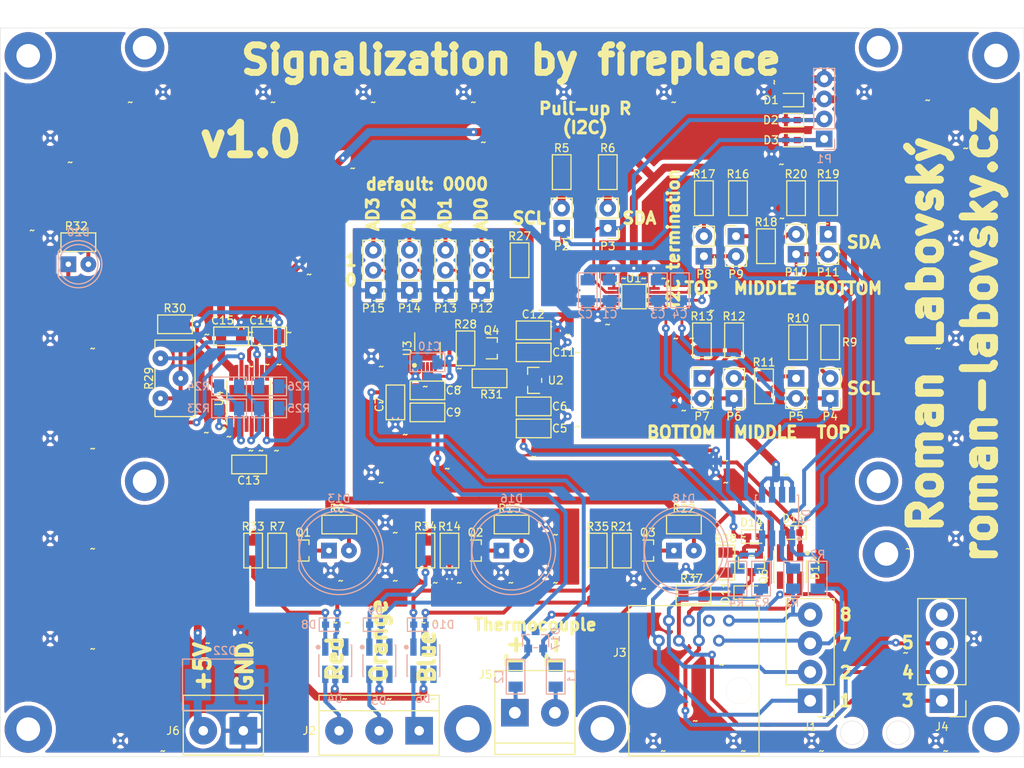
<source format=kicad_pcb>
(kicad_pcb (version 20171130) (host pcbnew "(5.1.6)-1")
  (layers (0 F.Cu signal) (31 B.Cu signal) (34 B.Paste user) (35 F.Paste user) (36 B.SilkS user) (37 F.SilkS user) (38 B.Mask user) (39 F.Mask user) (44 Edge.Cuts user))
  (net 0 "")
  (net 1 GND)
  (net 2 +5V)
  (net 3 GND4)
  (net 4 /1WIRE_5V_OUT)
  (net 5 "Net-(C7-Pad2)")
  (net 6 "Net-(C8-Pad2)")
  (net 7 +3V3)
  (net 8 "Net-(C13-Pad1)")
  (net 9 "Net-(C14-Pad2)")
  (net 10 "Net-(C14-Pad1)")
  (net 11 /SDA)
  (net 12 /SCL)
  (net 13 GND1)
  (net 14 "Net-(D4-Pad3)")
  (net 15 /RED)
  (net 16 "Net-(D4-Pad4)")
  (net 17 "Net-(D4-Pad6)")
  (net 18 GND2)
  (net 19 "Net-(D5-Pad3)")
  (net 20 /ORANGE)
  (net 21 "Net-(D5-Pad4)")
  (net 22 "Net-(D5-Pad6)")
  (net 23 GND3)
  (net 24 "Net-(D6-Pad3)")
  (net 25 /BLUE)
  (net 26 "Net-(D6-Pad4)")
  (net 27 "Net-(D6-Pad6)")
  (net 28 /DSDA_N)
  (net 29 /DSDA_P)
  (net 30 /DSCL_P)
  (net 31 /DSCL_N)
  (net 32 /1WIRE_GND)
  (net 33 /1WIRE_5V)
  (net 34 "Net-(D12-Pad3)")
  (net 35 /1WIRE_DATA_OUT)
  (net 36 "Net-(D12-Pad4)")
  (net 37 /1WIRE_DATA)
  (net 38 "Net-(D13-Pad2)")
  (net 39 "Net-(D13-Pad1)")
  (net 40 "Net-(D16-Pad2)")
  (net 41 "Net-(D16-Pad1)")
  (net 42 "Net-(D18-Pad2)")
  (net 43 "Net-(D18-Pad1)")
  (net 44 "Net-(D20-Pad1)")
  (net 45 "Net-(D20-Pad2)")
  (net 46 /DSDA_P_CON)
  (net 47 /DSDA_N_CON)
  (net 48 /DSCL_P_CON)
  (net 49 /DSCL_N_CON)
  (net 50 "Net-(J3-Pad6)")
  (net 51 "Net-(J4-Pad4)")
  (net 52 "Net-(J5-Pad1)")
  (net 53 "Net-(J5-Pad2)")
  (net 54 "Net-(P2-Pad2)")
  (net 55 "Net-(P3-Pad2)")
  (net 56 "Net-(P4-Pad2)")
  (net 57 "Net-(P5-Pad1)")
  (net 58 "Net-(P6-Pad2)")
  (net 59 "Net-(P7-Pad1)")
  (net 60 "Net-(P8-Pad2)")
  (net 61 "Net-(P9-Pad1)")
  (net 62 "Net-(P10-Pad2)")
  (net 63 "Net-(P11-Pad1)")
  (net 64 "Net-(P12-Pad3)")
  (net 65 /AD0)
  (net 66 /AD1)
  (net 67 /AD2)
  (net 68 /AD3)
  (net 69 /DQ)
  (net 70 "Net-(R10-Pad1)")
  (net 71 "Net-(R12-Pad2)")
  (net 72 "Net-(R16-Pad2)")
  (net 73 "Net-(R19-Pad2)")
  (net 74 "Net-(R23-Pad2)")
  (net 75 "Net-(R24-Pad2)")
  (net 76 "Net-(R25-Pad2)")
  (net 77 "Net-(R29-Pad1)")
  (net 78 "Net-(U1-Pad3)")
  (net 79 "Net-(U3-Pad10)")
  (net 80 "Net-(U4-Pad6)")
  (net 81 "Net-(U4-Pad4)")
  (net 82 "Net-(U4-Pad7)")
  (net 83 "Net-(U4-Pad10)")
  (net 84 "Net-(U4-Pad13)")
  (net 85 "Net-(Q1-Pad1)")
  (net 86 "Net-(Q2-Pad1)")
  (net 87 "Net-(Q3-Pad1)")
  (net 88 "Net-(D11-Pad1)")
  (net 89 "Net-(R29-Pad3)")
  (module connector_tht_pinsocket_2.54mm_rl:1x4_pinsocket_2.54mm_vertical_2.5x8.4mm (layer B.Cu) (at 242.5752 82.65974)
    (fp_text reference P1 (at 0 2.54) (layer B.SilkS) (effects (font (thickness 0.16)) (justify mirror)))
    (fp_text value 1x4_pin_socket)
    (pad 2 thru_hole oval (at 0 -2.54) (size 2.1 2.1) (drill 1) (layers *.Cu *.Mask) (net 11 /SDA))
    (pad 4 thru_hole oval (at 0 -7.62) (size 2.1 2.1) (drill 1) (layers *.Cu *.Mask) (net 1 GND))
    (pad 1 thru_hole rect (at 0 0) (size 2.1 2.1) (drill 1) (layers *.Cu *.Mask) (net 12 /SCL))
    (pad 3 thru_hole oval (at 0 -5.08) (size 2.1 2.1) (drill 1) (layers *.Cu *.Mask) (net 2 +5V))
  )
  (module package_sod_rl:sod_323 (layer F.Cu) (at 233.1085 140.208)
    (fp_text reference D11 (at -3.048 0 90) (layer F.SilkS) (effects (font (thickness 0.16))))
    (fp_text value ESD3B5V0WS)
    (pad 1 smd rect (at -1.27 0) (size 0.8 0.8) (layers F.Cu F.Paste F.Mask) (net 88 "Net-(D11-Pad1)"))
    (pad 2 smd rect (at 1.27 0) (size 0.8 0.8) (layers F.Cu F.Paste F.Mask) (net 3 GND4))
  )
  (module via_pad_rl:via_pad_0.4x1 (layer F.Cu) (at 254.4445 76.454)
    (fp_text reference ~ (at 1.27 1.27) (layer F.SilkS))
    (fp_text value ~)
    (pad ~ thru_hole circle (at -6.7945 0.254) (size 1 1) (drill 0.4) (layers *.Cu *.Mask) (net 1 GND))
  )
  (module via_pad_rl:via_pad_0.4x1 (layer F.Cu) (at 140.9065 92.964)
    (fp_text reference ~ (at 1.27 1.27) (layer F.SilkS))
    (fp_text value ~)
    (pad ~ thru_hole circle (at 3.556 2.286) (size 1 1) (drill 0.4) (layers *.Cu *.Mask) (net 1 GND))
  )
  (module via_pad_rl:via_pad_0.4x1 (layer F.Cu) (at 153.3525 76.708)
    (fp_text reference ~ (at 1.27 1.27) (layer F.SilkS))
    (fp_text value ~)
    (pad ~ thru_hole circle (at 5.3975 0) (size 1 1) (drill 0.4) (layers *.Cu *.Mask) (net 1 GND))
  )
  (module trimmer_tht_rl:trimmer_t93yb (layer F.Cu) (at 160.274 113.03 270)
    (fp_text reference R29 (at 0 3.302 90) (layer F.SilkS) (effects (font (thickness 0.16))))
    (fp_text value 200k)
    (pad 2 thru_hole circle (at 0 -0.7112 270) (size 2 2) (drill 0.6) (layers *.Cu *.Mask) (net 77 "Net-(R29-Pad1)"))
    (pad 1 thru_hole circle (at 2.54 1.8415 270) (size 2 2) (drill 0.6) (layers *.Cu *.Mask) (net 77 "Net-(R29-Pad1)"))
    (pad 3 thru_hole circle (at -2.54 1.8415 270) (size 2 2) (drill 0.6) (layers *.Cu *.Mask) (net 89 "Net-(R29-Pad3)"))
  )
  (module via_pad_rl:via_pad_0.4x1 (layer F.Cu) (at 171.8945 120.904)
    (fp_text reference ~ (at 1.27 1.27) (layer F.SilkS))
    (fp_text value ~)
    (pad ~ thru_hole circle (at 0 0) (size 1 1) (drill 0.4) (layers *.Cu *.Mask) (net 9 "Net-(C14-Pad2)"))
  )
  (module package_htssop_rl:htssop_16_6.6mm×5.1mm (layer F.Cu) (at 169.672 115.57 90)
    (fp_text reference U4 (at 0 -3.81 90) (layer F.SilkS) (effects (font (thickness 0.16))))
    (fp_text value TPS26600)
    (pad 11 smd rect (at 3.25 0.975 90) (size 2 0.5) (layers F.Cu F.Paste F.Mask) (net 89 "Net-(R29-Pad3)"))
    (pad 8 smd rect (at -3.25 2.275 90) (size 2 0.5) (layers F.Cu F.Paste F.Mask) (net 9 "Net-(C14-Pad2)"))
    (pad 15 smd rect (at 3.25 -1.625 90) (size 2 0.5) (layers F.Cu F.Paste F.Mask) (net 2 +5V))
    (pad 17 smd rect (at 0 0 90) (size 3.4 5) (layers F.Cu F.Mask) (net 9 "Net-(C14-Pad2)"))
    (pad 3 smd rect (at -3.25 -0.975 90) (size 2 0.5) (layers F.Cu F.Paste F.Mask) (net 74 "Net-(R23-Pad2)"))
    (pad 6 smd rect (at -3.25 0.975 90) (size 2 0.5) (layers F.Cu F.Paste F.Mask) (net 80 "Net-(U4-Pad6)"))
    (pad 12 smd rect (at 3.25 0.325 90) (size 2 0.5) (layers F.Cu F.Paste F.Mask) (net 10 "Net-(C14-Pad1)"))
    (pad 1 smd rect (at -3.25 -2.275 90) (size 2 0.5) (layers F.Cu F.Paste F.Mask) (net 8 "Net-(C13-Pad1)"))
    (pad 4 smd rect (at -3.25 -0.325 90) (size 2 0.5) (layers F.Cu F.Paste F.Mask) (net 81 "Net-(U4-Pad4)"))
    (pad 5 smd rect (at -3.25 0.325 90) (size 2 0.5) (layers F.Cu F.Paste F.Mask) (net 75 "Net-(R24-Pad2)"))
    (pad 7 smd rect (at -3.25 1.625 90) (size 2 0.5) (layers F.Cu F.Paste F.Mask) (net 82 "Net-(U4-Pad7)"))
    (pad 2 smd rect (at -3.25 -1.625 90) (size 2 0.5) (layers F.Cu F.Paste F.Mask) (net 8 "Net-(C13-Pad1)"))
    (pad 9 smd rect (at 3.25 2.275 90) (size 2 0.5) (layers F.Cu F.Paste F.Mask) (net 1 GND))
    (pad 10 smd rect (at 3.25 1.625 90) (size 2 0.5) (layers F.Cu F.Paste F.Mask) (net 83 "Net-(U4-Pad10)"))
    (pad 13 smd rect (at 3.25 -0.325 90) (size 2 0.5) (layers F.Cu F.Paste F.Mask) (net 84 "Net-(U4-Pad13)"))
    (pad 14 smd rect (at 3.25 -0.975 90) (size 2 0.5) (layers F.Cu F.Paste F.Mask) (net 44 "Net-(D20-Pad1)"))
    (pad 16 smd rect (at 3.25 -2.275 90) (size 2 0.5) (layers F.Cu F.Paste F.Mask) (net 2 +5V))
  )
  (module package_tssop_rl:tssop10 (layer F.Cu) (at 218.44 102.616)
    (fp_text reference U1 (at 0 -2.286 180) (layer F.SilkS) (effects (font (thickness 0.16))))
    (fp_text value PCA9615)
    (pad 10 smd rect (at 2.54 -1) (size 1.5 0.35) (layers F.Cu F.Paste F.Mask) (net 2 +5V))
    (pad 9 smd rect (at 2.54 -0.5) (size 1.5 0.35) (layers F.Cu F.Paste F.Mask) (net 28 /DSDA_N))
    (pad 8 smd rect (at 2.54 0) (size 1.5 0.35) (layers F.Cu F.Paste F.Mask) (net 29 /DSDA_P))
    (pad 7 smd rect (at 2.54 0.5) (size 1.5 0.35) (layers F.Cu F.Paste F.Mask) (net 30 /DSCL_P))
    (pad 6 smd rect (at 2.54 1) (size 1.5 0.35) (layers F.Cu F.Paste F.Mask) (net 31 /DSCL_N))
    (pad 5 smd rect (at -2.54 1) (size 1.5 0.35) (layers F.Cu F.Paste F.Mask) (net 1 GND))
    (pad 4 smd rect (at -2.54 0.5) (size 1.5 0.35) (layers F.Cu F.Paste F.Mask) (net 12 /SCL))
    (pad 3 smd rect (at -2.54 0) (size 1.5 0.35) (layers F.Cu F.Paste F.Mask) (net 78 "Net-(U1-Pad3)"))
    (pad 1 smd rect (at -2.54 -1) (size 1.5 0.35) (layers F.Cu F.Paste F.Mask) (net 2 +5V))
    (pad 2 smd rect (at -2.54 -0.5) (size 1.5 0.35) (layers F.Cu F.Paste F.Mask) (net 11 /SDA))
  )
  (module package_sot_rl:sot_323 (layer F.Cu) (at 200.406 109.22)
    (fp_text reference Q4 (at 0 -2.286) (layer F.SilkS) (effects (font (thickness 0.16))))
    (fp_text value BSS138P)
    (pad 2 smd rect (at -1 0.65 270) (size 0.9 0.9) (layers F.Cu F.Paste F.Mask) (net 69 /DQ))
    (pad 3 smd rect (at 1 0 270) (size 0.9 0.9) (layers F.Cu F.Paste F.Mask) (net 35 /1WIRE_DATA_OUT))
    (pad 1 smd rect (at -1 -0.65 270) (size 0.9 0.9) (layers F.Cu F.Paste F.Mask) (net 7 +3V3))
  )
  (module package_tdfn_rl:tdfn_10_ep (layer F.Cu) (at 192.278 109.474 90)
    (fp_text reference U3 (at 0.254 -2.54 90) (layer F.SilkS) (effects (font (thickness 0.16))))
    (fp_text value MAX31850K)
    (pad 5 smd rect (at -2.09296 1 90) (size 1.2 0.35) (layers F.Cu F.Paste F.Mask) (net 69 /DQ))
    (pad 6 smd rect (at 2.09296 1 90) (size 1.2 0.35) (layers F.Cu F.Paste F.Mask) (net 65 /AD0))
    (pad 7 smd rect (at 2.09296 0.5 90) (size 1.2 0.35) (layers F.Cu F.Paste F.Mask) (net 66 /AD1))
    (pad 8 smd rect (at 2.09296 0 90) (size 1.2 0.35) (layers F.Cu F.Paste F.Mask) (net 67 /AD2))
    (pad 9 smd rect (at 2.09296 -0.5 90) (size 1.2 0.35) (layers F.Cu F.Paste F.Mask) (net 68 /AD3))
    (pad 11 smd rect (at 0 0 90) (size 2.6 2.3) (layers F.Cu F.Mask) (net 3 GND4))
    (pad 10 smd rect (at 2.09296 -1 90) (size 1.2 0.35) (layers F.Cu F.Paste F.Mask) (net 79 "Net-(U3-Pad10)"))
    (pad 1 smd rect (at -2.09296 -1.00076 90) (size 1.2 0.35) (layers F.Cu F.Paste F.Mask) (net 3 GND4))
    (pad 2 smd rect (at -2.09296 -0.5 90) (size 1.2 0.35) (layers F.Cu F.Paste F.Mask) (net 5 "Net-(C7-Pad2)"))
    (pad 4 smd rect (at -2.09296 0.5 90) (size 1.2 0.35) (layers F.Cu F.Paste F.Mask) (net 7 +3V3))
    (pad 3 smd rect (at -2.09296 0 90) (size 1.2 0.35) (layers F.Cu F.Paste F.Mask) (net 6 "Net-(C8-Pad2)"))
  )
  (module via_pad_rl:via_pad_0.4x1 (layer F.Cu) (at 168.5925 145.288)
    (fp_text reference ~ (at 1.27 1.27) (layer F.SilkS))
    (fp_text value ~)
    (pad ~ thru_hole circle (at 0 0) (size 1 1) (drill 0.4) (layers *.Cu *.Mask) (net 1 GND))
  )
  (module via_pad_rl:via_pad_0.4x1 (layer F.Cu) (at 163.157337 145.326037)
    (fp_text reference ~ (at 1.27 1.27) (layer F.SilkS))
    (fp_text value ~)
    (pad ~ thru_hole circle (at 0 0) (size 1 1) (drill 0.4) (layers *.Cu *.Mask) (net 8 "Net-(C13-Pad1)"))
  )
  (module resistor_smd_rl:r_1206 (layer F.Cu) (at 230.0605 136.398 270)
    (fp_text reference R38 (at -3.048 0 180) (layer F.SilkS) (effects (font (thickness 0.16))))
    (fp_text value 100k)
    (pad 2 smd trapezoid (at 1.27 0 270) (size 1.3 1.8) (layers F.Cu F.Paste F.Mask) (net 3 GND4))
    (pad 1 smd trapezoid (at -1.27 0 270) (size 1.3 1.8) (layers F.Cu F.Paste F.Mask) (net 4 /1WIRE_5V_OUT))
  )
  (module resistor_smd_rl:r_1206 (layer F.Cu) (at 225.9965 140.462)
    (fp_text reference R37 (at -0.254 -2.032) (layer F.SilkS) (effects (font (thickness 0.16))))
    (fp_text value 10R/0.5W)
    (pad 2 smd trapezoid (at 1.27 0) (size 1.3 1.8) (layers F.Cu F.Paste F.Mask) (net 88 "Net-(D11-Pad1)"))
    (pad 1 smd trapezoid (at -1.27 0) (size 1.3 1.8) (layers F.Cu F.Paste F.Mask) (net 33 /1WIRE_5V))
  )
  (module package_sot_rl:sot_23 (layer F.Cu) (at 233.3625 136.398 270)
    (fp_text reference Q6 (at 1.778 -1.524 90) (layer F.SilkS) (effects (font (thickness 0.16))))
    (fp_text value YJL3415A)
    (pad 3 smd rect (at 1.2 0 270) (size 1 1) (layers F.Cu F.Paste F.Mask) (net 88 "Net-(D11-Pad1)"))
    (pad 2 smd rect (at -1 0.95 270) (size 1 1) (layers F.Cu F.Paste F.Mask) (net 4 /1WIRE_5V_OUT))
    (pad 1 smd rect (at -1 -0.95 270) (size 1 1) (layers F.Cu F.Paste F.Mask) (net 4 /1WIRE_5V_OUT))
  )
  (module diode_smd_rl:smc (layer B.Cu) (at 166.5605 151.892)
    (fp_text reference D22 (at 0 -4.318) (layer B.SilkS) (effects (font (thickness 0.16)) (justify mirror)))
    (fp_text value SMCJ5.0CA-13-F)
    (pad 1 smd rect (at -3.4 0 270) (size 4 3.3) (layers B.Cu B.Paste B.Mask) (net 8 "Net-(C13-Pad1)"))
    (pad 2 smd rect (at 3.4 0 270) (size 4 3.3) (layers B.Cu B.Paste B.Mask) (net 1 GND))
  )
  (module package_sod_rl:sod_523 (layer F.Cu) (at 238.76 132.588 180)
    (fp_text reference D15 (at 0.0635 1.778) (layer F.SilkS) (effects (font (thickness 0.16))))
    (fp_text value UCLAMP0501H.TCT)
    (pad 2 smd rect (at 0.725 0 180) (size 0.9 0.8) (layers F.Cu F.Paste F.Mask) (net 3 GND4))
    (pad 1 smd rect (at -0.725 0 180) (size 0.9 0.8) (layers F.Cu F.Paste F.Mask) (net 35 /1WIRE_DATA_OUT))
  )
  (module package_sod_rl:sod_523 (layer F.Cu) (at 233.6165 133.096)
    (fp_text reference D14 (at -0.254 -1.778) (layer F.SilkS) (effects (font (thickness 0.16))))
    (fp_text value UCLAMP0501H.TCT)
    (pad 2 smd rect (at 0.725 0) (size 0.9 0.8) (layers F.Cu F.Paste F.Mask) (net 3 GND4))
    (pad 1 smd rect (at -0.725 0) (size 0.9 0.8) (layers F.Cu F.Paste F.Mask) (net 4 /1WIRE_5V_OUT))
  )
  (module package_sod_rl:sod_523 (layer B.Cu) (at 191.262 144.272)
    (fp_text reference D10 (at 2.9845 0) (layer B.SilkS) (effects (font (thickness 0.16)) (justify mirror)))
    (fp_text value UCLAMP0501H.TCT)
    (pad 2 smd rect (at 0.725 0) (size 0.9 0.8) (layers B.Cu B.Paste B.Mask) (net 23 GND3))
    (pad 1 smd rect (at -0.725 0) (size 0.9 0.8) (layers B.Cu B.Paste B.Mask) (net 25 /BLUE))
  )
  (module package_sod_rl:sod_523 (layer B.Cu) (at 185.674 144.272)
    (fp_text reference D9 (at 0 -1.778) (layer B.SilkS) (effects (font (thickness 0.16)) (justify mirror)))
    (fp_text value UCLAMP0501H.TCT)
    (pad 2 smd rect (at 0.725 0) (size 0.9 0.8) (layers B.Cu B.Paste B.Mask) (net 18 GND2))
    (pad 1 smd rect (at -0.725 0) (size 0.9 0.8) (layers B.Cu B.Paste B.Mask) (net 20 /ORANGE))
  )
  (module package_sod_rl:sod_523 (layer B.Cu) (at 180.086 144.272)
    (fp_text reference D8 (at -2.8575 0) (layer B.SilkS) (effects (font (thickness 0.16)) (justify mirror)))
    (fp_text value UCLAMP0501H.TCT)
    (pad 2 smd rect (at 0.725 0) (size 0.9 0.8) (layers B.Cu B.Paste B.Mask) (net 13 GND1))
    (pad 1 smd rect (at -0.725 0) (size 0.9 0.8) (layers B.Cu B.Paste B.Mask) (net 15 /RED))
  )
  (module package_sod_rl:sod_523 (layer F.Cu) (at 238.4425 82.804 180)
    (fp_text reference D3 (at 2.6035 0) (layer F.SilkS) (effects (font (thickness 0.16))))
    (fp_text value UCLAMP0501H.TCT)
    (pad 2 smd rect (at 0.725 0 180) (size 0.9 0.8) (layers F.Cu F.Paste F.Mask) (net 1 GND))
    (pad 1 smd rect (at -0.725 0 180) (size 0.9 0.8) (layers F.Cu F.Paste F.Mask) (net 12 /SCL))
  )
  (module package_sod_rl:sod_523 (layer F.Cu) (at 238.4425 80.264 180)
    (fp_text reference D2 (at 2.6405 0) (layer F.SilkS) (effects (font (thickness 0.16))))
    (fp_text value UCLAMP0501H.TCT)
    (pad 2 smd rect (at 0.725 0 180) (size 0.9 0.8) (layers F.Cu F.Paste F.Mask) (net 1 GND))
    (pad 1 smd rect (at -0.725 0 180) (size 0.9 0.8) (layers F.Cu F.Paste F.Mask) (net 11 /SDA))
  )
  (module package_sod_rl:sod_523 (layer F.Cu) (at 238.4425 77.724 180)
    (fp_text reference D1 (at 2.6035 0) (layer F.SilkS) (effects (font (thickness 0.16))))
    (fp_text value UCLAMP0501H.TCT)
    (pad 2 smd rect (at 0.725 0 180) (size 0.9 0.8) (layers F.Cu F.Paste F.Mask) (net 1 GND))
    (pad 1 smd rect (at -0.725 0 180) (size 0.9 0.8) (layers F.Cu F.Paste F.Mask) (net 2 +5V))
  )
  (module pad_rl:pad_3x5mm (layer F.Cu) (at 156.424 126.08)
    (fp_text reference " ~" (at 0 -5.08) (layer F.SilkS))
    (fp_text value pad_3x5mm)
    (fp_text user ~ (at 0 0.5) (layer F.SilkS))
    (pad ~ thru_hole circle (at 0 0) (size 5 5) (drill 3) (layers *.Cu *.Mask))
  )
  (module pad_rl:pad_3x5mm (layer F.Cu) (at 249.468 126.08)
    (fp_text reference " ~" (at 0 -5.08) (layer F.SilkS))
    (fp_text value pad_3x5mm)
    (fp_text user ~ (at 0 0.5) (layer F.SilkS))
    (pad ~ thru_hole circle (at 0 0) (size 5 5) (drill 3) (layers *.Cu *.Mask))
  )
  (module pad_rl:pad_3x5mm (layer F.Cu) (at 249.468 71.08)
    (fp_text reference " ~" (at 0 -5.08) (layer F.SilkS))
    (fp_text value pad_3x5mm)
    (fp_text user ~ (at 0 0.5) (layer F.SilkS))
    (pad ~ thru_hole circle (at 0 0) (size 5 5) (drill 3) (layers *.Cu *.Mask))
  )
  (module pad_rl:pad_3x5mm (layer F.Cu) (at 156.424 71.08)
    (fp_text reference " ~" (at 0 -5.08) (layer F.SilkS))
    (fp_text value pad_3x5mm)
    (fp_text user ~ (at 0 0.5) (layer F.SilkS))
    (pad ~ thru_hole circle (at 0 0) (size 5 5) (drill 3) (layers *.Cu *.Mask))
  )
  (module pad_rl:pad_3x6mm (layer F.Cu) (at 141.6685 157.533922)
    (fp_text reference " ~" (at 0 -5.08) (layer F.SilkS))
    (fp_text value pad_3x6mm)
    (pad ~ thru_hole circle (at 0 0) (size 6 6) (drill 3) (layers *.Cu *.Mask))
  )
  (module pad_rl:pad_3x6mm (layer F.Cu) (at 197.4 157.48)
    (fp_text reference " ~" (at 0 -5.08) (layer F.SilkS))
    (fp_text value pad_3x6mm)
    (pad ~ thru_hole circle (at 0 0) (size 6 6) (drill 3) (layers *.Cu *.Mask))
  )
  (module pad_rl:pad_3x6mm (layer F.Cu) (at 214.46 157.48)
    (fp_text reference " ~" (at 0 -5.08) (layer F.SilkS))
    (fp_text value pad_3x6mm)
    (pad ~ thru_hole circle (at 0 0) (size 6 6) (drill 3) (layers *.Cu *.Mask))
  )
  (module pad_rl:pad_3x6mm (layer F.Cu) (at 250.4605 135.302)
    (fp_text reference " ~" (at 0 -5.08) (layer F.SilkS))
    (fp_text value pad_3x6mm)
    (pad ~ thru_hole circle (at 0 0) (size 6 6) (drill 3) (layers *.Cu *.Mask))
  )
  (module pad_rl:pad_3x6mm (layer F.Cu) (at 264.3505 157.48)
    (fp_text reference " ~" (at 0 -5.08) (layer F.SilkS))
    (fp_text value pad_3x6mm)
    (pad ~ thru_hole circle (at 0 0) (size 6 6) (drill 3) (layers *.Cu *.Mask))
  )
  (module pad_rl:pad_3x6mm (layer F.Cu) (at 264.3505 72.073441)
    (fp_text reference " ~" (at 0 -5.08) (layer F.SilkS))
    (fp_text value pad_3x6mm)
    (pad ~ thru_hole circle (at 0 0) (size 6 6) (drill 3) (layers *.Cu *.Mask))
  )
  (module pad_rl:pad_3x6mm (layer F.Cu) (at 141.6685 72.106428)
    (fp_text reference " ~" (at 0 -5.08) (layer F.SilkS))
    (fp_text value pad_3x6mm)
    (pad ~ thru_hole circle (at 0 0) (size 6 6) (drill 3) (layers *.Cu *.Mask))
  )
  (module via_pad_rl:via_pad_0.4x1 (layer F.Cu) (at 157.48 159.004)
    (fp_text reference ~ (at 1.27 1.27) (layer F.SilkS))
    (fp_text value ~)
    (pad ~ thru_hole circle (at -4.1275 0) (size 1 1) (drill 0.4) (layers *.Cu *.Mask) (net 1 GND))
  )
  (module via_pad_rl:via_pad_0.4x1 (layer F.Cu) (at 240.9825 159.004)
    (fp_text reference ~ (at 1.27 1.27) (layer F.SilkS))
    (fp_text value ~)
    (pad ~ thru_hole circle (at 0 0) (size 1 1) (drill 0.4) (layers *.Cu *.Mask) (net 1 GND))
  )
  (module via_pad_rl:via_pad_0.4x1 (layer F.Cu) (at 256.7305 159.004)
    (fp_text reference ~ (at 1.27 1.27) (layer F.SilkS))
    (fp_text value ~)
    (pad ~ thru_hole circle (at 0 0) (size 1 1) (drill 0.4) (layers *.Cu *.Mask) (net 1 GND))
  )
  (module connector_rl:1x4_idc_lsa_connector_general (layer F.Cu) (at 257.4925 153.924 180)
    (fp_text reference J4 (at 0 -3.302) (layer F.SilkS) (effects (font (thickness 0.16))))
    (fp_text value 2x1x4_idc_lsa)
    (pad 4 thru_hole oval (at 0 10.92 180) (size 3.1 3.1) (drill 1.5) (layers *.Cu *.Mask) (net 51 "Net-(J4-Pad4)"))
    (pad 3 thru_hole oval (at 0 7.28 180) (size 3.1 3.1) (drill 1.5) (layers *.Cu *.Mask) (net 32 /1WIRE_GND))
    (pad 1 thru_hole rect (at 0 0 180) (size 3.1 3.1) (drill 1.5) (layers *.Cu *.Mask) (net 33 /1WIRE_5V))
    (pad 2 thru_hole oval (at 0 3.64 180) (size 3.1 3.1) (drill 1.5) (layers *.Cu *.Mask) (net 37 /1WIRE_DATA))
  )
  (module connector_rl:1x4_idc_lsa_connector_general (layer F.Cu) (at 240.792 153.924 180)
    (fp_text reference J1 (at 0 -3.302) (layer F.SilkS) (effects (font (thickness 0.16))))
    (fp_text value 2x1x4_idc_lsa)
    (pad 4 thru_hole oval (at 0 10.92 180) (size 3.1 3.1) (drill 1.5) (layers *.Cu *.Mask) (net 46 /DSDA_P_CON))
    (pad 3 thru_hole oval (at 0 7.28 180) (size 3.1 3.1) (drill 1.5) (layers *.Cu *.Mask) (net 47 /DSDA_N_CON))
    (pad 1 thru_hole rect (at 0 0 180) (size 3.1 3.1) (drill 1.5) (layers *.Cu *.Mask) (net 49 /DSCL_N_CON))
    (pad 2 thru_hole oval (at 0 3.64 180) (size 3.1 3.1) (drill 1.5) (layers *.Cu *.Mask) (net 48 /DSCL_P_CON))
  )
  (module via_pad_rl:via_pad_0.4x1 (layer F.Cu) (at 207.264 137.668)
    (fp_text reference ~ (at 1.27 1.27) (layer F.SilkS))
    (fp_text value ~)
    (pad ~ thru_hole circle (at 0 0) (size 1 1) (drill 0.4) (layers *.Cu *.Mask) (net 18 GND2))
  )
  (module via_pad_rl:via_pad_0.4x1 (layer F.Cu) (at 186.944 131.318)
    (fp_text reference ~ (at 1.27 1.27) (layer F.SilkS))
    (fp_text value ~)
    (pad ~ thru_hole circle (at 0 0) (size 1 1) (drill 0.4) (layers *.Cu *.Mask) (net 13 GND1))
  )
  (module via_pad_rl:via_pad_0.4x1 (layer F.Cu) (at 186.944 137.414)
    (fp_text reference ~ (at 1.27 1.27) (layer F.SilkS))
    (fp_text value ~)
    (pad ~ thru_hole circle (at 0 0) (size 1 1) (drill 0.4) (layers *.Cu *.Mask) (net 13 GND1))
  )
  (module via_pad_rl:via_pad_0.4x1 (layer F.Cu) (at 180.0225 137.414)
    (fp_text reference ~ (at 1.27 1.27) (layer F.SilkS))
    (fp_text value ~)
    (pad ~ thru_hole circle (at 0 0) (size 1 1) (drill 0.4) (layers *.Cu *.Mask) (net 13 GND1))
  )
  (module via_pad_rl:via_pad_0.4x1 (layer F.Cu) (at 225.044 136.906)
    (fp_text reference ~ (at 1.27 1.27) (layer F.SilkS))
    (fp_text value ~)
    (pad ~ thru_hole circle (at 0 0) (size 1 1) (drill 0.4) (layers *.Cu *.Mask) (net 23 GND3))
  )
  (module via_pad_rl:via_pad_0.4x1 (layer F.Cu) (at 218.44 138.43)
    (fp_text reference ~ (at 1.27 1.27) (layer F.SilkS))
    (fp_text value ~)
    (pad ~ thru_hole circle (at 0 0) (size 1 1) (drill 0.4) (layers *.Cu *.Mask) (net 23 GND3))
  )
  (module via_pad_rl:via_pad_0.4x1 (layer F.Cu) (at 207.264 131.572)
    (fp_text reference ~ (at 1.27 1.27) (layer F.SilkS))
    (fp_text value ~)
    (pad ~ thru_hole circle (at 0 0) (size 1 1) (drill 0.4) (layers *.Cu *.Mask) (net 18 GND2))
  )
  (module via_pad_rl:via_pad_0.4x1 (layer F.Cu) (at 201.6125 137.668)
    (fp_text reference ~ (at 1.27 1.27) (layer F.SilkS))
    (fp_text value ~)
    (pad ~ thru_hole circle (at 0 0) (size 1 1) (drill 0.4) (layers *.Cu *.Mask) (net 18 GND2))
  )
  (module via_pad_rl:via_pad_0.4x1 (layer F.Cu) (at 257.4925 146.05)
    (fp_text reference ~ (at 1.27 1.27) (layer F.SilkS))
    (fp_text value ~)
    (pad ~ thru_hole circle (at 4.064 0) (size 1 1) (drill 0.4) (layers *.Cu *.Mask) (net 1 GND))
  )
  (module via_pad_rl:via_pad_0.4x1 (layer F.Cu) (at 234.95 76.708 90)
    (fp_text reference ~ (at 1.27 1.27 90) (layer F.SilkS))
    (fp_text value ~)
    (pad ~ thru_hole circle (at 0 0 90) (size 1 1) (drill 0.4) (layers *.Cu *.Mask) (net 1 GND))
  )
  (module via_pad_rl:via_pad_0.4x1 (layer F.Cu) (at 184.15 76.708)
    (fp_text reference ~ (at 1.27 1.27) (layer F.SilkS))
    (fp_text value ~)
    (pad ~ thru_hole circle (at 0 0) (size 1 1) (drill 0.4) (layers *.Cu *.Mask) (net 1 GND))
  )
  (module via_pad_rl:via_pad_0.4x1 (layer F.Cu) (at 171.45 76.708)
    (fp_text reference ~ (at 1.27 1.27) (layer F.SilkS))
    (fp_text value ~)
    (pad ~ thru_hole circle (at 0 0) (size 1 1) (drill 0.4) (layers *.Cu *.Mask) (net 1 GND))
  )
  (module via_pad_rl:via_pad_0.4x1 (layer F.Cu) (at 148.59 107.95)
    (fp_text reference ~ (at 1.27 1.27) (layer F.SilkS))
    (fp_text value ~)
    (pad ~ thru_hole circle (at -4.1275 0) (size 1 1) (drill 0.4) (layers *.Cu *.Mask) (net 1 GND))
  )
  (module via_pad_rl:via_pad_0.4x1 (layer F.Cu) (at 148.59 120.65)
    (fp_text reference ~ (at 1.27 1.27) (layer F.SilkS))
    (fp_text value ~)
    (pad ~ thru_hole circle (at -4.1275 0) (size 1 1) (drill 0.4) (layers *.Cu *.Mask) (net 1 GND))
  )
  (module via_pad_rl:via_pad_0.4x1 (layer F.Cu) (at 210.058 117.856)
    (fp_text reference ~ (at 1.27 1.27) (layer F.SilkS))
    (fp_text value ~)
    (pad ~ thru_hole circle (at 0 0) (size 1 1) (drill 0.4) (layers *.Cu *.Mask) (net 3 GND4))
  )
  (module via_pad_rl:via_pad_0.4x1 (layer F.Cu) (at 210.058 108.458)
    (fp_text reference ~ (at 1.27 1.27) (layer F.SilkS))
    (fp_text value ~)
    (pad ~ thru_hole circle (at 0 0) (size 1 1) (drill 0.4) (layers *.Cu *.Mask) (net 3 GND4))
  )
  (module via_pad_rl:via_pad_0.4x1 (layer F.Cu) (at 185.166 110.236)
    (fp_text reference ~ (at 1.27 1.27) (layer F.SilkS))
    (fp_text value ~)
    (pad ~ thru_hole circle (at 0 0) (size 1 1) (drill 0.4) (layers *.Cu *.Mask) (net 3 GND4))
  )
  (module via_pad_rl:via_pad_0.4x1 (layer F.Cu) (at 185.166 124.968)
    (fp_text reference ~ (at 1.27 1.27) (layer F.SilkS))
    (fp_text value ~)
    (pad ~ thru_hole circle (at 0 0) (size 1 1) (drill 0.4) (layers *.Cu *.Mask) (net 3 GND4))
  )
  (module via_pad_rl:via_pad_0.4x1 (layer F.Cu) (at 220.9165 159.004)
    (fp_text reference ~ (at 1.27 1.27) (layer F.SilkS))
    (fp_text value ~)
    (pad ~ thru_hole circle (at 0 0) (size 1 1) (drill 0.4) (layers *.Cu *.Mask) (net 1 GND))
  )
  (module via_pad_rl:via_pad_0.4x1 (layer F.Cu) (at 231.0765 159.004)
    (fp_text reference ~ (at 1.27 1.27) (layer F.SilkS))
    (fp_text value ~)
    (pad ~ thru_hole circle (at 0 0) (size 1 1) (drill 0.4) (layers *.Cu *.Mask) (net 1 GND))
  )
  (module via_pad_rl:via_pad_0.4x1 (layer F.Cu) (at 251.968 133.35)
    (fp_text reference ~ (at 1.27 1.27) (layer F.SilkS))
    (fp_text value ~)
    (pad ~ thru_hole circle (at 7.3025 0) (size 1 1) (drill 0.4) (layers *.Cu *.Mask) (net 1 GND))
  )
  (module via_pad_rl:via_pad_0.4x1 (layer F.Cu) (at 255.778 120.65)
    (fp_text reference ~ (at 1.27 1.27) (layer F.SilkS))
    (fp_text value ~)
    (pad ~ thru_hole circle (at 3.4925 0) (size 1 1) (drill 0.4) (layers *.Cu *.Mask) (net 1 GND))
  )
  (module via_pad_rl:via_pad_0.4x1 (layer F.Cu) (at 255.778 107.95)
    (fp_text reference ~ (at 1.27 1.27) (layer F.SilkS))
    (fp_text value ~)
    (pad ~ thru_hole circle (at 3.4925 0) (size 1 1) (drill 0.4) (layers *.Cu *.Mask) (net 1 GND))
  )
  (module via_pad_rl:via_pad_0.4x1 (layer F.Cu) (at 255.778 95.25)
    (fp_text reference ~ (at 1.27 1.27) (layer F.SilkS))
    (fp_text value ~)
    (pad ~ thru_hole circle (at 3.4925 0) (size 1 1) (drill 0.4) (layers *.Cu *.Mask) (net 1 GND))
  )
  (module via_pad_rl:via_pad_0.4x1 (layer F.Cu) (at 259.2705 82.55)
    (fp_text reference ~ (at 1.27 1.27) (layer F.SilkS))
    (fp_text value ~)
    (pad ~ thru_hole circle (at 0 0) (size 1 1) (drill 0.4) (layers *.Cu *.Mask) (net 1 GND))
  )
  (module via_pad_rl:via_pad_0.4x1 (layer F.Cu) (at 222.25 76.708)
    (fp_text reference ~ (at 1.27 1.27) (layer F.SilkS))
    (fp_text value ~)
    (pad ~ thru_hole circle (at 0 0) (size 1 1) (drill 0.4) (layers *.Cu *.Mask) (net 1 GND))
  )
  (module via_pad_rl:via_pad_0.4x1 (layer F.Cu) (at 209.55 76.708)
    (fp_text reference ~ (at 1.27 1.27) (layer F.SilkS))
    (fp_text value ~)
    (pad ~ thru_hole circle (at 0 0) (size 1 1) (drill 0.4) (layers *.Cu *.Mask) (net 1 GND))
  )
  (module via_pad_rl:via_pad_0.4x1 (layer F.Cu) (at 196.85 76.708)
    (fp_text reference ~ (at 1.27 1.27) (layer F.SilkS))
    (fp_text value ~)
    (pad ~ thru_hole circle (at 0 0) (size 1 1) (drill 0.4) (layers *.Cu *.Mask) (net 1 GND))
  )
  (module via_pad_rl:via_pad_0.4x1 (layer F.Cu) (at 145.7325 84.328)
    (fp_text reference ~ (at 1.27 1.27) (layer F.SilkS))
    (fp_text value ~)
    (pad ~ thru_hole circle (at -1.27 -1.778) (size 1 1) (drill 0.4) (layers *.Cu *.Mask) (net 1 GND))
  )
  (module via_pad_rl:via_pad_0.4x1 (layer F.Cu) (at 148.59 133.35)
    (fp_text reference ~ (at 1.27 1.27) (layer F.SilkS))
    (fp_text value ~)
    (pad ~ thru_hole circle (at -4.1275 0) (size 1 1) (drill 0.4) (layers *.Cu *.Mask) (net 1 GND))
  )
  (module via_pad_rl:via_pad_0.4x1 (layer F.Cu) (at 148.59 146.05)
    (fp_text reference ~ (at 1.27 1.27) (layer F.SilkS))
    (fp_text value ~)
    (pad ~ thru_hole circle (at -4.1275 0) (size 1 1) (drill 0.4) (layers *.Cu *.Mask) (net 1 GND))
  )
  (module via_pad_rl:via_pad_0.4x1 (layer F.Cu) (at 208.026 143.002)
    (fp_text reference ~ (at 1.27 1.27) (layer F.SilkS))
    (fp_text value ~)
    (pad ~ thru_hole circle (at 0 0) (size 1 1) (drill 0.4) (layers *.Cu *.Mask) (net 3 GND4))
  )
  (module via_pad_rl:via_pad_0.4x1 (layer F.Cu) (at 180.5305 152.4)
    (fp_text reference ~ (at 1.27 1.27) (layer F.SilkS))
    (fp_text value ~)
    (pad ~ thru_hole circle (at 0 0) (size 1 1) (drill 0.4) (layers *.Cu *.Mask) (net 1 GND))
  )
  (module via_pad_rl:via_pad_0.4x1 (layer F.Cu) (at 186.182 152.4)
    (fp_text reference ~ (at 1.27 1.27) (layer F.SilkS))
    (fp_text value ~)
    (pad ~ thru_hole circle (at 0 0) (size 1 1) (drill 0.4) (layers *.Cu *.Mask) (net 1 GND))
  )
  (module via_pad_rl:via_pad_0.4x1 (layer F.Cu) (at 191.77 152.4)
    (fp_text reference ~ (at 1.27 1.27) (layer F.SilkS))
    (fp_text value ~)
    (pad ~ thru_hole circle (at 0 0) (size 1 1) (drill 0.4) (layers *.Cu *.Mask) (net 1 GND))
  )
  (module via_pad_rl:via_pad_0.4x1 (layer F.Cu) (at 190.5 142.748)
    (fp_text reference ~ (at 1.27 1.27) (layer F.SilkS))
    (fp_text value ~)
    (pad ~ thru_hole circle (at 0 0) (size 1 1) (drill 0.4) (layers *.Cu *.Mask) (net 25 /BLUE))
  )
  (module via_pad_rl:via_pad_0.4x1 (layer F.Cu) (at 192.024 142.748)
    (fp_text reference ~ (at 1.27 1.27) (layer F.SilkS))
    (fp_text value ~)
    (pad ~ thru_hole circle (at 0 0) (size 1 1) (drill 0.4) (layers *.Cu *.Mask) (net 23 GND3))
  )
  (module via_pad_rl:via_pad_0.4x1 (layer F.Cu) (at 180.848 142.748)
    (fp_text reference ~ (at 1.27 1.27) (layer F.SilkS))
    (fp_text value ~)
    (pad ~ thru_hole circle (at 0 0) (size 1 1) (drill 0.4) (layers *.Cu *.Mask) (net 13 GND1))
  )
  (module via_pad_rl:via_pad_0.4x1 (layer F.Cu) (at 179.324 142.748)
    (fp_text reference ~ (at 1.27 1.27) (layer F.SilkS))
    (fp_text value ~)
    (pad ~ thru_hole circle (at 0 0) (size 1 1) (drill 0.4) (layers *.Cu *.Mask) (net 15 /RED))
  )
  (module via_pad_rl:via_pad_0.4x1 (layer F.Cu) (at 195.072 137.668)
    (fp_text reference ~ (at 1.27 1.27) (layer F.SilkS))
    (fp_text value ~)
    (pad ~ thru_hole circle (at 0 0) (size 1 1) (drill 0.4) (layers *.Cu *.Mask) (net 18 GND2))
  )
  (module via_pad_rl:via_pad_0.4x1 (layer F.Cu) (at 192.024 137.668)
    (fp_text reference ~ (at 1.27 1.27) (layer F.SilkS))
    (fp_text value ~)
    (pad ~ thru_hole circle (at 0 0) (size 1 1) (drill 0.4) (layers *.Cu *.Mask) (net 20 /ORANGE))
  )
  (module via_pad_rl:via_pad_0.4x1 (layer F.Cu) (at 251.6505 146.558)
    (fp_text reference ~ (at 1.27 1.27) (layer F.SilkS))
    (fp_text value ~)
    (pad ~ thru_hole circle (at 0 0) (size 1 1) (drill 0.4) (layers *.Cu *.Mask) (net 32 /1WIRE_GND))
  )
  (module via_pad_rl:via_pad_0.4x1 (layer F.Cu) (at 224.9805 155.194)
    (fp_text reference ~ (at 1.27 1.27) (layer F.SilkS))
    (fp_text value ~)
    (pad ~ thru_hole circle (at 0 0) (size 1 1) (drill 0.4) (layers *.Cu *.Mask) (net 32 /1WIRE_GND))
  )
  (module via_pad_rl:via_pad_0.4x1 (layer F.Cu) (at 228.346 148.082)
    (fp_text reference ~ (at 1.27 1.27) (layer F.SilkS))
    (fp_text value ~)
    (pad ~ thru_hole circle (at 0 0) (size 1 1) (drill 0.4) (layers *.Cu *.Mask) (net 33 /1WIRE_5V))
  )
  (module via_pad_rl:via_pad_0.4x1 (layer F.Cu) (at 236.982 140.462)
    (fp_text reference ~ (at 1.27 1.27) (layer F.SilkS))
    (fp_text value ~)
    (pad ~ thru_hole circle (at 0 0) (size 1 1) (drill 0.4) (layers *.Cu *.Mask) (net 32 /1WIRE_GND))
  )
  (module via_pad_rl:via_pad_0.4x1 (layer F.Cu) (at 231.0765 131.826)
    (fp_text reference ~ (at 1.27 1.27) (layer F.SilkS))
    (fp_text value ~)
    (pad ~ thru_hole circle (at 0 0) (size 1 1) (drill 0.4) (layers *.Cu *.Mask) (net 4 /1WIRE_5V_OUT))
  )
  (module via_pad_rl:via_pad_0.4x1 (layer F.Cu) (at 228.854 124.968)
    (fp_text reference ~ (at 1.27 1.27) (layer F.SilkS))
    (fp_text value ~)
    (pad ~ thru_hole circle (at 0 0) (size 1 1) (drill 0.4) (layers *.Cu *.Mask) (net 3 GND4))
  )
  (module via_pad_rl:via_pad_0.4x1 (layer F.Cu) (at 228.854 122.174)
    (fp_text reference ~ (at 1.27 1.27) (layer F.SilkS))
    (fp_text value ~)
    (pad ~ thru_hole circle (at 0 0) (size 1 1) (drill 0.4) (layers *.Cu *.Mask) (net 3 GND4))
  )
  (module via_pad_rl:via_pad_0.4x1 (layer F.Cu) (at 236.474 123.952)
    (fp_text reference ~ (at 1.27 1.27) (layer F.SilkS))
    (fp_text value ~)
    (pad ~ thru_hole circle (at 0 0) (size 1 1) (drill 0.4) (layers *.Cu *.Mask) (net 1 GND))
  )
  (module via_pad_rl:via_pad_0.4x1 (layer F.Cu) (at 223.52 115.824)
    (fp_text reference ~ (at 1.27 1.27) (layer F.SilkS))
    (fp_text value ~)
    (pad ~ thru_hole circle (at 0 0) (size 1 1) (drill 0.4) (layers *.Cu *.Mask) (net 1 GND))
  )
  (module via_pad_rl:via_pad_0.4x1 (layer F.Cu) (at 224.536 106.68)
    (fp_text reference ~ (at 1.27 1.27) (layer F.SilkS))
    (fp_text value ~)
    (pad ~ thru_hole circle (at 0 0) (size 1 1) (drill 0.4) (layers *.Cu *.Mask) (net 30 /DSCL_P))
  )
  (module via_pad_rl:via_pad_0.4x1 (layer F.Cu) (at 222.504 106.68)
    (fp_text reference ~ (at 1.27 1.27) (layer F.SilkS))
    (fp_text value ~)
    (pad ~ thru_hole circle (at 0 0) (size 1 1) (drill 0.4) (layers *.Cu *.Mask) (net 31 /DSCL_N))
  )
  (module via_pad_rl:via_pad_0.4x1 (layer F.Cu) (at 213.868 104.902)
    (fp_text reference ~ (at 1.27 1.27) (layer F.SilkS))
    (fp_text value ~)
    (pad ~ thru_hole circle (at 0 0) (size 1 1) (drill 0.4) (layers *.Cu *.Mask) (net 1 GND))
  )
  (module via_pad_rl:via_pad_0.4x1 (layer F.Cu) (at 215.9 99.06)
    (fp_text reference ~ (at 1.27 1.27) (layer F.SilkS))
    (fp_text value ~)
    (pad ~ thru_hole circle (at 0 0) (size 1 1) (drill 0.4) (layers *.Cu *.Mask) (net 2 +5V))
  )
  (module via_pad_rl:via_pad_0.4x1 (layer F.Cu) (at 218.44 99.06)
    (fp_text reference ~ (at 1.27 1.27) (layer F.SilkS))
    (fp_text value ~)
    (pad ~ thru_hole circle (at 0 0) (size 1 1) (drill 0.4) (layers *.Cu *.Mask) (net 2 +5V))
  )
  (module via_pad_rl:via_pad_0.4x1 (layer F.Cu) (at 220.98 99.06)
    (fp_text reference ~ (at 1.27 1.27) (layer F.SilkS))
    (fp_text value ~)
    (pad ~ thru_hole circle (at 0 0) (size 1 1) (drill 0.4) (layers *.Cu *.Mask) (net 2 +5V))
  )
  (module via_pad_rl:via_pad_0.4x1 (layer F.Cu) (at 227.076 103.124)
    (fp_text reference ~ (at 1.27 1.27) (layer F.SilkS))
    (fp_text value ~)
    (pad ~ thru_hole circle (at 0 0) (size 1 1) (drill 0.4) (layers *.Cu *.Mask) (net 29 /DSDA_P))
  )
  (module via_pad_rl:via_pad_0.4x1 (layer F.Cu) (at 235.966 91.44)
    (fp_text reference ~ (at 1.27 1.27) (layer F.SilkS))
    (fp_text value ~)
    (pad ~ thru_hole circle (at 0 0) (size 1 1) (drill 0.4) (layers *.Cu *.Mask) (net 1 GND))
  )
  (module via_pad_rl:via_pad_0.4x1 (layer F.Cu) (at 235.9025 84.582)
    (fp_text reference ~ (at 1.27 1.27) (layer F.SilkS))
    (fp_text value ~)
    (pad ~ thru_hole circle (at 0 0) (size 1 1) (drill 0.4) (layers *.Cu *.Mask) (net 1 GND))
  )
  (module via_pad_rl:via_pad_0.4x1 (layer F.Cu) (at 198.12 81.788)
    (fp_text reference ~ (at 1.27 1.27) (layer F.SilkS))
    (fp_text value ~)
    (pad ~ thru_hole circle (at 0 0) (size 1 1) (drill 0.4) (layers *.Cu *.Mask) (net 2 +5V))
  )
  (module via_pad_rl:via_pad_0.4x1 (layer F.Cu) (at 181.5465 85.09)
    (fp_text reference ~ (at 1.27 1.27) (layer F.SilkS))
    (fp_text value ~)
    (pad ~ thru_hole circle (at 0 0) (size 1 1) (drill 0.4) (layers *.Cu *.Mask) (net 2 +5V))
  )
  (module via_pad_rl:via_pad_0.4x1 (layer F.Cu) (at 195.072 110.49)
    (fp_text reference ~ (at 1.27 1.27) (layer F.SilkS))
    (fp_text value ~)
    (pad ~ thru_hole circle (at 0 0) (size 1 1) (drill 0.4) (layers *.Cu *.Mask) (net 7 +3V3))
  )
  (module via_pad_rl:via_pad_0.4x1 (layer F.Cu) (at 208.788 106.172)
    (fp_text reference ~ (at 1.27 1.27) (layer F.SilkS))
    (fp_text value ~)
    (pad ~ thru_hole circle (at 0 0) (size 1 1) (drill 0.4) (layers *.Cu *.Mask) (net 3 GND4))
  )
  (module via_pad_rl:via_pad_0.4x1 (layer F.Cu) (at 190.754 112.776)
    (fp_text reference ~ (at 1.27 1.27) (layer F.SilkS))
    (fp_text value ~)
    (pad ~ thru_hole circle (at 0 0) (size 1 1) (drill 0.4) (layers *.Cu *.Mask) (net 3 GND4))
  )
  (module via_pad_rl:via_pad_0.4x1 (layer F.Cu) (at 195.072 112.776)
    (fp_text reference ~ (at 1.27 1.27) (layer F.SilkS))
    (fp_text value ~)
    (pad ~ thru_hole circle (at 0 0) (size 1 1) (drill 0.4) (layers *.Cu *.Mask) (net 7 +3V3))
  )
  (module via_pad_rl:via_pad_0.4x1 (layer F.Cu) (at 204.47 121.666)
    (fp_text reference ~ (at 1.27 1.27) (layer F.SilkS))
    (fp_text value ~)
    (pad ~ thru_hole circle (at 0 0) (size 1 1) (drill 0.4) (layers *.Cu *.Mask) (net 4 /1WIRE_5V_OUT))
  )
  (module via_pad_rl:via_pad_0.4x1 (layer F.Cu) (at 193.548 123.19)
    (fp_text reference ~ (at 1.27 1.27) (layer F.SilkS))
    (fp_text value ~)
    (pad ~ thru_hole circle (at 0 0) (size 1 1) (drill 0.4) (layers *.Cu *.Mask) (net 6 "Net-(C8-Pad2)"))
  )
  (module via_pad_rl:via_pad_0.4x1 (layer F.Cu) (at 168.656 110.236)
    (fp_text reference ~ (at 1.27 1.27) (layer F.SilkS))
    (fp_text value ~)
    (pad ~ thru_hole circle (at 0 0) (size 1 1) (drill 0.4) (layers *.Cu *.Mask) (net 44 "Net-(D20-Pad1)"))
  )
  (module via_pad_rl:via_pad_0.4x1 (layer F.Cu) (at 163.0045 118.618)
    (fp_text reference ~ (at 1.27 1.27) (layer F.SilkS))
    (fp_text value ~)
    (pad ~ thru_hole circle (at 0 0) (size 1 1) (drill 0.4) (layers *.Cu *.Mask) (net 44 "Net-(D20-Pad1)"))
  )
  (module via_pad_rl:via_pad_0.4x1 (layer F.Cu) (at 176.022 98.552)
    (fp_text reference ~ (at 1.27 1.27) (layer F.SilkS))
    (fp_text value ~)
    (pad ~ thru_hole circle (at 0 0) (size 1 1) (drill 0.4) (layers *.Cu *.Mask) (net 1 GND))
  )
  (module via_pad_rl:via_pad_0.4x1 (layer F.Cu) (at 173.482 105.918)
    (fp_text reference ~ (at 1.27 1.27) (layer F.SilkS))
    (fp_text value ~)
    (pad ~ thru_hole circle (at 0 0) (size 1 1) (drill 0.4) (layers *.Cu *.Mask) (net 9 "Net-(C14-Pad2)"))
  )
  (module via_pad_rl:via_pad_0.4x1 (layer F.Cu) (at 163.068 106.172)
    (fp_text reference ~ (at 1.27 1.27) (layer F.SilkS))
    (fp_text value ~)
    (pad ~ thru_hole circle (at 0 0) (size 1 1) (drill 0.4) (layers *.Cu *.Mask) (net 9 "Net-(C14-Pad2)"))
  )
  (module via_pad_rl:via_pad_0.4x1 (layer F.Cu) (at 185.166 114.808)
    (fp_text reference ~ (at 1.27 1.27) (layer F.SilkS))
    (fp_text value ~)
    (pad ~ thru_hole circle (at 0 0) (size 1 1) (drill 0.4) (layers *.Cu *.Mask) (net 5 "Net-(C7-Pad2)"))
  )
  (module via_pad_rl:via_pad_0.4x1 (layer F.Cu) (at 168.656 105.918)
    (fp_text reference ~ (at 1.27 1.27) (layer F.SilkS))
    (fp_text value ~)
    (pad ~ thru_hole circle (at 0 0) (size 1 1) (drill 0.4) (layers *.Cu *.Mask) (net 1 GND))
  )
  (module via_pad_rl:via_pad_0.4x1 (layer F.Cu) (at 172.212 109.982)
    (fp_text reference ~ (at 1.27 1.27) (layer F.SilkS))
    (fp_text value ~)
    (pad ~ thru_hole circle (at 0 0) (size 1 1) (drill 0.4) (layers *.Cu *.Mask) (net 1 GND))
  )
  (module via_pad_rl:via_pad_0.4x1 (layer F.Cu) (at 170.688 109.982)
    (fp_text reference ~ (at 1.27 1.27) (layer F.SilkS))
    (fp_text value ~)
    (pad ~ thru_hole circle (at 0 0) (size 1 1) (drill 0.4) (layers *.Cu *.Mask) (net 89 "Net-(R29-Pad3)"))
  )
  (module via_pad_rl:via_pad_0.4x1 (layer F.Cu) (at 188.214 118.872)
    (fp_text reference ~ (at 1.27 1.27) (layer F.SilkS))
    (fp_text value ~)
    (pad ~ thru_hole circle (at 0 0) (size 1 1) (drill 0.4) (layers *.Cu *.Mask) (net 3 GND4))
  )
  (module via_pad_rl:via_pad_0.4x1 (layer F.Cu) (at 165.862 119.126)
    (fp_text reference ~ (at 1.27 1.27) (layer F.SilkS))
    (fp_text value ~)
    (pad ~ thru_hole circle (at 0 0) (size 1 1) (drill 0.4) (layers *.Cu *.Mask) (net 8 "Net-(C13-Pad1)"))
  )
  (module via_pad_rl:via_pad_0.4x1 (layer F.Cu) (at 169.926 120.904)
    (fp_text reference ~ (at 1.27 1.27) (layer F.SilkS))
    (fp_text value ~)
    (pad ~ thru_hole circle (at 0 0) (size 1 1) (drill 0.4) (layers *.Cu *.Mask) (net 75 "Net-(R24-Pad2)"))
  )
  (module via_pad_rl:via_pad_0.4x1 (layer F.Cu) (at 168.656 120.904)
    (fp_text reference ~ (at 1.27 1.27) (layer F.SilkS))
    (fp_text value ~)
    (pad ~ thru_hole circle (at 0 0) (size 1 1) (drill 0.4) (layers *.Cu *.Mask) (net 74 "Net-(R23-Pad2)"))
  )
  (module resistor_smd_rl:r_1206 (layer F.Cu) (at 234.95 114.046 270)
    (fp_text reference R11 (at -3.048 0 180) (layer F.SilkS) (effects (font (thickness 0.16))))
    (fp_text value 100R/120R)
    (pad 2 smd trapezoid (at 1.27 0 270) (size 1.3 1.8) (layers F.Cu F.Paste F.Mask) (net 58 "Net-(P6-Pad2)"))
    (pad 1 smd trapezoid (at -1.27 0 270) (size 1.3 1.8) (layers F.Cu F.Paste F.Mask) (net 57 "Net-(P5-Pad1)"))
  )
  (module package_soic_rl:soic_8_3.9mmx4.9mm (layer B.Cu) (at 236.601 130.556 90)
    (fp_text reference D7 (at 0 3.683 270) (layer B.SilkS) (effects (font (thickness 0.16)) (justify mirror)))
    (fp_text value SMDA05CDR2G)
    (pad 2 smd rect (at -2.76 0.635 90) (size 2 0.8) (layers B.Cu B.Paste B.Mask) (net 29 /DSDA_P))
    (pad 6 smd rect (at 2.76 -0.635 90) (size 2 0.8) (layers B.Cu B.Paste B.Mask) (net 1 GND))
    (pad 7 smd rect (at 2.76 0.635 90) (size 2 0.8) (layers B.Cu B.Paste B.Mask) (net 1 GND))
    (pad 1 smd rect (at -2.76 1.905 90) (size 2 0.8) (layers B.Cu B.Paste B.Mask) (net 28 /DSDA_N))
    (pad 5 smd rect (at 2.76 -1.905 90) (size 2 0.8) (layers B.Cu B.Paste B.Mask) (net 1 GND))
    (pad 8 smd rect (at 2.76 1.905 90) (size 2 0.8) (layers B.Cu B.Paste B.Mask) (net 1 GND))
    (pad 3 smd rect (at -2.76 -0.635 90) (size 2 0.8) (layers B.Cu B.Paste B.Mask) (net 30 /DSCL_P))
    (pad 4 smd rect (at -2.76 -1.905 90) (size 2 0.8) (layers B.Cu B.Paste B.Mask) (net 31 /DSCL_N))
  )
  (module resistor_smd_rl:r_1206 (layer F.Cu) (at 213.868 134.874 270)
    (fp_text reference R35 (at -3.048 0 180) (layer F.SilkS) (effects (font (thickness 0.16))))
    (fp_text value 1k)
    (pad 2 smd trapezoid (at 1.27 0 270) (size 1.3 1.8) (layers F.Cu F.Paste F.Mask) (net 25 /BLUE))
    (pad 1 smd trapezoid (at -1.27 0 270) (size 1.3 1.8) (layers F.Cu F.Paste F.Mask) (net 87 "Net-(Q3-Pad1)"))
  )
  (module resistor_smd_rl:r_1206 (layer F.Cu) (at 192.024 134.874 270)
    (fp_text reference R34 (at -3.048 0 180) (layer F.SilkS) (effects (font (thickness 0.16))))
    (fp_text value 1k)
    (pad 2 smd trapezoid (at 1.27 0 270) (size 1.3 1.8) (layers F.Cu F.Paste F.Mask) (net 20 /ORANGE))
    (pad 1 smd trapezoid (at -1.27 0 270) (size 1.3 1.8) (layers F.Cu F.Paste F.Mask) (net 86 "Net-(Q2-Pad1)"))
  )
  (module resistor_smd_rl:r_1206 (layer F.Cu) (at 170.18 134.874 270)
    (fp_text reference R33 (at -3.048 0 180) (layer F.SilkS) (effects (font (thickness 0.16))))
    (fp_text value 1k)
    (pad 2 smd trapezoid (at 1.27 0 270) (size 1.3 1.8) (layers F.Cu F.Paste F.Mask) (net 15 /RED))
    (pad 1 smd trapezoid (at -1.27 0 270) (size 1.3 1.8) (layers F.Cu F.Paste F.Mask) (net 85 "Net-(Q1-Pad1)"))
  )
  (module inductor_smd_rl:ferrite_bead_1206 (layer B.Cu) (at 208.534 150.876 90)
    (fp_text reference L1 (at 0 2.032 270) (layer B.SilkS) (effects (font (thickness 0.16)) (justify mirror)))
    (fp_text value 470R/1A)
    (pad 1 smd trapezoid (at -1.27 0 90) (size 1.3 1.8) (layers B.Cu B.Paste B.Mask) (net 53 "Net-(J5-Pad2)"))
    (pad 2 smd trapezoid (at 1.27 0 90) (size 1.3 1.8) (layers B.Cu B.Paste B.Mask) (net 5 "Net-(C7-Pad2)"))
  )
  (module package_sot_rl:sot_23_3 (layer F.Cu) (at 205.74 113.284 180)
    (fp_text reference U2 (at -2.794 0) (layer F.SilkS) (effects (font (thickness 0.16))))
    (fp_text value AP2210N-3.3TRG1)
    (pad 1 smd rect (at -1 -0.95 180) (size 1.3 1) (layers F.Cu F.Paste F.Mask) (net 3 GND4))
    (pad 3 smd rect (at 1.2 0 180) (size 1.3 1) (layers F.Cu F.Paste F.Mask) (net 4 /1WIRE_5V_OUT))
    (pad 2 smd rect (at -1 0.95 180) (size 1.3 1) (layers F.Cu F.Paste F.Mask) (net 7 +3V3))
  )
  (module resistor_smd_rl:r_1206 (layer F.Cu) (at 148.0185 95.758)
    (fp_text reference R32 (at -0.254 -2.032) (layer F.SilkS) (effects (font (thickness 0.16))))
    (fp_text value 470R)
    (pad 2 smd trapezoid (at 1.27 0) (size 1.3 1.8) (layers F.Cu F.Paste F.Mask) (net 45 "Net-(D20-Pad2)"))
    (pad 1 smd trapezoid (at -1.27 0) (size 1.3 1.8) (layers F.Cu F.Paste F.Mask) (net 2 +5V))
  )
  (module resistor_smd_rl:r_1206 (layer F.Cu) (at 200.152 113.03 180)
    (fp_text reference R31 (at -0.254 -2.032) (layer F.SilkS) (effects (font (thickness 0.16))))
    (fp_text value 4k7)
    (pad 2 smd trapezoid (at 1.27 0 180) (size 1.3 1.8) (layers F.Cu F.Paste F.Mask) (net 35 /1WIRE_DATA_OUT))
    (pad 1 smd trapezoid (at -1.27 0 180) (size 1.3 1.8) (layers F.Cu F.Paste F.Mask) (net 4 /1WIRE_5V_OUT))
  )
  (module resistor_smd_rl:r_1206 (layer F.Cu) (at 160.274 106.172 180)
    (fp_text reference R30 (at 0 2.032) (layer F.SilkS) (effects (font (thickness 0.16))))
    (fp_text value 5k36)
    (pad 2 smd trapezoid (at 1.27 0 180) (size 1.3 1.8) (layers F.Cu F.Paste F.Mask) (net 77 "Net-(R29-Pad1)"))
    (pad 1 smd trapezoid (at -1.27 0 180) (size 1.3 1.8) (layers F.Cu F.Paste F.Mask) (net 9 "Net-(C14-Pad2)"))
  )
  (module resistor_smd_rl:r_1206 (layer F.Cu) (at 197.104 109.22 270)
    (fp_text reference R28 (at -3.048 0 180) (layer F.SilkS) (effects (font (thickness 0.16))))
    (fp_text value 4k7)
    (pad 2 smd trapezoid (at 1.27 0 270) (size 1.3 1.8) (layers F.Cu F.Paste F.Mask) (net 69 /DQ))
    (pad 1 smd trapezoid (at -1.27 0 270) (size 1.3 1.8) (layers F.Cu F.Paste F.Mask) (net 7 +3V3))
  )
  (module resistor_smd_rl:r_1206 (layer F.Cu) (at 203.962 98.044 90)
    (fp_text reference R27 (at 3.048 0 180) (layer F.SilkS) (effects (font (thickness 0.16))))
    (fp_text value 4k7)
    (pad 2 smd trapezoid (at 1.27 0 90) (size 1.3 1.8) (layers F.Cu F.Paste F.Mask) (net 64 "Net-(P12-Pad3)"))
    (pad 1 smd trapezoid (at -1.27 0 90) (size 1.3 1.8) (layers F.Cu F.Paste F.Mask) (net 7 +3V3))
  )
  (module resistor_smd_rl:r_1206 (layer B.Cu) (at 172.212 114.046 180)
    (fp_text reference R26 (at -3.7465 0) (layer B.SilkS) (effects (font (thickness 0.16)) (justify mirror)))
    (fp_text value 200R)
    (pad 2 smd trapezoid (at 1.27 0 180) (size 1.3 1.8) (layers B.Cu B.Paste B.Mask) (net 9 "Net-(C14-Pad2)"))
    (pad 1 smd trapezoid (at -1.27 0 180) (size 1.3 1.8) (layers B.Cu B.Paste B.Mask) (net 76 "Net-(R25-Pad2)"))
  )
  (module resistor_smd_rl:r_1206 (layer B.Cu) (at 172.212 116.84)
    (fp_text reference R25 (at 3.7465 0) (layer B.SilkS) (effects (font (thickness 0.16)) (justify mirror)))
    (fp_text value 30k)
    (pad 2 smd trapezoid (at 1.27 0) (size 1.3 1.8) (layers B.Cu B.Paste B.Mask) (net 76 "Net-(R25-Pad2)"))
    (pad 1 smd trapezoid (at -1.27 0) (size 1.3 1.8) (layers B.Cu B.Paste B.Mask) (net 75 "Net-(R24-Pad2)"))
  )
  (module resistor_smd_rl:r_1206 (layer B.Cu) (at 167.132 114.046)
    (fp_text reference R24 (at -3.8735 0) (layer B.SilkS) (effects (font (thickness 0.16)) (justify mirror)))
    (fp_text value 3K16)
    (pad 2 smd trapezoid (at 1.27 0) (size 1.3 1.8) (layers B.Cu B.Paste B.Mask) (net 75 "Net-(R24-Pad2)"))
    (pad 1 smd trapezoid (at -1.27 0) (size 1.3 1.8) (layers B.Cu B.Paste B.Mask) (net 74 "Net-(R23-Pad2)"))
  )
  (module resistor_smd_rl:r_1206 (layer B.Cu) (at 167.132 116.84)
    (fp_text reference R23 (at -3.8735 0) (layer B.SilkS) (effects (font (thickness 0.16)) (justify mirror)))
    (fp_text value 100k)
    (pad 2 smd trapezoid (at 1.27 0) (size 1.3 1.8) (layers B.Cu B.Paste B.Mask) (net 74 "Net-(R23-Pad2)"))
    (pad 1 smd trapezoid (at -1.27 0) (size 1.3 1.8) (layers B.Cu B.Paste B.Mask) (net 8 "Net-(C13-Pad1)"))
  )
  (module resistor_smd_rl:r_1206 (layer F.Cu) (at 224.79 131.572)
    (fp_text reference R22 (at 0 -2.032) (layer F.SilkS) (effects (font (thickness 0.16))))
    (fp_text value 100R)
    (pad 2 smd trapezoid (at 1.27 0) (size 1.3 1.8) (layers F.Cu F.Paste F.Mask) (net 42 "Net-(D18-Pad2)"))
    (pad 1 smd trapezoid (at -1.27 0) (size 1.3 1.8) (layers F.Cu F.Paste F.Mask) (net 2 +5V))
  )
  (module resistor_smd_rl:r_1206 (layer F.Cu) (at 216.916 134.874 270)
    (fp_text reference R21 (at -3.048 0 180) (layer F.SilkS) (effects (font (thickness 0.16))))
    (fp_text value 10k)
    (pad 2 smd trapezoid (at 1.27 0 270) (size 1.3 1.8) (layers F.Cu F.Paste F.Mask) (net 23 GND3))
    (pad 1 smd trapezoid (at -1.27 0 270) (size 1.3 1.8) (layers F.Cu F.Paste F.Mask) (net 87 "Net-(Q3-Pad1)"))
  )
  (module resistor_smd_rl:r_1206 (layer F.Cu) (at 239.014 90.17 270)
    (fp_text reference R20 (at -3.048 0 180) (layer F.SilkS) (effects (font (thickness 0.16))))
    (fp_text value 210R)
    (pad 2 smd trapezoid (at 1.27 0 270) (size 1.3 1.8) (layers F.Cu F.Paste F.Mask) (net 1 GND))
    (pad 1 smd trapezoid (at -1.27 0 270) (size 1.3 1.8) (layers F.Cu F.Paste F.Mask) (net 73 "Net-(R19-Pad2)"))
  )
  (module resistor_smd_rl:r_1206 (layer F.Cu) (at 243.078 90.17 90)
    (fp_text reference R19 (at 3.048 0 180) (layer F.SilkS) (effects (font (thickness 0.16))))
    (fp_text value 390R)
    (pad 2 smd trapezoid (at 1.27 0 90) (size 1.3 1.8) (layers F.Cu F.Paste F.Mask) (net 73 "Net-(R19-Pad2)"))
    (pad 1 smd trapezoid (at -1.27 0 90) (size 1.3 1.8) (layers F.Cu F.Paste F.Mask) (net 63 "Net-(P11-Pad1)"))
  )
  (module resistor_smd_rl:r_1206 (layer F.Cu) (at 235.204 96.266 270)
    (fp_text reference R18 (at -3.048 0 180) (layer F.SilkS) (effects (font (thickness 0.16))))
    (fp_text value 100R/120R)
    (pad 2 smd trapezoid (at 1.27 0 270) (size 1.3 1.8) (layers F.Cu F.Paste F.Mask) (net 62 "Net-(P10-Pad2)"))
    (pad 1 smd trapezoid (at -1.27 0 270) (size 1.3 1.8) (layers F.Cu F.Paste F.Mask) (net 61 "Net-(P9-Pad1)"))
  )
  (module resistor_smd_rl:r_1206 (layer F.Cu) (at 227.33 90.17 270)
    (fp_text reference R17 (at -3.048 0 180) (layer F.SilkS) (effects (font (thickness 0.16))))
    (fp_text value 390R)
    (pad 2 smd trapezoid (at 1.27 0 270) (size 1.3 1.8) (layers F.Cu F.Paste F.Mask) (net 60 "Net-(P8-Pad2)"))
    (pad 1 smd trapezoid (at -1.27 0 270) (size 1.3 1.8) (layers F.Cu F.Paste F.Mask) (net 72 "Net-(R16-Pad2)"))
  )
  (module resistor_smd_rl:r_1206 (layer F.Cu) (at 231.648 90.17 270)
    (fp_text reference R16 (at -3.048 0 180) (layer F.SilkS) (effects (font (thickness 0.16))))
    (fp_text value 210R)
    (pad 2 smd trapezoid (at 1.27 0 270) (size 1.3 1.8) (layers F.Cu F.Paste F.Mask) (net 72 "Net-(R16-Pad2)"))
    (pad 1 smd trapezoid (at -1.27 0 270) (size 1.3 1.8) (layers F.Cu F.Paste F.Mask) (net 2 +5V))
  )
  (module resistor_smd_rl:r_1206 (layer F.Cu) (at 202.946 131.572)
    (fp_text reference R15 (at -0.254 -2.032) (layer F.SilkS) (effects (font (thickness 0.16))))
    (fp_text value 130R)
    (pad 2 smd trapezoid (at 1.27 0) (size 1.3 1.8) (layers F.Cu F.Paste F.Mask) (net 40 "Net-(D16-Pad2)"))
    (pad 1 smd trapezoid (at -1.27 0) (size 1.3 1.8) (layers F.Cu F.Paste F.Mask) (net 2 +5V))
  )
  (module resistor_smd_rl:r_1206 (layer F.Cu) (at 195.072 134.874 270)
    (fp_text reference R14 (at -3.048 0 180) (layer F.SilkS) (effects (font (thickness 0.16))))
    (fp_text value 10k)
    (pad 2 smd trapezoid (at 1.27 0 270) (size 1.3 1.8) (layers F.Cu F.Paste F.Mask) (net 18 GND2))
    (pad 1 smd trapezoid (at -1.27 0 270) (size 1.3 1.8) (layers F.Cu F.Paste F.Mask) (net 86 "Net-(Q2-Pad1)"))
  )
  (module resistor_smd_rl:r_1206 (layer F.Cu) (at 227.076 108.204 270)
    (fp_text reference R13 (at -3.048 0 180) (layer F.SilkS) (effects (font (thickness 0.16))))
    (fp_text value 210R)
    (pad 2 smd trapezoid (at 1.27 0 270) (size 1.3 1.8) (layers F.Cu F.Paste F.Mask) (net 1 GND))
    (pad 1 smd trapezoid (at -1.27 0 270) (size 1.3 1.8) (layers F.Cu F.Paste F.Mask) (net 71 "Net-(R12-Pad2)"))
  )
  (module resistor_smd_rl:r_1206 (layer F.Cu) (at 231.14 108.204 90)
    (fp_text reference R12 (at 3.048 0 180) (layer F.SilkS) (effects (font (thickness 0.16))))
    (fp_text value 390R)
    (pad 2 smd trapezoid (at 1.27 0 90) (size 1.3 1.8) (layers F.Cu F.Paste F.Mask) (net 71 "Net-(R12-Pad2)"))
    (pad 1 smd trapezoid (at -1.27 0 90) (size 1.3 1.8) (layers F.Cu F.Paste F.Mask) (net 59 "Net-(P7-Pad1)"))
  )
  (module resistor_smd_rl:r_1206 (layer F.Cu) (at 239.268 108.458 270)
    (fp_text reference R10 (at -3.048 0 180) (layer F.SilkS) (effects (font (thickness 0.16))))
    (fp_text value 390R)
    (pad 2 smd trapezoid (at 1.27 0 270) (size 1.3 1.8) (layers F.Cu F.Paste F.Mask) (net 56 "Net-(P4-Pad2)"))
    (pad 1 smd trapezoid (at -1.27 0 270) (size 1.3 1.8) (layers F.Cu F.Paste F.Mask) (net 70 "Net-(R10-Pad1)"))
  )
  (module resistor_smd_rl:r_1206 (layer F.Cu) (at 243.332 108.458 270)
    (fp_text reference R9 (at 0 -2.4765 180) (layer F.SilkS) (effects (font (thickness 0.16))))
    (fp_text value 210R)
    (pad 2 smd trapezoid (at 1.27 0 270) (size 1.3 1.8) (layers F.Cu F.Paste F.Mask) (net 70 "Net-(R10-Pad1)"))
    (pad 1 smd trapezoid (at -1.27 0 270) (size 1.3 1.8) (layers F.Cu F.Paste F.Mask) (net 2 +5V))
  )
  (module resistor_smd_rl:r_1206 (layer F.Cu) (at 181.102 131.572)
    (fp_text reference R8 (at -0.254 -2.032) (layer F.SilkS) (effects (font (thickness 0.16))))
    (fp_text value 130R)
    (pad 2 smd trapezoid (at 1.27 0) (size 1.3 1.8) (layers F.Cu F.Paste F.Mask) (net 38 "Net-(D13-Pad2)"))
    (pad 1 smd trapezoid (at -1.27 0) (size 1.3 1.8) (layers F.Cu F.Paste F.Mask) (net 2 +5V))
  )
  (module resistor_smd_rl:r_1206 (layer F.Cu) (at 173.228 134.874 270)
    (fp_text reference R7 (at -3.048 0 180) (layer F.SilkS) (effects (font (thickness 0.16))))
    (fp_text value 10k)
    (pad 2 smd trapezoid (at 1.27 0 270) (size 1.3 1.8) (layers F.Cu F.Paste F.Mask) (net 13 GND1))
    (pad 1 smd trapezoid (at -1.27 0 270) (size 1.3 1.8) (layers F.Cu F.Paste F.Mask) (net 85 "Net-(Q1-Pad1)"))
  )
  (module resistor_smd_rl:r_1206 (layer F.Cu) (at 215.138 86.868 270)
    (fp_text reference R6 (at -3.048 0 180) (layer F.SilkS) (effects (font (thickness 0.16))))
    (fp_text value 4k7)
    (pad 2 smd trapezoid (at 1.27 0 270) (size 1.3 1.8) (layers F.Cu F.Paste F.Mask) (net 55 "Net-(P3-Pad2)"))
    (pad 1 smd trapezoid (at -1.27 0 270) (size 1.3 1.8) (layers F.Cu F.Paste F.Mask) (net 2 +5V))
  )
  (module resistor_smd_rl:r_1206 (layer F.Cu) (at 209.296 86.868 270)
    (fp_text reference R5 (at -3.048 0 180) (layer F.SilkS) (effects (font (thickness 0.16))))
    (fp_text value 4k7)
    (pad 2 smd trapezoid (at 1.27 0 270) (size 1.3 1.8) (layers F.Cu F.Paste F.Mask) (net 54 "Net-(P2-Pad2)"))
    (pad 1 smd trapezoid (at -1.27 0 270) (size 1.3 1.8) (layers F.Cu F.Paste F.Mask) (net 2 +5V))
  )
  (module resistor_smd_rl:r_1206 (layer B.Cu) (at 231.5845 138.43 90)
    (fp_text reference R4 (at -3.048 -0.127) (layer B.SilkS) (effects (font (thickness 0.16)) (justify mirror)))
    (fp_text value 10R/0.5W)
    (pad 2 smd trapezoid (at 1.27 0 90) (size 1.3 1.8) (layers B.Cu B.Paste B.Mask) (net 31 /DSCL_N))
    (pad 1 smd trapezoid (at -1.27 0 90) (size 1.3 1.8) (layers B.Cu B.Paste B.Mask) (net 49 /DSCL_N_CON))
  )
  (module resistor_smd_rl:r_1206 (layer B.Cu) (at 234.569 138.43 90)
    (fp_text reference R3 (at -3.048 0.127) (layer B.SilkS) (effects (font (thickness 0.16)) (justify mirror)))
    (fp_text value 10R/0.5W)
    (pad 2 smd trapezoid (at 1.27 0 90) (size 1.3 1.8) (layers B.Cu B.Paste B.Mask) (net 30 /DSCL_P))
    (pad 1 smd trapezoid (at -1.27 0 90) (size 1.3 1.8) (layers B.Cu B.Paste B.Mask) (net 48 /DSCL_P_CON))
  )
  (module resistor_smd_rl:r_1206 (layer B.Cu) (at 241.7445 138.43 90)
    (fp_text reference R2 (at 3.048 0 180) (layer B.SilkS) (effects (font (thickness 0.16)) (justify mirror)))
    (fp_text value 10R/0.5W)
    (pad 2 smd trapezoid (at 1.27 0 90) (size 1.3 1.8) (layers B.Cu B.Paste B.Mask) (net 28 /DSDA_N))
    (pad 1 smd trapezoid (at -1.27 0 90) (size 1.3 1.8) (layers B.Cu B.Paste B.Mask) (net 47 /DSDA_N_CON))
  )
  (module resistor_smd_rl:r_1206 (layer B.Cu) (at 238.633 138.43 90)
    (fp_text reference R1 (at -3.048 -0.1905) (layer B.SilkS) (effects (font (thickness 0.16)) (justify mirror)))
    (fp_text value 10R/0.5W)
    (pad 2 smd trapezoid (at 1.27 0 90) (size 1.3 1.8) (layers B.Cu B.Paste B.Mask) (net 29 /DSDA_P))
    (pad 1 smd trapezoid (at -1.27 0 90) (size 1.3 1.8) (layers B.Cu B.Paste B.Mask) (net 46 /DSDA_P_CON))
  )
  (module package_sot_rl:sot_323 (layer F.Cu) (at 220.218 134.874)
    (fp_text reference Q3 (at 0 -2.286) (layer F.SilkS) (effects (font (thickness 0.16))))
    (fp_text value BSS138P)
    (pad 2 smd rect (at -1 0.65 270) (size 0.9 0.9) (layers F.Cu F.Paste F.Mask) (net 23 GND3))
    (pad 3 smd rect (at 1 0 270) (size 0.9 0.9) (layers F.Cu F.Paste F.Mask) (net 43 "Net-(D18-Pad1)"))
    (pad 1 smd rect (at -1 -0.65 270) (size 0.9 0.9) (layers F.Cu F.Paste F.Mask) (net 87 "Net-(Q3-Pad1)"))
  )
  (module package_sot_rl:sot_323 (layer F.Cu) (at 198.374 134.874)
    (fp_text reference Q2 (at 0 -2.286) (layer F.SilkS) (effects (font (thickness 0.16))))
    (fp_text value BSS138P)
    (pad 2 smd rect (at -1 0.65 270) (size 0.9 0.9) (layers F.Cu F.Paste F.Mask) (net 18 GND2))
    (pad 3 smd rect (at 1 0 270) (size 0.9 0.9) (layers F.Cu F.Paste F.Mask) (net 41 "Net-(D16-Pad1)"))
    (pad 1 smd rect (at -1 -0.65 270) (size 0.9 0.9) (layers F.Cu F.Paste F.Mask) (net 86 "Net-(Q2-Pad1)"))
  )
  (module package_sot_rl:sot_323 (layer F.Cu) (at 176.53 134.874)
    (fp_text reference Q1 (at 0 -2.286) (layer F.SilkS) (effects (font (thickness 0.16))))
    (fp_text value BSS138P)
    (pad 2 smd rect (at -1 0.65 270) (size 0.9 0.9) (layers F.Cu F.Paste F.Mask) (net 13 GND1))
    (pad 3 smd rect (at 1 0 270) (size 0.9 0.9) (layers F.Cu F.Paste F.Mask) (net 39 "Net-(D13-Pad1)"))
    (pad 1 smd rect (at -1 -0.65 270) (size 0.9 0.9) (layers F.Cu F.Paste F.Mask) (net 85 "Net-(Q1-Pad1)"))
  )
  (module connector_tht_pinheader_2.54mm_rl:1x3_pinheader_2.54mm_vertical (layer F.Cu) (at 185.42 101.854 180)
    (fp_text reference P15 (at 0 -2.286) (layer F.SilkS) (effects (font (thickness 0.16))))
    (fp_text value 1x3_pin_header)
    (pad 1 thru_hole rect (at 0 0 180) (size 2.1 2.1) (drill 1) (layers *.Cu *.Mask) (net 3 GND4))
    (pad 3 thru_hole oval (at 0 5.08 180) (size 2.1 2.1) (drill 1) (layers *.Cu *.Mask) (net 64 "Net-(P12-Pad3)"))
    (pad 2 thru_hole oval (at 0 2.54 180) (size 2.1 2.1) (drill 1) (layers *.Cu *.Mask) (net 68 /AD3))
  )
  (module connector_tht_pinheader_2.54mm_rl:1x3_pinheader_2.54mm_vertical (layer F.Cu) (at 189.992 101.854 180)
    (fp_text reference P14 (at 0 -2.286) (layer F.SilkS) (effects (font (thickness 0.16))))
    (fp_text value 1x3_pin_header)
    (pad 1 thru_hole rect (at 0 0 180) (size 2.1 2.1) (drill 1) (layers *.Cu *.Mask) (net 3 GND4))
    (pad 3 thru_hole oval (at 0 5.08 180) (size 2.1 2.1) (drill 1) (layers *.Cu *.Mask) (net 64 "Net-(P12-Pad3)"))
    (pad 2 thru_hole oval (at 0 2.54 180) (size 2.1 2.1) (drill 1) (layers *.Cu *.Mask) (net 67 /AD2))
  )
  (module connector_tht_pinheader_2.54mm_rl:1x3_pinheader_2.54mm_vertical (layer F.Cu) (at 194.564 101.854 180)
    (fp_text reference P13 (at 0 -2.286) (layer F.SilkS) (effects (font (thickness 0.16))))
    (fp_text value 1x3_pin_header)
    (pad 1 thru_hole rect (at 0 0 180) (size 2.1 2.1) (drill 1) (layers *.Cu *.Mask) (net 3 GND4))
    (pad 3 thru_hole oval (at 0 5.08 180) (size 2.1 2.1) (drill 1) (layers *.Cu *.Mask) (net 64 "Net-(P12-Pad3)"))
    (pad 2 thru_hole oval (at 0 2.54 180) (size 2.1 2.1) (drill 1) (layers *.Cu *.Mask) (net 66 /AD1))
  )
  (module connector_tht_pinheader_2.54mm_rl:1x3_pinheader_2.54mm_vertical (layer F.Cu) (at 199.136 101.854 180)
    (fp_text reference P12 (at 0 -2.286) (layer F.SilkS) (effects (font (thickness 0.16))))
    (fp_text value 1x3_pin_header)
    (pad 1 thru_hole rect (at 0 0 180) (size 2.1 2.1) (drill 1) (layers *.Cu *.Mask) (net 3 GND4))
    (pad 3 thru_hole oval (at 0 5.08 180) (size 2.1 2.1) (drill 1) (layers *.Cu *.Mask) (net 64 "Net-(P12-Pad3)"))
    (pad 2 thru_hole oval (at 0 2.54 180) (size 2.1 2.1) (drill 1) (layers *.Cu *.Mask) (net 65 /AD0))
  )
  (module connector_tht_pinheader_2.54mm_rl:1x2_pinheader_2.54mm_vertical (layer F.Cu) (at 243.078 94.742)
    (fp_text reference P11 (at 0 4.826) (layer F.SilkS) (effects (font (thickness 0.16))))
    (fp_text value 1x2_pin_header)
    (pad 2 thru_hole oval (at 0 2.54) (size 2.1 2.1) (drill 1) (layers *.Cu *.Mask) (net 28 /DSDA_N))
    (pad 1 thru_hole rect (at 0 0) (size 2.1 2.1) (drill 1) (layers *.Cu *.Mask) (net 63 "Net-(P11-Pad1)"))
  )
  (module connector_tht_pinheader_2.54mm_rl:1x2_pinheader_2.54mm_vertical (layer F.Cu) (at 239.014 97.282 180)
    (fp_text reference P10 (at 0 -2.286) (layer F.SilkS) (effects (font (thickness 0.16))))
    (fp_text value 1x2_pin_header)
    (pad 2 thru_hole oval (at 0 2.54 180) (size 2.1 2.1) (drill 1) (layers *.Cu *.Mask) (net 62 "Net-(P10-Pad2)"))
    (pad 1 thru_hole rect (at 0 0 180) (size 2.1 2.1) (drill 1) (layers *.Cu *.Mask) (net 28 /DSDA_N))
  )
  (module connector_tht_pinheader_2.54mm_rl:1x2_pinheader_2.54mm_vertical (layer F.Cu) (at 231.394 94.996)
    (fp_text reference P9 (at 0 4.826) (layer F.SilkS) (effects (font (thickness 0.16))))
    (fp_text value 1x2_pin_header)
    (pad 2 thru_hole oval (at 0 2.54) (size 2.1 2.1) (drill 1) (layers *.Cu *.Mask) (net 29 /DSDA_P))
    (pad 1 thru_hole rect (at 0 0) (size 2.1 2.1) (drill 1) (layers *.Cu *.Mask) (net 61 "Net-(P9-Pad1)"))
  )
  (module connector_tht_pinheader_2.54mm_rl:1x2_pinheader_2.54mm_vertical (layer F.Cu) (at 227.33 97.536 180)
    (fp_text reference P8 (at 0 -2.286) (layer F.SilkS) (effects (font (thickness 0.16))))
    (fp_text value 1x2_pin_header)
    (pad 2 thru_hole oval (at 0 2.54 180) (size 2.1 2.1) (drill 1) (layers *.Cu *.Mask) (net 60 "Net-(P8-Pad2)"))
    (pad 1 thru_hole rect (at 0 0 180) (size 2.1 2.1) (drill 1) (layers *.Cu *.Mask) (net 29 /DSDA_P))
  )
  (module connector_tht_pinheader_2.54mm_rl:1x2_pinheader_2.54mm_vertical (layer F.Cu) (at 227.076 113.03)
    (fp_text reference P7 (at 0 4.826) (layer F.SilkS) (effects (font (thickness 0.16))))
    (fp_text value 1x2_pin_header)
    (pad 2 thru_hole oval (at 0 2.54) (size 2.1 2.1) (drill 1) (layers *.Cu *.Mask) (net 31 /DSCL_N))
    (pad 1 thru_hole rect (at 0 0) (size 2.1 2.1) (drill 1) (layers *.Cu *.Mask) (net 59 "Net-(P7-Pad1)"))
  )
  (module connector_tht_pinheader_2.54mm_rl:1x2_pinheader_2.54mm_vertical (layer F.Cu) (at 231.14 115.57 180)
    (fp_text reference P6 (at 0 -2.286) (layer F.SilkS) (effects (font (thickness 0.16))))
    (fp_text value 1x2_pin_header)
    (pad 2 thru_hole oval (at 0 2.54 180) (size 2.1 2.1) (drill 1) (layers *.Cu *.Mask) (net 58 "Net-(P6-Pad2)"))
    (pad 1 thru_hole rect (at 0 0 180) (size 2.1 2.1) (drill 1) (layers *.Cu *.Mask) (net 31 /DSCL_N))
  )
  (module connector_tht_pinheader_2.54mm_rl:1x2_pinheader_2.54mm_vertical (layer F.Cu) (at 239.014 113.03)
    (fp_text reference P5 (at 0 4.826) (layer F.SilkS) (effects (font (thickness 0.16))))
    (fp_text value 1x2_pin_header)
    (pad 2 thru_hole oval (at 0 2.54) (size 2.1 2.1) (drill 1) (layers *.Cu *.Mask) (net 30 /DSCL_P))
    (pad 1 thru_hole rect (at 0 0) (size 2.1 2.1) (drill 1) (layers *.Cu *.Mask) (net 57 "Net-(P5-Pad1)"))
  )
  (module connector_tht_pinheader_2.54mm_rl:1x2_pinheader_2.54mm_vertical (layer F.Cu) (at 243.332 115.57 180)
    (fp_text reference P4 (at 0 -2.286) (layer F.SilkS) (effects (font (thickness 0.16))))
    (fp_text value 1x2_pin_header)
    (pad 2 thru_hole oval (at 0 2.54 180) (size 2.1 2.1) (drill 1) (layers *.Cu *.Mask) (net 56 "Net-(P4-Pad2)"))
    (pad 1 thru_hole rect (at 0 0 180) (size 2.1 2.1) (drill 1) (layers *.Cu *.Mask) (net 30 /DSCL_P))
  )
  (module connector_tht_pinheader_2.54mm_rl:1x2_pinheader_2.54mm_vertical (layer F.Cu) (at 215.138 93.98 180)
    (fp_text reference P3 (at 0 -2.286) (layer F.SilkS) (effects (font (thickness 0.16))))
    (fp_text value 1x2_pin_header)
    (pad 2 thru_hole oval (at 0 2.54 180) (size 2.1 2.1) (drill 1) (layers *.Cu *.Mask) (net 55 "Net-(P3-Pad2)"))
    (pad 1 thru_hole rect (at 0 0 180) (size 2.1 2.1) (drill 1) (layers *.Cu *.Mask) (net 11 /SDA))
  )
  (module connector_tht_pinheader_2.54mm_rl:1x2_pinheader_2.54mm_vertical (layer F.Cu) (at 209.296 93.98 180)
    (fp_text reference P2 (at 0 -2.286) (layer F.SilkS) (effects (font (thickness 0.16))))
    (fp_text value 1x2_pin_header)
    (pad 2 thru_hole oval (at 0 2.54 180) (size 2.1 2.1) (drill 1) (layers *.Cu *.Mask) (net 54 "Net-(P2-Pad2)"))
    (pad 1 thru_hole rect (at 0 0 180) (size 2.1 2.1) (drill 1) (layers *.Cu *.Mask) (net 12 /SCL))
  )
  (module inductor_smd_rl:ferrite_bead_1206 (layer B.Cu) (at 203.454 150.876 90)
    (fp_text reference L2 (at 0 -2.0955 270) (layer B.SilkS) (effects (font (thickness 0.16)) (justify mirror)))
    (fp_text value 470R/1A)
    (pad 1 smd trapezoid (at -1.27 0 90) (size 1.3 1.8) (layers B.Cu B.Paste B.Mask) (net 52 "Net-(J5-Pad1)"))
    (pad 2 smd trapezoid (at 1.27 0 90) (size 1.3 1.8) (layers B.Cu B.Paste B.Mask) (net 6 "Net-(C8-Pad2)"))
  )
  (module "terminal_block_tht_rl:DG301-5.0-02P-12-00A(H)" (layer F.Cu) (at 166.4 157.734 180)
    (fp_text reference J6 (at 6.38 0) (layer F.SilkS))
    (fp_text value "DG301-5.0-02P-12-00A(H)")
    (pad 2 thru_hole circle (at 2.54 0 180) (size 3.5 3.5) (drill 1.2) (layers *.Cu *.Mask) (net 8 "Net-(C13-Pad1)"))
    (pad 1 thru_hole rect (at -2.54 0 180) (size 3.5 3.5) (drill 1.2) (layers *.Cu *.Mask) (net 1 GND))
  )
  (module "terminal_block_tht_rl:DG390-5.0-02P-12-00A(H)" (layer F.Cu) (at 205.9 155.448)
    (fp_text reference J5 (at -6.256 -4.826) (layer F.SilkS) (effects (font (thickness 0.16))))
    (fp_text value "DG390-5.0-02P-12-00A(H)")
    (pad 1 thru_hole rect (at -2.54 0) (size 3.5 3.5) (drill 1.5) (layers *.Cu *.Mask) (net 52 "Net-(J5-Pad1)"))
    (pad 2 thru_hole circle (at 2.54 0) (size 3.5 3.5) (drill 1.5) (layers *.Cu *.Mask) (net 53 "Net-(J5-Pad2)"))
  )
  (module connector_rl:rj45_54601-908WPLF (layer F.Cu) (at 226.06 152.654)
    (fp_text reference J3 (at -9.398 -4.826) (layer F.SilkS) (effects (font (thickness 0.16))))
    (fp_text value 54601-908WPLF)
    (pad 3 thru_hole circle (at -1.904 -6.35) (size 1.5 1.5) (drill 0.8) (layers *.Cu *.Mask) (net 33 /1WIRE_5V))
    (pad 8 thru_hole circle (at 4.446 -8.89) (size 1.5 1.5) (drill 0.8) (layers *.Cu *.Mask) (net 46 /DSDA_P_CON))
    (pad "" np_thru_hole circle (at -5.716 0) (size 3.3 3.3) (drill 3.3) (layers *.Cu *.SilkS *.Mask))
    (pad 7 thru_hole circle (at 3.176 -6.35) (size 1.5 1.5) (drill 0.8) (layers *.Cu *.Mask) (net 47 /DSDA_N_CON))
    (pad 2 thru_hole circle (at -3.174 -8.89) (size 1.5 1.5) (drill 0.8) (layers *.Cu *.Mask) (net 48 /DSCL_P_CON))
    (pad 5 thru_hole circle (at 0.636 -6.35) (size 1.5 1.5) (drill 0.8) (layers *.Cu *.Mask) (net 32 /1WIRE_GND))
    (pad 4 thru_hole circle (at -0.634 -8.89) (size 1.5 1.5) (drill 0.8) (layers *.Cu *.Mask) (net 37 /1WIRE_DATA))
    (pad 6 thru_hole circle (at 1.906 -8.89 180) (size 1.5 1.5) (drill 0.8) (layers *.Cu *.Mask) (net 50 "Net-(J3-Pad6)"))
    (pad 1 thru_hole circle (at -4.444 -6.35) (size 1.5 1.5) (drill 0.8) (layers *.Cu *.Mask) (net 49 /DSCL_N_CON))
    (pad "" np_thru_hole circle (at 5.716 0) (size 3.3 3.3) (drill 3.3) (layers *.Cu *.SilkS *.Mask))
  )
  (module "terminal_block_tht_rl:DG301-5.0-03P-12-00A(H)" (layer F.Cu) (at 186.15 157.734 180)
    (fp_text reference J2 (at 8.858 0) (layer F.SilkS) (effects (font (thickness 0.16))))
    (fp_text value DG301-5.0-3P12)
    (pad 2 thru_hole circle (at 0 0 180) (size 3.5 3.5) (drill 1.2) (layers *.Cu *.Mask) (net 22 "Net-(D5-Pad6)"))
    (pad 1 thru_hole rect (at -5.08 0 180) (size 3.5 3.5) (drill 1.2) (layers *.Cu *.Mask) (net 27 "Net-(D6-Pad6)"))
    (pad 3 thru_hole circle (at 5.08 0 180) (size 3.5 3.5) (drill 1.2) (layers *.Cu *.Mask) (net 17 "Net-(D4-Pad6)"))
  )
  (module led_tht_rl:led_d5mm_2.54mm (layer B.Cu) (at 148.0185 98.552)
    (fp_text reference D20 (at 0 -4.064) (layer B.SilkS) (effects (font (thickness 0.16)) (justify mirror)))
    (fp_text value LL-503VC1E-4C)
    (pad 1 thru_hole rect (at -1.27 0) (size 2 2) (drill 0.7) (layers *.Cu *.Mask) (net 44 "Net-(D20-Pad1)"))
    (pad 2 thru_hole circle (at 1.27 0) (size 2 2) (drill 0.7) (layers *.Cu *.Mask) (net 45 "Net-(D20-Pad2)"))
  )
  (module led_tht_rl:led_d10mm_2.54mm (layer B.Cu) (at 224.79 134.874)
    (fp_text reference D18 (at 0 -6.604) (layer B.SilkS) (effects (font (thickness 0.16)) (justify mirror)))
    (fp_text value OSR5PAA6A1A)
    (pad 2 thru_hole circle (at 1.27 0) (size 2 2) (drill 0.7) (layers *.Cu *.Mask) (net 42 "Net-(D18-Pad2)"))
    (pad 1 thru_hole rect (at -1.27 0) (size 2 2) (drill 0.7) (layers *.Cu *.Mask) (net 43 "Net-(D18-Pad1)"))
  )
  (module package_sot_rl:sot_23 (layer B.Cu) (at 205.994 146.304 90)
    (fp_text reference D17 (at 0.254 2.54 90) (layer B.SilkS) (effects (font (thickness 0.16)) (justify mirror)))
    (fp_text value ESD16VHYFHT116)
    (pad 3 smd rect (at 1.2 0 90) (size 1 1) (layers B.Cu B.Paste B.Mask) (net 3 GND4))
    (pad 2 smd rect (at -1 -0.95 90) (size 1 1) (layers B.Cu B.Paste B.Mask) (net 6 "Net-(C8-Pad2)"))
    (pad 1 smd rect (at -1 0.95 90) (size 1 1) (layers B.Cu B.Paste B.Mask) (net 5 "Net-(C7-Pad2)"))
  )
  (module led_tht_rl:led_d10mm_2.54mm (layer B.Cu) (at 202.924 134.874)
    (fp_text reference D16 (at 0.022 -6.604) (layer B.SilkS) (effects (font (thickness 0.16)) (justify mirror)))
    (fp_text value OSO5PAA6A1A)
    (pad 2 thru_hole circle (at 1.27 0) (size 2 2) (drill 0.7) (layers *.Cu *.Mask) (net 40 "Net-(D16-Pad2)"))
    (pad 1 thru_hole rect (at -1.27 0) (size 2 2) (drill 0.7) (layers *.Cu *.Mask) (net 41 "Net-(D16-Pad1)"))
  )
  (module led_tht_rl:led_d10mm_2.54mm (layer B.Cu) (at 181.058 134.874)
    (fp_text reference D13 (at 0 -6.604) (layer B.SilkS) (effects (font (thickness 0.16)) (justify mirror)))
    (fp_text value OSB5SAA6A1A)
    (pad 2 thru_hole circle (at 1.27 0) (size 2 2) (drill 0.7) (layers *.Cu *.Mask) (net 38 "Net-(D13-Pad2)"))
    (pad 1 thru_hole rect (at -1.27 0) (size 2 2) (drill 0.7) (layers *.Cu *.Mask) (net 39 "Net-(D13-Pad1)"))
  )
  (module package_tsoc_rl:tsoc_6 (layer F.Cu) (at 238.252 136.906 270)
    (fp_text reference D12 (at 0.254 -3.175 90) (layer F.SilkS) (effects (font (thickness 0.16))))
    (fp_text value DS9503_us)
    (pad 2 smd rect (at -1.7272 0 270) (size 2.2 0.8) (layers F.Cu F.Paste F.Mask) (net 3 GND4))
    (pad 3 smd rect (at -1.7272 1.27 270) (size 2.2 0.8) (layers F.Cu F.Paste F.Mask) (net 34 "Net-(D12-Pad3)"))
    (pad 1 smd rect (at -1.7272 -1.27 270) (size 2.2 0.8) (layers F.Cu F.Paste F.Mask) (net 35 /1WIRE_DATA_OUT))
    (pad 4 smd rect (at 1.7272 1.27 270) (size 2.2 0.8) (layers F.Cu F.Paste F.Mask) (net 36 "Net-(D12-Pad4)"))
    (pad 5 smd rect (at 1.7272 0 270) (size 2.2 0.8) (layers F.Cu F.Paste F.Mask) (net 32 /1WIRE_GND))
    (pad 6 smd rect (at 1.7272 -1.27 270) (size 2.2 0.8) (layers F.Cu F.Paste F.Mask) (net 37 /1WIRE_DATA))
  )
  (module package_tsoc_rl:tsoc_6 (layer B.Cu) (at 191.77 148.844 270)
    (fp_text reference D6 (at 4.826 0.0635 180) (layer B.SilkS) (effects (font (thickness 0.16)) (justify mirror)))
    (fp_text value DS9503_us)
    (pad 2 smd rect (at -1.7272 0 270) (size 2.2 0.8) (layers B.Cu B.Paste B.Mask) (net 23 GND3))
    (pad 3 smd rect (at -1.7272 -1.27 270) (size 2.2 0.8) (layers B.Cu B.Paste B.Mask) (net 24 "Net-(D6-Pad3)"))
    (pad 1 smd rect (at -1.7272 1.27 270) (size 2.2 0.8) (layers B.Cu B.Paste B.Mask) (net 25 /BLUE))
    (pad 4 smd rect (at 1.7272 -1.27 270) (size 2.2 0.8) (layers B.Cu B.Paste B.Mask) (net 26 "Net-(D6-Pad4)"))
    (pad 5 smd rect (at 1.7272 0 270) (size 2.2 0.8) (layers B.Cu B.Paste B.Mask) (net 1 GND))
    (pad 6 smd rect (at 1.7272 1.27 270) (size 2.2 0.8) (layers B.Cu B.Paste B.Mask) (net 27 "Net-(D6-Pad6)"))
  )
  (module package_tsoc_rl:tsoc_6 (layer B.Cu) (at 186.182 148.844 270)
    (fp_text reference D5 (at 5.08 0.0635 180) (layer B.SilkS) (effects (font (thickness 0.16)) (justify mirror)))
    (fp_text value DS9503_us)
    (pad 2 smd rect (at -1.7272 0 270) (size 2.2 0.8) (layers B.Cu B.Paste B.Mask) (net 18 GND2))
    (pad 3 smd rect (at -1.7272 -1.27 270) (size 2.2 0.8) (layers B.Cu B.Paste B.Mask) (net 19 "Net-(D5-Pad3)"))
    (pad 1 smd rect (at -1.7272 1.27 270) (size 2.2 0.8) (layers B.Cu B.Paste B.Mask) (net 20 /ORANGE))
    (pad 4 smd rect (at 1.7272 -1.27 270) (size 2.2 0.8) (layers B.Cu B.Paste B.Mask) (net 21 "Net-(D5-Pad4)"))
    (pad 5 smd rect (at 1.7272 0 270) (size 2.2 0.8) (layers B.Cu B.Paste B.Mask) (net 1 GND))
    (pad 6 smd rect (at 1.7272 1.27 270) (size 2.2 0.8) (layers B.Cu B.Paste B.Mask) (net 22 "Net-(D5-Pad6)"))
  )
  (module package_tsoc_rl:tsoc_6 (layer B.Cu) (at 180.594 148.844 270)
    (fp_text reference D4 (at 4.826 0.0635) (layer B.SilkS) (effects (font (thickness 0.16)) (justify mirror)))
    (fp_text value DS9503_us)
    (pad 2 smd rect (at -1.7272 0 270) (size 2.2 0.8) (layers B.Cu B.Paste B.Mask) (net 13 GND1))
    (pad 3 smd rect (at -1.7272 -1.27 270) (size 2.2 0.8) (layers B.Cu B.Paste B.Mask) (net 14 "Net-(D4-Pad3)"))
    (pad 1 smd rect (at -1.7272 1.27 270) (size 2.2 0.8) (layers B.Cu B.Paste B.Mask) (net 15 /RED))
    (pad 4 smd rect (at 1.7272 -1.27 270) (size 2.2 0.8) (layers B.Cu B.Paste B.Mask) (net 16 "Net-(D4-Pad4)"))
    (pad 5 smd rect (at 1.7272 0 270) (size 2.2 0.8) (layers B.Cu B.Paste B.Mask) (net 1 GND))
    (pad 6 smd rect (at 1.7272 1.27 270) (size 2.2 0.8) (layers B.Cu B.Paste B.Mask) (net 17 "Net-(D4-Pad6)"))
  )
  (module capacitor_smd_rl:c_1206 (layer F.Cu) (at 167.386 107.696)
    (fp_text reference C15 (at -1.0795 -2.032) (layer F.SilkS) (effects (font (thickness 0.16))))
    (fp_text value 1uF)
    (pad 2 smd trapezoid (at 1.27 0) (size 1.3 1.8) (layers F.Cu F.Paste F.Mask) (net 1 GND))
    (pad 1 smd trapezoid (at -1.27 0) (size 1.3 1.8) (layers F.Cu F.Paste F.Mask) (net 2 +5V))
  )
  (module capacitor_smd_rl:c_1206 (layer F.Cu) (at 172.212 107.696)
    (fp_text reference C14 (at -1.0795 -2.032) (layer F.SilkS) (effects (font (thickness 0.16))))
    (fp_text value 1,2n)
    (pad 2 smd trapezoid (at 1.27 0) (size 1.3 1.8) (layers F.Cu F.Paste F.Mask) (net 9 "Net-(C14-Pad2)"))
    (pad 1 smd trapezoid (at -1.27 0) (size 1.3 1.8) (layers F.Cu F.Paste F.Mask) (net 10 "Net-(C14-Pad1)"))
  )
  (module capacitor_smd_rl:c_1206 (layer F.Cu) (at 169.672 123.952)
    (fp_text reference C13 (at -0.0635 2.032) (layer F.SilkS) (effects (font (thickness 0.16))))
    (fp_text value 1uF)
    (pad 2 smd trapezoid (at 1.27 0) (size 1.3 1.8) (layers F.Cu F.Paste F.Mask) (net 1 GND))
    (pad 1 smd trapezoid (at -1.27 0) (size 1.3 1.8) (layers F.Cu F.Paste F.Mask) (net 8 "Net-(C13-Pad1)"))
  )
  (module capacitor_smd_rl:c_1206 (layer F.Cu) (at 205.74 106.934)
    (fp_text reference C12 (at -0.0635 -2.032) (layer F.SilkS) (effects (font (thickness 0.16))))
    (fp_text value 1uF)
    (pad 2 smd trapezoid (at 1.27 0) (size 1.3 1.8) (layers F.Cu F.Paste F.Mask) (net 3 GND4))
    (pad 1 smd trapezoid (at -1.27 0) (size 1.3 1.8) (layers F.Cu F.Paste F.Mask) (net 7 +3V3))
  )
  (module capacitor_smd_rl:c_1206 (layer F.Cu) (at 205.74 109.728)
    (fp_text reference C11 (at 3.81 0) (layer F.SilkS) (effects (font (thickness 0.16))))
    (fp_text value 100nF)
    (pad 2 smd trapezoid (at 1.27 0) (size 1.3 1.8) (layers F.Cu F.Paste F.Mask) (net 3 GND4))
    (pad 1 smd trapezoid (at -1.27 0) (size 1.3 1.8) (layers F.Cu F.Paste F.Mask) (net 7 +3V3))
  )
  (module capacitor_smd_rl:c_1206 (layer B.Cu) (at 192.278 110.998 180)
    (fp_text reference C10 (at -0.254 2.032) (layer B.SilkS) (effects (font (thickness 0.16)) (justify mirror)))
    (fp_text value 100nF)
    (pad 2 smd trapezoid (at 1.27 0 180) (size 1.3 1.8) (layers B.Cu B.Paste B.Mask) (net 3 GND4))
    (pad 1 smd trapezoid (at -1.27 0 180) (size 1.3 1.8) (layers B.Cu B.Paste B.Mask) (net 7 +3V3))
  )
  (module capacitor_smd_rl:c_1206 (layer F.Cu) (at 192.278 117.348 180)
    (fp_text reference C9 (at -3.302 0) (layer F.SilkS) (effects (font (thickness 0.16))))
    (fp_text value NC)
    (pad 2 smd trapezoid (at 1.27 0 180) (size 1.3 1.8) (layers F.Cu F.Paste F.Mask) (net 3 GND4))
    (pad 1 smd trapezoid (at -1.27 0 180) (size 1.3 1.8) (layers F.Cu F.Paste F.Mask) (net 6 "Net-(C8-Pad2)"))
  )
  (module capacitor_smd_rl:c_1206 (layer F.Cu) (at 192.278 114.554)
    (fp_text reference C8 (at 3.302 0) (layer F.SilkS) (effects (font (thickness 0.16))))
    (fp_text value 10nF)
    (pad 2 smd trapezoid (at 1.27 0) (size 1.3 1.8) (layers F.Cu F.Paste F.Mask) (net 6 "Net-(C8-Pad2)"))
    (pad 1 smd trapezoid (at -1.27 0) (size 1.3 1.8) (layers F.Cu F.Paste F.Mask) (net 5 "Net-(C7-Pad2)"))
  )
  (module capacitor_smd_rl:c_1206 (layer F.Cu) (at 188.214 116.078 90)
    (fp_text reference C7 (at -0.254 -2.032 90) (layer F.SilkS) (effects (font (thickness 0.16))))
    (fp_text value NC)
    (pad 2 smd trapezoid (at 1.27 0 90) (size 1.3 1.8) (layers F.Cu F.Paste F.Mask) (net 5 "Net-(C7-Pad2)"))
    (pad 1 smd trapezoid (at -1.27 0 90) (size 1.3 1.8) (layers F.Cu F.Paste F.Mask) (net 3 GND4))
  )
  (module capacitor_smd_rl:c_1206 (layer F.Cu) (at 205.74 116.586)
    (fp_text reference C6 (at 3.302 0) (layer F.SilkS) (effects (font (thickness 0.16))))
    (fp_text value 100nF)
    (pad 2 smd trapezoid (at 1.27 0) (size 1.3 1.8) (layers F.Cu F.Paste F.Mask) (net 3 GND4))
    (pad 1 smd trapezoid (at -1.27 0) (size 1.3 1.8) (layers F.Cu F.Paste F.Mask) (net 4 /1WIRE_5V_OUT))
  )
  (module capacitor_smd_rl:c_1206 (layer F.Cu) (at 205.74 119.38)
    (fp_text reference C5 (at 3.302 0) (layer F.SilkS) (effects (font (thickness 0.16))))
    (fp_text value 1uF)
    (pad 2 smd trapezoid (at 1.27 0) (size 1.3 1.8) (layers F.Cu F.Paste F.Mask) (net 3 GND4))
    (pad 1 smd trapezoid (at -1.27 0) (size 1.3 1.8) (layers F.Cu F.Paste F.Mask) (net 4 /1WIRE_5V_OUT))
  )
  (module capacitor_smd_rl:c_1206 (layer B.Cu) (at 224.282 101.854 270)
    (fp_text reference C4 (at 3.048 0 180) (layer B.SilkS) (effects (font (thickness 0.16)) (justify mirror)))
    (fp_text value 1uF)
    (pad 2 smd trapezoid (at 1.27 0 270) (size 1.3 1.8) (layers B.Cu B.Paste B.Mask) (net 1 GND))
    (pad 1 smd trapezoid (at -1.27 0 270) (size 1.3 1.8) (layers B.Cu B.Paste B.Mask) (net 2 +5V))
  )
  (module capacitor_smd_rl:c_1206 (layer B.Cu) (at 221.488 101.854 270)
    (fp_text reference C3 (at 3.048 0) (layer B.SilkS) (effects (font (thickness 0.16)) (justify mirror)))
    (fp_text value 100nF)
    (pad 2 smd trapezoid (at 1.27 0 270) (size 1.3 1.8) (layers B.Cu B.Paste B.Mask) (net 1 GND))
    (pad 1 smd trapezoid (at -1.27 0 270) (size 1.3 1.8) (layers B.Cu B.Paste B.Mask) (net 2 +5V))
  )
  (module capacitor_smd_rl:c_1206 (layer B.Cu) (at 212.598 101.854 270)
    (fp_text reference C2 (at 3.048 0.3175) (layer B.SilkS) (effects (font (thickness 0.16)) (justify mirror)))
    (fp_text value 100nF)
    (pad 2 smd trapezoid (at 1.27 0 270) (size 1.3 1.8) (layers B.Cu B.Paste B.Mask) (net 1 GND))
    (pad 1 smd trapezoid (at -1.27 0 270) (size 1.3 1.8) (layers B.Cu B.Paste B.Mask) (net 2 +5V))
  )
  (module capacitor_smd_rl:c_1206 (layer B.Cu) (at 215.392 101.854 270)
    (fp_text reference C1 (at 3.048 0) (layer B.SilkS) (effects (font (thickness 0.16)) (justify mirror)))
    (fp_text value 1uF)
    (pad 2 smd trapezoid (at 1.27 0 270) (size 1.3 1.8) (layers B.Cu B.Paste B.Mask) (net 1 GND))
    (pad 1 smd trapezoid (at -1.27 0 270) (size 1.3 1.8) (layers B.Cu B.Paste B.Mask) (net 2 +5V))
  )
  (gr_text "default: 0000" (at 192.2145 88.392) (layer F.SilkS) (effects (font (size 1.5 1.5) (thickness 0.375))))
  (gr_text 0 (at 182.5625 100.584) (layer F.SilkS) (effects (font (size 1.5 1.5) (thickness 0.375))))
  (gr_text 1 (at 182.5625 98.044) (layer F.SilkS) (effects (font (size 1.5 1.5) (thickness 0.375))))
  (gr_text "I2C termination" (at 223.4565 95.25 90) (layer F.SilkS) (effects (font (size 1.5 1.5) (thickness 0.375))))
  (gr_text 5 (at 253.1745 146.558) (layer F.SilkS) (effects (font (size 1.5 1.5) (thickness 0.375))))
  (gr_text 4 (at 253.1745 150.368) (layer F.SilkS) (effects (font (size 1.5 1.5) (thickness 0.375))))
  (gr_text 3 (at 253.1745 153.924) (layer F.SilkS) (effects (font (size 1.5 1.5) (thickness 0.375))))
  (gr_text 8 (at 245.3005 143.002) (layer F.SilkS) (effects (font (size 1.5 1.5) (thickness 0.375))))
  (gr_text 7 (at 245.3005 146.812) (layer F.SilkS) (effects (font (size 1.5 1.5) (thickness 0.375))))
  (gr_text 2 (at 245.3005 150.368) (layer F.SilkS) (effects (font (size 1.5 1.5) (thickness 0.375))))
  (gr_text 1 (at 245.3005 153.924) (layer F.SilkS) (effects (font (size 1.5 1.5) (thickness 0.375))))
  (gr_text MIDDLE (at 235.1405 101.6) (layer F.SilkS) (effects (font (size 1.5 1.5) (thickness 0.375))))
  (gr_text MIDDLE (at 235.1405 119.888) (layer F.SilkS) (effects (font (size 1.5 1.5) (thickness 0.375))))
  (gr_text BOTTOM (at 224.4725 119.888) (layer F.SilkS) (effects (font (size 1.5 1.5) (thickness 0.375))))
  (gr_text TOP (at 243.7765 119.888) (layer F.SilkS) (effects (font (size 1.5 1.5) (thickness 0.375))))
  (gr_text BOTTOM (at 245.5545 101.6) (layer F.SilkS) (effects (font (size 1.5 1.5) (thickness 0.375))))
  (gr_text TOP (at 227.0125 101.6) (layer F.SilkS) (effects (font (size 1.5 1.5) (thickness 0.375))))
  (gr_text SCL (at 247.5865 114.3) (layer F.SilkS) (effects (font (size 1.5 1.5) (thickness 0.375))))
  (gr_text SDA (at 247.5865 95.758) (layer F.SilkS) (effects (font (size 1.5 1.5) (thickness 0.375))))
  (gr_text SDA (at 219.1385 92.71) (layer F.SilkS) (effects (font (size 1.5 1.5) (thickness 0.375))))
  (gr_text SCL (at 205.1685 92.71) (layer F.SilkS) (effects (font (size 1.5 1.5) (thickness 0.375))))
  (gr_text "Pull-up R\n(I2C)" (at 212.2805 80.01) (layer F.SilkS) (effects (font (size 1.5 1.5) (thickness 0.375))))
  (gr_text Thermocouple (at 205.9305 144.272) (layer F.SilkS) (effects (font (size 1.5 1.5) (thickness 0.375))))
  (gr_text AD3 (at 185.3565 92.202 90) (layer F.SilkS) (effects (font (size 1.5 1.5) (thickness 0.375))))
  (gr_text AD2 (at 189.9285 92.202 90) (layer F.SilkS) (effects (font (size 1.5 1.5) (thickness 0.375))))
  (gr_text AD1 (at 194.5005 92.202 90) (layer F.SilkS) (effects (font (size 1.5 1.5) (thickness 0.375))))
  (gr_text AD0 (at 199.0725 92.202 90) (layer F.SilkS) (effects (font (size 1.5 1.5) (thickness 0.375))))
  (gr_text T- (at 208.4705 147.574 90) (layer F.SilkS) (effects (font (size 2 2) (thickness 0.5))))
  (gr_text T+ (at 203.3905 147.574 90) (layer F.SilkS) (effects (font (size 2 2) (thickness 0.5))))
  (gr_text GND (at 169.1005 149.606 90) (layer F.SilkS) (effects (font (size 2 2) (thickness 0.5))))
  (gr_text +5V (at 163.7665 149.606 90) (layer F.SilkS) (effects (font (size 2 2) (thickness 0.5))))
  (gr_text Red (at 180.5305 148.59 90) (layer F.SilkS) (effects (font (size 2 2) (thickness 0.5))))
  (gr_text Orange (at 186.1185 146.304 90) (layer F.SilkS) (effects (font (size 2 2) (thickness 0.5))))
  (gr_text Blue (at 192.2145 148.336 90) (layer F.SilkS) (effects (font (size 2 2) (thickness 0.5))))
  (gr_text "Signalization by fireplace" (at 202.8825 72.644) (layer F.SilkS) (effects (font (size 3.5 3.5) (thickness 0.875))))
  (gr_text v1.0 (at 169.8625 82.804) (layer F.SilkS) (effects (font (size 4 4) (thickness 1))))
  (gr_text "Roman Labovský" (at 255.4605 107.442 90) (layer F.SilkS) (effects (font (size 4 4) (thickness 1))))
  (gr_text roman-labovsky.cz (at 262.3185 107.442 90) (layer F.SilkS) (effects (font (size 4 4) (thickness 1))))
  (gr_circle (center 251.968 157.988) (end 253.468 157.988) (layer Edge.Cuts) (width 0.05))
  (gr_circle (center 246.126 157.988) (end 247.626 157.988) (layer Edge.Cuts) (width 0.05))
  (gr_line (start 138.1125 161.036) (end 138.1125 68.58) (layer Edge.Cuts) (width 0.05))
  (gr_line (start 267.9065 161.036) (end 138.1125 161.036) (layer Edge.Cuts) (width 0.05))
  (gr_line (start 267.9065 68.58) (end 267.9065 161.036) (layer Edge.Cuts) (width 0.05))
  (gr_line (start 138.1125 68.58) (end 267.9065 68.58) (layer Edge.Cuts) (width 0.05))
  (segment (start 171.947 112.32) (end 172.772 112.32) (width 0.5) (layer F.Cu) (net 1))
  (segment (start 168.656 105.918) (end 168.656 107.696) (width 0.5) (layer F.Cu) (net 1))
  (segment (start 234.696 126.296) (end 235.262 125.73) (width 0.5) (layer B.Cu) (net 1))
  (segment (start 234.696 127.796) (end 234.696 126.296) (width 0.5) (layer B.Cu) (net 1))
  (segment (start 238.506 126.238) (end 238.506 127.796) (width 0.5) (layer B.Cu) (net 1))
  (segment (start 237.998 125.73) (end 238.506 126.238) (width 0.5) (layer B.Cu) (net 1))
  (segment (start 235.262 125.73) (end 235.712 125.73) (width 0.5) (layer B.Cu) (net 1))
  (segment (start 237.236 125.984) (end 237.236 127.796) (width 0.5) (layer B.Cu) (net 1))
  (segment (start 235.966 125.984) (end 235.966 127.796) (width 0.5) (layer B.Cu) (net 1))
  (segment (start 235.966 125.984) (end 235.966 125.73) (width 0.5) (layer B.Cu) (net 1))
  (segment (start 235.712 125.73) (end 235.966 125.73) (width 0.5) (layer B.Cu) (net 1))
  (segment (start 237.236 125.984) (end 237.236 125.73) (width 0.5) (layer B.Cu) (net 1))
  (segment (start 236.982 125.73) (end 237.236 125.73) (width 0.5) (layer B.Cu) (net 1))
  (segment (start 237.236 125.73) (end 237.998 125.73) (width 0.5) (layer B.Cu) (net 1))
  (segment (start 236.728 125.73) (end 236.982 125.73) (width 0.5) (layer B.Cu) (net 1))
  (segment (start 236.474 125.73) (end 236.728 125.73) (width 0.5) (layer B.Cu) (net 1))
  (segment (start 236.474 125.73) (end 236.474 123.952) (width 1) (layer B.Cu) (net 1))
  (segment (start 235.966 125.73) (end 236.474 125.73) (width 0.5) (layer B.Cu) (net 1))
  (segment (start 236.474 123.952) (end 232.41 119.888) (width 1) (layer F.Cu) (net 1))
  (segment (start 232.41 119.888) (end 225.298 119.888) (width 1) (layer F.Cu) (net 1))
  (segment (start 225.298 119.888) (end 223.52 118.11) (width 1) (layer F.Cu) (net 1))
  (segment (start 225.298 109.474) (end 227.076 109.474) (width 1) (layer F.Cu) (net 1))
  (segment (start 223.52 111.252) (end 225.298 109.474) (width 1) (layer F.Cu) (net 1))
  (segment (start 220.472 115.824) (end 223.52 115.824) (width 1) (layer B.Cu) (net 1))
  (segment (start 218.44 113.792) (end 220.472 115.824) (width 1) (layer B.Cu) (net 1))
  (segment (start 223.52 118.11) (end 223.52 115.824) (width 1) (layer F.Cu) (net 1))
  (segment (start 223.52 115.824) (end 223.52 111.252) (width 1) (layer F.Cu) (net 1))
  (segment (start 239.014 91.44) (end 235.966 91.44) (width 1) (layer F.Cu) (net 1))
  (segment (start 186.182 150.5712) (end 186.182 152.4) (width 0.5) (layer B.Cu) (net 1))
  (segment (start 191.77 150.5712) (end 191.77 152.4) (width 0.5) (layer B.Cu) (net 1))
  (segment (start 168.656 105.918) (end 176.022 98.552) (width 1) (layer F.Cu) (net 1))
  (segment (start 176.022 98.552) (end 182.88 91.694) (width 1) (layer B.Cu) (net 1))
  (segment (start 182.88 91.694) (end 201.168 91.694) (width 1) (layer B.Cu) (net 1))
  (segment (start 202.946 91.694) (end 201.168 91.694) (width 1) (layer B.Cu) (net 1))
  (segment (start 207.772 96.52) (end 202.946 91.694) (width 1) (layer B.Cu) (net 1))
  (segment (start 207.772 96.52) (end 208.534 97.282) (width 1) (layer B.Cu) (net 1))
  (segment (start 171.196 105.918) (end 168.656 105.918) (width 1) (layer B.Cu) (net 1))
  (segment (start 171.947 109.993) (end 172.212 109.982) (width 0.4) (layer F.Cu) (net 1))
  (segment (start 171.958 106.68) (end 171.704 106.426) (width 1) (layer B.Cu) (net 1))
  (segment (start 172.212 106.934) (end 171.704 106.426) (width 1) (layer B.Cu) (net 1))
  (segment (start 172.212 109.982) (end 172.212 106.934) (width 1) (layer B.Cu) (net 1))
  (segment (start 171.704 106.426) (end 171.196 105.918) (width 1) (layer B.Cu) (net 1))
  (segment (start 172.212 109.982) (end 172.212 110.962001) (width 1) (layer F.Cu) (net 1))
  (segment (start 172.212 110.962001) (end 171.958 111.216001) (width 0.5) (layer F.Cu) (net 1))
  (segment (start 171.958 112.309) (end 171.947 112.32) (width 0.35) (layer F.Cu) (net 1))
  (segment (start 171.958 111.216001) (end 171.958 112.309) (width 0.5) (layer F.Cu) (net 1))
  (segment (start 237.019 80.264) (end 237.781 80.264) (width 0.5) (layer F.Cu) (net 1))
  (segment (start 169.7065 156.9675) (end 168.94 157.734) (width 0.5) (layer B.Cu) (net 1))
  (segment (start 168.94 157.734) (end 168.94 156.6245) (width 0.5) (layer B.Cu) (net 1))
  (segment (start 237.781 82.804) (end 236.4105 82.804) (width 0.5) (layer F.Cu) (net 1))
  (segment (start 237.781 80.264) (end 235.9025 80.264) (width 0.5) (layer F.Cu) (net 1))
  (segment (start 235.9025 80.772) (end 235.9025 81.28) (width 0.5) (layer F.Cu) (net 1))
  (segment (start 236.4105 75.692) (end 235.9025 76.2) (width 1) (layer F.Cu) (net 1))
  (segment (start 235.9025 78.74) (end 235.9025 79.248) (width 0.5) (layer F.Cu) (net 1))
  (segment (start 235.9025 79.248) (end 235.9025 81.28) (width 1) (layer F.Cu) (net 1))
  (segment (start 237.818 77.724) (end 236.1565 77.724) (width 0.5) (layer F.Cu) (net 1))
  (segment (start 235.9025 78.486) (end 235.9025 79.248) (width 1) (layer F.Cu) (net 1))
  (segment (start 235.9025 78.232) (end 236.1565 78.232) (width 0.5) (layer F.Cu) (net 1))
  (segment (start 235.9025 76.2) (end 235.9025 78.232) (width 1) (layer F.Cu) (net 1))
  (segment (start 210.7565 97.282) (end 222.9485 97.282) (width 0.5) (layer B.Cu) (net 1))
  (segment (start 235.9025 81.28) (end 235.9025 82.804) (width 1) (layer F.Cu) (net 1))
  (segment (start 235.9025 82.804) (end 235.9025 83.312) (width 1) (layer F.Cu) (net 1))
  (segment (start 168.5925 145.288) (end 168.5925 143.51) (width 1) (layer F.Cu) (net 1))
  (segment (start 168.5925 143.51) (end 167.3225 142.24) (width 1) (layer F.Cu) (net 1))
  (segment (start 180.594 152.3365) (end 180.5305 152.4) (width 0.5) (layer B.Cu) (net 1))
  (segment (start 180.594 150.5712) (end 180.594 152.3365) (width 0.5) (layer B.Cu) (net 1))
  (segment (start 169.9605 151.892) (end 169.9605 154.588) (width 1) (layer B.Cu) (net 1))
  (segment (start 168.94 155.6085) (end 168.94 157.734) (width 1) (layer B.Cu) (net 1))
  (segment (start 169.9605 154.588) (end 168.94 155.6085) (width 1) (layer B.Cu) (net 1))
  (segment (start 169.9605 149.196) (end 169.9605 151.892) (width 1) (layer B.Cu) (net 1))
  (segment (start 168.5925 147.828) (end 169.9605 149.196) (width 1) (layer B.Cu) (net 1))
  (segment (start 168.5925 145.288) (end 168.5925 147.828) (width 1) (layer B.Cu) (net 1))
  (segment (start 167.3225 142.24) (end 166.5605 141.478) (width 1) (layer F.Cu) (net 1))
  (segment (start 170.942 123.952) (end 170.942 126.6825) (width 1) (layer F.Cu) (net 1))
  (segment (start 166.5605 131.064) (end 166.5605 131.572) (width 1) (layer F.Cu) (net 1))
  (segment (start 170.942 126.6825) (end 166.5605 131.064) (width 1) (layer F.Cu) (net 1))
  (segment (start 166.5605 141.478) (end 166.5605 131.572) (width 1) (layer F.Cu) (net 1))
  (segment (start 168.5925 145.288) (end 172.6565 145.288) (width 1) (layer F.Cu) (net 1))
  (segment (start 172.6565 145.288) (end 174.9425 147.574) (width 1) (layer F.Cu) (net 1))
  (segment (start 174.9425 147.574) (end 174.9425 150.114) (width 1) (layer F.Cu) (net 1))
  (segment (start 174.9425 150.114) (end 177.2285 152.4) (width 1) (layer F.Cu) (net 1))
  (segment (start 191.77 152.4) (end 191.77 153.0985) (width 1) (layer F.Cu) (net 1))
  (segment (start 191.77 153.0985) (end 191.4525 153.416) (width 1) (layer F.Cu) (net 1))
  (segment (start 178.2445 153.416) (end 177.2285 152.4) (width 1) (layer F.Cu) (net 1))
  (segment (start 186.182 153.2255) (end 186.3725 153.416) (width 1) (layer F.Cu) (net 1))
  (segment (start 186.182 152.4) (end 186.182 153.2255) (width 1) (layer F.Cu) (net 1))
  (segment (start 191.4525 153.416) (end 186.3725 153.416) (width 1) (layer F.Cu) (net 1))
  (segment (start 180.5305 153.162) (end 180.7845 153.416) (width 1) (layer F.Cu) (net 1))
  (segment (start 180.5305 152.4) (end 180.5305 153.162) (width 1) (layer F.Cu) (net 1))
  (segment (start 186.3725 153.416) (end 180.7845 153.416) (width 1) (layer F.Cu) (net 1))
  (segment (start 180.7845 153.416) (end 178.2445 153.416) (width 1) (layer F.Cu) (net 1))
  (segment (start 235.9025 84.582) (end 235.9025 83.312) (width 1) (layer F.Cu) (net 1))
  (segment (start 235.9025 91.3765) (end 235.966 91.44) (width 0.5) (layer B.Cu) (net 1))
  (segment (start 235.9025 84.582) (end 235.9025 91.3765) (width 1) (layer B.Cu) (net 1))
  (segment (start 170.942 123.952) (end 173.1645 123.952) (width 1) (layer F.Cu) (net 1))
  (segment (start 173.1645 123.952) (end 175.4505 121.666) (width 1) (layer F.Cu) (net 1))
  (segment (start 175.4505 121.666) (end 175.4505 114.3) (width 1) (layer F.Cu) (net 1))
  (segment (start 173.4705 112.32) (end 172.247001 112.32) (width 1) (layer F.Cu) (net 1))
  (segment (start 175.4505 114.3) (end 173.4705 112.32) (width 1) (layer F.Cu) (net 1))
  (segment (start 223.4565 97.282) (end 224.2185 96.52) (width 1) (layer B.Cu) (net 1))
  (segment (start 208.534 97.282) (end 223.4565 97.282) (width 1) (layer B.Cu) (net 1))
  (segment (start 224.2185 96.52) (end 224.2185 92.202) (width 1) (layer B.Cu) (net 1))
  (segment (start 224.2185 92.202) (end 224.9805 91.44) (width 1) (layer B.Cu) (net 1))
  (segment (start 224.9805 91.44) (end 235.966 91.44) (width 1) (layer B.Cu) (net 1))
  (segment (start 208.534 98.4885) (end 208.534 97.282) (width 1) (layer B.Cu) (net 1))
  (segment (start 208.534 103.124) (end 208.534 98.4885) (width 1) (layer B.Cu) (net 1))
  (segment (start 210.312 104.902) (end 208.534 103.124) (width 1) (layer B.Cu) (net 1))
  (segment (start 215.392 104.7115) (end 215.5825 104.902) (width 1) (layer B.Cu) (net 1))
  (segment (start 215.392 103.124) (end 215.392 104.7115) (width 1) (layer B.Cu) (net 1))
  (segment (start 213.868 104.902) (end 215.5825 104.902) (width 1) (layer B.Cu) (net 1))
  (segment (start 212.598 103.124) (end 212.598 104.5845) (width 1) (layer B.Cu) (net 1))
  (segment (start 212.598 104.5845) (end 212.2805 104.902) (width 1) (layer B.Cu) (net 1))
  (segment (start 213.868 104.902) (end 212.2805 104.902) (width 1) (layer B.Cu) (net 1))
  (segment (start 212.2805 104.902) (end 210.312 104.902) (width 1) (layer B.Cu) (net 1))
  (segment (start 213.868 104.902) (end 213.868 104.394) (width 0.35) (layer F.Cu) (net 1))
  (segment (start 214.646 103.616) (end 215.9 103.616) (width 0.35) (layer F.Cu) (net 1))
  (segment (start 213.868 104.394) (end 214.646 103.616) (width 0.35) (layer F.Cu) (net 1))
  (segment (start 218.44 113.792) (end 218.44 104.9655) (width 1) (layer B.Cu) (net 1))
  (segment (start 224.282 104.3305) (end 224.282 103.124) (width 1) (layer B.Cu) (net 1))
  (segment (start 223.7105 104.902) (end 224.282 104.3305) (width 1) (layer B.Cu) (net 1))
  (segment (start 221.488 104.7115) (end 221.6785 104.902) (width 1) (layer B.Cu) (net 1))
  (segment (start 221.488 103.124) (end 221.488 104.7115) (width 1) (layer B.Cu) (net 1))
  (segment (start 215.5825 104.902) (end 221.6785 104.902) (width 1) (layer B.Cu) (net 1))
  (segment (start 221.6785 104.902) (end 223.7105 104.902) (width 1) (layer B.Cu) (net 1))
  (segment (start 235.9025 78.232) (end 235.9025 78.486) (width 1) (layer F.Cu) (net 1))
  (segment (start 173.4705 112.32) (end 173.2165 112.32) (width 1) (layer F.Cu) (net 1))
  (segment (start 172.247001 111.350501) (end 172.247001 110.962001) (width 1) (layer F.Cu) (net 1))
  (segment (start 172.247001 111.350501) (end 172.247001 111.604501) (width 1) (layer F.Cu) (net 1))
  (segment (start 237.0105 75.092) (end 235.9025 76.2) (width 1) (layer F.Cu) (net 1))
  (segment (start 242.588 75.092) (end 237.0105 75.092) (width 1) (layer F.Cu) (net 1))
  (segment (start 168.047 112.32) (end 167.397 112.32) (width 0.4) (layer F.Cu) (net 2))
  (segment (start 167.946 112.32) (end 168.047 112.32) (width 0.4) (layer F.Cu) (net 2))
  (segment (start 231.648 88.9) (end 231.648 88.25) (width 1) (layer F.Cu) (net 2))
  (segment (start 221.488 100.584) (end 221.488 99.568) (width 1) (layer B.Cu) (net 2))
  (segment (start 224.028 99.314) (end 224.282 99.568) (width 1) (layer B.Cu) (net 2))
  (segment (start 224.282 99.568) (end 224.282 100.584) (width 1) (layer B.Cu) (net 2))
  (segment (start 215.9 101.616) (end 215.9 99.06) (width 0.35) (layer F.Cu) (net 2))
  (segment (start 220.98 101.616) (end 220.98 99.06) (width 0.35) (layer F.Cu) (net 2))
  (segment (start 215.9 99.06) (end 218.44 99.06) (width 1) (layer B.Cu) (net 2))
  (segment (start 218.44 99.06) (end 220.98 99.06) (width 1) (layer B.Cu) (net 2))
  (segment (start 212.598 99.568) (end 212.598 100.584) (width 1) (layer B.Cu) (net 2))
  (segment (start 213.106 99.06) (end 212.598 99.568) (width 1) (layer B.Cu) (net 2))
  (segment (start 215.392 100.584) (end 215.392 99.06) (width 1) (layer B.Cu) (net 2))
  (segment (start 215.9 99.06) (end 215.392 99.06) (width 1) (layer B.Cu) (net 2))
  (segment (start 215.392 99.06) (end 213.106 99.06) (width 1) (layer B.Cu) (net 2))
  (segment (start 223.774 99.06) (end 224.282 99.568) (width 1) (layer B.Cu) (net 2))
  (segment (start 221.488 99.568) (end 221.488 99.06) (width 0.5) (layer B.Cu) (net 2))
  (segment (start 220.98 99.06) (end 221.488 99.06) (width 1) (layer B.Cu) (net 2))
  (segment (start 221.488 99.06) (end 223.774 99.06) (width 1) (layer B.Cu) (net 2))
  (segment (start 223.52 131.572) (end 223.52 130.672) (width 0.5) (layer F.Cu) (net 2))
  (segment (start 223.52 130.672) (end 223.52 129.54) (width 1) (layer F.Cu) (net 2))
  (segment (start 223.52 129.54) (end 222.504 128.524) (width 1) (layer F.Cu) (net 2))
  (segment (start 201.676 131.572) (end 201.676 128.524) (width 1) (layer F.Cu) (net 2))
  (segment (start 222.504 128.524) (end 201.676 128.524) (width 1) (layer F.Cu) (net 2))
  (segment (start 201.676 128.524) (end 184.912 128.524) (width 1) (layer F.Cu) (net 2))
  (segment (start 184.912 128.524) (end 184.404 128.524) (width 0.5) (layer F.Cu) (net 2))
  (segment (start 180.848 128.524) (end 181.102 128.524) (width 0.5) (layer F.Cu) (net 2))
  (segment (start 181.102 128.524) (end 184.912 128.524) (width 1) (layer F.Cu) (net 2))
  (segment (start 179.832 131.572) (end 179.832 128.778) (width 1) (layer F.Cu) (net 2))
  (segment (start 180.086 128.524) (end 181.102 128.524) (width 1) (layer F.Cu) (net 2))
  (segment (start 166.116 107.696) (end 166.116 105.156) (width 1) (layer F.Cu) (net 2))
  (segment (start 212.09 81.788) (end 198.882 81.788) (width 1) (layer F.Cu) (net 2))
  (segment (start 198.882 81.788) (end 198.12 81.788) (width 1) (layer F.Cu) (net 2))
  (segment (start 176.53 94.742) (end 176.53 94.996) (width 0.5) (layer F.Cu) (net 2))
  (segment (start 176.53 94.996) (end 179.832 98.298) (width 1) (layer F.Cu) (net 2))
  (segment (start 179.832 98.298) (end 179.832 128.016) (width 1) (layer F.Cu) (net 2))
  (segment (start 179.832 128.016) (end 179.832 128.27) (width 1) (layer F.Cu) (net 2))
  (segment (start 179.832 128.778) (end 179.832 128.524) (width 0.5) (layer F.Cu) (net 2))
  (segment (start 179.832 128.524) (end 179.832 128.016) (width 0.5) (layer F.Cu) (net 2))
  (segment (start 220.98 87.884) (end 219.964 88.9) (width 0.5) (layer F.Cu) (net 2))
  (segment (start 215.138 81.788) (end 212.09 81.788) (width 1) (layer F.Cu) (net 2))
  (segment (start 220.98 87.63) (end 215.138 81.788) (width 1) (layer F.Cu) (net 2))
  (segment (start 220.98 87.884) (end 220.98 87.63) (width 0.5) (layer F.Cu) (net 2))
  (segment (start 180.086 128.524) (end 179.832 128.524) (width 0.5) (layer F.Cu) (net 2))
  (segment (start 146.7485 95.758) (end 146.7485 94.234) (width 0.5) (layer F.Cu) (net 2))
  (segment (start 147.5105 93.472) (end 148.5265 93.472) (width 0.5) (layer F.Cu) (net 2))
  (segment (start 146.7485 94.234) (end 147.5105 93.472) (width 0.5) (layer F.Cu) (net 2))
  (segment (start 148.2725 93.472) (end 148.5265 93.472) (width 0.5) (layer F.Cu) (net 2))
  (segment (start 179.832 128.016) (end 179.832 128.778) (width 1) (layer F.Cu) (net 2))
  (segment (start 218.44 90.17) (end 220.98 87.63) (width 1) (layer F.Cu) (net 2))
  (segment (start 218.44 99.06) (end 218.44 90.17) (width 1) (layer F.Cu) (net 2))
  (segment (start 221.742 86.868) (end 220.98 87.63) (width 1) (layer F.Cu) (net 2))
  (segment (start 222.3135 86.2965) (end 221.742 86.868) (width 1) (layer F.Cu) (net 2))
  (segment (start 231.648 86.4235) (end 231.521 86.2965) (width 0.5) (layer F.Cu) (net 2))
  (segment (start 231.648 87.4395) (end 231.648 86.4235) (width 1) (layer F.Cu) (net 2))
  (segment (start 231.648 88.25) (end 231.648 87.4395) (width 0.5) (layer F.Cu) (net 2))
  (segment (start 231.648 87.4395) (end 231.648 86.868) (width 0.5) (layer F.Cu) (net 2))
  (segment (start 231.521 86.2965) (end 222.3135 86.2965) (width 1) (layer F.Cu) (net 2))
  (segment (start 166.116 107.696) (end 166.116 110.4265) (width 1) (layer F.Cu) (net 2))
  (segment (start 166.116 110.4265) (end 166.116 110.49) (width 0.5) (layer F.Cu) (net 2))
  (segment (start 167.397 111.771) (end 166.116 110.49) (width 1) (layer F.Cu) (net 2))
  (segment (start 167.73525 112.10925) (end 167.73525 112.42675) (width 1) (layer F.Cu) (net 2))
  (segment (start 167.73525 112.10925) (end 167.946 112.32) (width 0.5) (layer F.Cu) (net 2))
  (segment (start 167.73525 112.42675) (end 167.74699 112.43849) (width 1) (layer F.Cu) (net 2))
  (segment (start 166.116 110.49) (end 167.73525 112.10925) (width 0.5) (layer F.Cu) (net 2))
  (segment (start 243.332 107.188) (end 243.332 104.648) (width 1) (layer F.Cu) (net 2))
  (segment (start 231.648 88.9) (end 231.648 87.4395) (width 1) (layer F.Cu) (net 2))
  (segment (start 212.09 81.788) (end 212.09 83.82) (width 1) (layer F.Cu) (net 2))
  (segment (start 214.63 83.82) (end 215.138 84.328) (width 1) (layer F.Cu) (net 2))
  (segment (start 212.09 83.82) (end 214.63 83.82) (width 1) (layer F.Cu) (net 2))
  (segment (start 215.138 85.598) (end 215.138 84.328) (width 1) (layer F.Cu) (net 2))
  (segment (start 209.804 83.82) (end 209.296 84.328) (width 1) (layer F.Cu) (net 2))
  (segment (start 212.09 83.82) (end 209.804 83.82) (width 1) (layer F.Cu) (net 2))
  (segment (start 209.296 85.598) (end 209.296 84.328) (width 1) (layer F.Cu) (net 2))
  (segment (start 184.8485 81.788) (end 181.5465 85.09) (width 1) (layer B.Cu) (net 2))
  (segment (start 196.0245 81.788) (end 184.8485 81.788) (width 1) (layer B.Cu) (net 2))
  (segment (start 196.0245 81.788) (end 198.12 81.788) (width 1) (layer B.Cu) (net 2))
  (segment (start 189.484 81.788) (end 196.0245 81.788) (width 1) (layer B.Cu) (net 2))
  (segment (start 166.116 105.156) (end 166.116 100.5205) (width 1) (layer F.Cu) (net 2))
  (segment (start 174.117 92.583) (end 176.53 94.996) (width 1) (layer F.Cu) (net 2))
  (segment (start 174.0535 92.583) (end 174.117 92.583) (width 1) (layer F.Cu) (net 2))
  (segment (start 174.0535 92.583) (end 181.5465 85.09) (width 1) (layer F.Cu) (net 2))
  (segment (start 166.116 100.5205) (end 174.0535 92.583) (width 1) (layer F.Cu) (net 2))
  (segment (start 159.0675 93.472) (end 166.116 100.5205) (width 0.5) (layer F.Cu) (net 2))
  (segment (start 153.8605 93.472) (end 159.0675 93.472) (width 0.5) (layer F.Cu) (net 2))
  (segment (start 153.8605 93.472) (end 154.432 93.472) (width 0.5) (layer F.Cu) (net 2))
  (segment (start 148.5265 93.472) (end 153.8605 93.472) (width 0.5) (layer F.Cu) (net 2))
  (segment (start 242.588 77.632) (end 245.2085 77.632) (width 1) (layer F.Cu) (net 2))
  (segment (start 246.47525 78.89875) (end 246.47525 101.50475) (width 1) (layer F.Cu) (net 2))
  (segment (start 245.2085 77.632) (end 246.47525 78.89875) (width 1) (layer F.Cu) (net 2))
  (segment (start 243.332 104.648) (end 246.47525 101.50475) (width 1) (layer F.Cu) (net 2))
  (segment (start 231.521 86.2965) (end 246.47525 86.26475) (width 1) (layer F.Cu) (net 2))
  (segment (start 242.496 77.724) (end 242.588 77.632) (width 0.5) (layer F.Cu) (net 2))
  (segment (start 239.1675 77.724) (end 242.496 77.724) (width 0.5) (layer F.Cu) (net 2))
  (segment (start 242.43094 77.724) (end 242.5752 77.57974) (width 0.5) (layer F.Cu) (net 2))
  (segment (start 239.1675 77.724) (end 242.43094 77.724) (width 0.5) (layer F.Cu) (net 2))
  (segment (start 193.802 101.854) (end 195.326 101.854) (width 0.25) (layer F.Cu) (net 3))
  (segment (start 185.42 101.854) (end 185.42 103.124) (width 0.25) (layer B.Cu) (net 3))
  (segment (start 191.008 110.998) (end 189.992 110.998) (width 0.25) (layer B.Cu) (net 3))
  (segment (start 191.008 110.998) (end 189.484 110.998) (width 0.5) (layer B.Cu) (net 3))
  (segment (start 185.42 106.934) (end 185.42 106.172) (width 0.5) (layer B.Cu) (net 3))
  (segment (start 185.42 103.886) (end 185.42 101.854) (width 0.5) (layer B.Cu) (net 3))
  (segment (start 185.42 106.172) (end 185.42 103.886) (width 0.5) (layer B.Cu) (net 3))
  (segment (start 199.136 103.378) (end 199.136 101.854) (width 0.5) (layer B.Cu) (net 3))
  (segment (start 198.628 103.886) (end 199.136 103.378) (width 0.5) (layer B.Cu) (net 3))
  (segment (start 185.42 103.886) (end 189.738 103.886) (width 0.5) (layer B.Cu) (net 3))
  (segment (start 189.738 103.886) (end 189.992 103.886) (width 0.5) (layer B.Cu) (net 3))
  (segment (start 188.214 111.252) (end 188.976 110.49) (width 0.5) (layer B.Cu) (net 3))
  (segment (start 188.214 118.872) (end 188.214 111.252) (width 0.5) (layer B.Cu) (net 3))
  (segment (start 189.484 110.998) (end 188.976 110.49) (width 0.5) (layer B.Cu) (net 3))
  (segment (start 188.976 110.49) (end 185.42 106.934) (width 0.5) (layer B.Cu) (net 3))
  (segment (start 191.008 112.522) (end 191.278 112.252) (width 0.35) (layer F.Cu) (net 3))
  (segment (start 191.278 112.252) (end 191.278 111.394) (width 0.35) (layer F.Cu) (net 3))
  (segment (start 190.754 112.522) (end 191.008 112.522) (width 0.25) (layer F.Cu) (net 3))
  (segment (start 190.754 111.252) (end 191.008 110.998) (width 0.5) (layer B.Cu) (net 3))
  (segment (start 190.754 112.522) (end 190.754 111.252) (width 0.5) (layer B.Cu) (net 3))
  (segment (start 188.214 117.348) (end 188.214 118.872) (width 0.5) (layer F.Cu) (net 3))
  (segment (start 188.214 117.348) (end 191.008 117.348) (width 0.5) (layer F.Cu) (net 3))
  (segment (start 207.01 119.38) (end 208.026 119.38) (width 0.5) (layer F.Cu) (net 3))
  (segment (start 207.01 116.586) (end 208.788 116.586) (width 0.5) (layer F.Cu) (net 3))
  (segment (start 207.01 109.728) (end 208.788 109.728) (width 0.5) (layer F.Cu) (net 3))
  (segment (start 207.01 106.934) (end 208.788 106.934) (width 0.5) (layer F.Cu) (net 3))
  (segment (start 208.788 109.728) (end 208.788 106.934) (width 0.5) (layer F.Cu) (net 3))
  (segment (start 208.722 114.234) (end 208.788 114.3) (width 0.5) (layer F.Cu) (net 3))
  (segment (start 206.74 114.234) (end 208.722 114.234) (width 0.5) (layer F.Cu) (net 3))
  (segment (start 208.788 116.586) (end 208.788 114.3) (width 0.5) (layer F.Cu) (net 3))
  (segment (start 208.788 114.3) (end 208.788 109.728) (width 0.5) (layer F.Cu) (net 3))
  (segment (start 238.252 133.5788) (end 238.0232 133.35) (width 0.5) (layer F.Cu) (net 3))
  (segment (start 238.252 135.1788) (end 238.252 133.5788) (width 0.5) (layer F.Cu) (net 3))
  (segment (start 238.0232 132.5998) (end 238.035 132.588) (width 0.5) (layer F.Cu) (net 3))
  (segment (start 238.0232 133.35) (end 238.0232 132.5998) (width 0.5) (layer F.Cu) (net 3))
  (segment (start 238.035 132.588) (end 238.035 132.371) (width 0.5) (layer F.Cu) (net 3))
  (segment (start 238.035 132.371) (end 235.712 130.048) (width 0.5) (layer F.Cu) (net 3))
  (segment (start 208.788 118.618) (end 208.788 118.11) (width 0.5) (layer F.Cu) (net 3))
  (segment (start 208.788 118.11) (end 208.788 116.586) (width 0.5) (layer F.Cu) (net 3))
  (segment (start 208.026 119.38) (end 208.788 119.38) (width 0.5) (layer F.Cu) (net 3))
  (segment (start 208.788 119.38) (end 208.788 118.11) (width 0.5) (layer F.Cu) (net 3))
  (segment (start 189.992 103.632) (end 189.992 103.886) (width 0.5) (layer B.Cu) (net 3))
  (segment (start 189.992 101.854) (end 189.992 103.632) (width 0.5) (layer B.Cu) (net 3))
  (segment (start 194.564 101.854) (end 194.564 103.886) (width 0.5) (layer B.Cu) (net 3))
  (segment (start 189.992 103.886) (end 194.564 103.886) (width 0.5) (layer B.Cu) (net 3))
  (segment (start 194.564 103.886) (end 198.628 103.886) (width 0.5) (layer B.Cu) (net 3))
  (segment (start 205.994 145.104) (end 205.994 145.034) (width 0.5) (layer B.Cu) (net 3))
  (segment (start 205.994 145.034) (end 207.518 143.51) (width 0.5) (layer B.Cu) (net 3))
  (segment (start 207.518 143.51) (end 208.026 143.002) (width 0.5) (layer B.Cu) (net 3))
  (segment (start 208.788 106.426) (end 208.788 106.934) (width 0.5) (layer F.Cu) (net 3))
  (segment (start 208.788 106.172) (end 208.788 106.426) (width 0.5) (layer F.Cu) (net 3))
  (segment (start 185.42 106.172) (end 208.788 106.172) (width 0.5) (layer B.Cu) (net 3))
  (segment (start 208.788 121.412) (end 208.788 119.38) (width 0.5) (layer F.Cu) (net 3))
  (segment (start 228.854 124.968) (end 228.854 122.174) (width 0.5) (layer B.Cu) (net 3))
  (segment (start 209.55 122.174) (end 208.788 121.412) (width 0.5) (layer F.Cu) (net 3))
  (segment (start 228.854 122.174) (end 209.55 122.174) (width 0.5) (layer F.Cu) (net 3))
  (segment (start 231.902 128.016) (end 228.854 124.968) (width 0.5) (layer F.Cu) (net 3))
  (segment (start 231.902 130.048) (end 231.902 128.016) (width 0.5) (layer F.Cu) (net 3))
  (segment (start 235.712 130.048) (end 235.1405 130.048) (width 0.5) (layer F.Cu) (net 3))
  (segment (start 235.1405 130.048) (end 231.902 130.048) (width 0.5) (layer F.Cu) (net 3))
  (segment (start 235.6485 130.1115) (end 235.712 130.048) (width 0.5) (layer F.Cu) (net 3))
  (segment (start 234.3785 140.208) (end 235.6485 138.938) (width 0.5) (layer F.Cu) (net 3))
  (segment (start 235.6485 133.096) (end 235.6485 130.1115) (width 0.5) (layer F.Cu) (net 3))
  (segment (start 235.6485 138.938) (end 235.6485 133.604) (width 0.5) (layer F.Cu) (net 3))
  (segment (start 235.6485 133.604) (end 235.6485 133.096) (width 0.5) (layer F.Cu) (net 3))
  (segment (start 228.6635 131.953) (end 228.2825 132.334) (width 0.5) (layer F.Cu) (net 3))
  (segment (start 216.8525 143.002) (end 208.026 143.002) (width 0.5) (layer F.Cu) (net 3))
  (segment (start 221.4245 138.43) (end 216.8525 143.002) (width 0.5) (layer F.Cu) (net 3))
  (segment (start 228.0285 137.668) (end 227.2665 138.43) (width 0.5) (layer F.Cu) (net 3))
  (segment (start 227.2665 138.43) (end 221.4245 138.43) (width 0.5) (layer F.Cu) (net 3))
  (segment (start 228.0285 132.588) (end 228.6635 131.953) (width 0.5) (layer F.Cu) (net 3))
  (segment (start 228.0285 137.668) (end 228.0285 132.588) (width 0.5) (layer F.Cu) (net 3))
  (segment (start 230.8225 130.048) (end 231.902 130.048) (width 0.5) (layer F.Cu) (net 3))
  (segment (start 230.5685 130.048) (end 230.8225 130.048) (width 0.5) (layer F.Cu) (net 3))
  (segment (start 228.6635 131.953) (end 230.5685 130.048) (width 0.5) (layer F.Cu) (net 3))
  (segment (start 230.0605 137.668) (end 228.0285 137.668) (width 0.5) (layer F.Cu) (net 3))
  (segment (start 234.3415 133.096) (end 235.6485 133.096) (width 0.5) (layer F.Cu) (net 3))
  (segment (start 190.754 110.998) (end 190.754 112.776) (width 0.5) (layer F.Cu) (net 3))
  (segment (start 190.754 109.728) (end 190.754 110.998) (width 0.5) (layer F.Cu) (net 3))
  (segment (start 192.278 109.474) (end 191.008 109.474) (width 0.5) (layer F.Cu) (net 3))
  (segment (start 191.008 109.474) (end 190.754 109.728) (width 0.5) (layer F.Cu) (net 3))
  (segment (start 204.47 113.354) (end 204.54 113.284) (width 0.25) (layer F.Cu) (net 4))
  (segment (start 204.286 113.03) (end 204.54 113.284) (width 0.5) (layer F.Cu) (net 4))
  (segment (start 204.47 119.38) (end 203.454 119.38) (width 0.5) (layer F.Cu) (net 4))
  (segment (start 201.422 113.03) (end 202.692 113.03) (width 0.5) (layer F.Cu) (net 4))
  (segment (start 203.454 119.38) (end 202.692 118.618) (width 0.5) (layer F.Cu) (net 4))
  (segment (start 202.692 113.03) (end 204.286 113.03) (width 0.5) (layer F.Cu) (net 4))
  (segment (start 204.47 116.586) (end 202.946 116.586) (width 0.5) (layer F.Cu) (net 4))
  (segment (start 202.692 116.332) (end 202.692 113.03) (width 0.5) (layer F.Cu) (net 4))
  (segment (start 205.486 122.682) (end 204.47 121.666) (width 0.5) (layer B.Cu) (net 4))
  (segment (start 204.47 121.666) (end 204.47 119.38) (width 0.5) (layer F.Cu) (net 4))
  (segment (start 202.946 116.586) (end 202.692 116.586) (width 0.5) (layer F.Cu) (net 4))
  (segment (start 202.692 118.618) (end 202.692 116.586) (width 0.5) (layer F.Cu) (net 4))
  (segment (start 202.692 116.586) (end 202.692 116.332) (width 0.5) (layer F.Cu) (net 4))
  (segment (start 223.2025 122.682) (end 205.486 122.682) (width 0.5) (layer B.Cu) (net 4))
  (segment (start 230.8225 135.128) (end 229.5525 135.128) (width 0.5) (layer F.Cu) (net 4))
  (segment (start 231.0765 130.556) (end 230.8225 130.302) (width 0.5) (layer B.Cu) (net 4))
  (segment (start 231.0765 131.826) (end 231.0765 130.556) (width 0.5) (layer B.Cu) (net 4))
  (segment (start 230.8225 130.302) (end 223.2025 122.682) (width 0.5) (layer B.Cu) (net 4))
  (segment (start 230.0605 135.128) (end 231.5845 135.128) (width 0.5) (layer F.Cu) (net 4))
  (segment (start 231.8545 135.398) (end 232.4125 135.398) (width 0.5) (layer F.Cu) (net 4))
  (segment (start 231.5845 135.128) (end 231.8545 135.398) (width 0.5) (layer F.Cu) (net 4))
  (segment (start 234.3125 135.398) (end 234.3125 134.554) (width 0.5) (layer F.Cu) (net 4))
  (segment (start 234.3125 134.554) (end 234.1245 134.366) (width 0.5) (layer F.Cu) (net 4))
  (segment (start 232.4125 134.554) (end 232.4125 135.398) (width 0.5) (layer F.Cu) (net 4))
  (segment (start 232.6005 134.366) (end 232.4125 134.554) (width 0.5) (layer F.Cu) (net 4))
  (segment (start 232.8915 133.096) (end 232.8915 134.329) (width 0.5) (layer F.Cu) (net 4))
  (segment (start 234.1245 134.366) (end 232.8545 134.366) (width 0.5) (layer F.Cu) (net 4))
  (segment (start 232.8915 134.329) (end 232.8545 134.366) (width 0.5) (layer F.Cu) (net 4))
  (segment (start 232.8545 134.366) (end 232.6005 134.366) (width 0.5) (layer F.Cu) (net 4))
  (segment (start 232.8915 133.096) (end 231.5845 133.096) (width 0.5) (layer F.Cu) (net 4))
  (segment (start 231.0765 132.588) (end 231.0765 131.826) (width 0.5) (layer F.Cu) (net 4))
  (segment (start 231.5845 133.096) (end 231.0765 132.588) (width 0.5) (layer F.Cu) (net 4))
  (segment (start 191.778 113.784) (end 191.008 114.554) (width 0.35) (layer F.Cu) (net 5))
  (segment (start 191.778 111.394) (end 191.778 113.784) (width 0.35) (layer F.Cu) (net 5))
  (segment (start 212.09 128.27) (end 209.804 125.984) (width 0.5) (layer B.Cu) (net 5))
  (segment (start 209.804 125.984) (end 200.406 125.984) (width 0.5) (layer B.Cu) (net 5))
  (segment (start 200.406 125.984) (end 199.644 125.984) (width 0.5) (layer B.Cu) (net 5))
  (segment (start 199.644 125.984) (end 194.564 120.904) (width 0.5) (layer B.Cu) (net 5))
  (segment (start 194.564 120.904) (end 185.928 120.904) (width 0.5) (layer B.Cu) (net 5))
  (segment (start 185.928 120.904) (end 185.166 120.142) (width 0.5) (layer B.Cu) (net 5))
  (segment (start 185.166 120.142) (end 185.166 114.808) (width 0.5) (layer B.Cu) (net 5))
  (segment (start 185.166 114.808) (end 188.214 114.808) (width 0.5) (layer F.Cu) (net 5))
  (segment (start 190.754 114.808) (end 191.008 114.554) (width 0.5) (layer F.Cu) (net 5))
  (segment (start 188.214 114.808) (end 190.754 114.808) (width 0.5) (layer F.Cu) (net 5))
  (segment (start 206.944 148.016) (end 208.534 149.606) (width 0.5) (layer B.Cu) (net 5))
  (segment (start 206.944 147.304) (end 206.944 148.016) (width 0.5) (layer B.Cu) (net 5))
  (segment (start 206.944 146.304) (end 207.452 145.796) (width 0.5) (layer B.Cu) (net 5))
  (segment (start 206.944 147.304) (end 206.944 146.304) (width 0.5) (layer B.Cu) (net 5))
  (segment (start 207.452 145.796) (end 207.518 145.796) (width 0.5) (layer B.Cu) (net 5))
  (segment (start 207.518 145.796) (end 212.09 141.224) (width 0.5) (layer B.Cu) (net 5))
  (segment (start 212.09 141.224) (end 212.09 140.208) (width 0.5) (layer B.Cu) (net 5))
  (segment (start 212.09 140.208) (end 212.09 128.27) (width 0.5) (layer B.Cu) (net 5))
  (segment (start 193.548 114.554) (end 193.548 113.792) (width 0.35) (layer F.Cu) (net 6))
  (segment (start 192.278 111.394) (end 192.278 112.268) (width 0.35) (layer F.Cu) (net 6))
  (segment (start 209.804 130.048) (end 207.518 127.762) (width 0.5) (layer B.Cu) (net 6))
  (segment (start 207.518 127.762) (end 198.882 127.762) (width 0.5) (layer B.Cu) (net 6))
  (segment (start 198.882 127.762) (end 196.596 127.762) (width 0.5) (layer B.Cu) (net 6))
  (segment (start 196.596 127.762) (end 193.548 124.714) (width 0.5) (layer B.Cu) (net 6))
  (segment (start 193.548 124.714) (end 193.548 123.19) (width 0.5) (layer B.Cu) (net 6))
  (segment (start 193.548 123.19) (end 193.548 117.348) (width 0.5) (layer F.Cu) (net 6))
  (segment (start 193.548 114.554) (end 193.548 117.348) (width 0.5) (layer F.Cu) (net 6))
  (segment (start 205.044 148.016) (end 203.454 149.606) (width 0.5) (layer B.Cu) (net 6))
  (segment (start 205.044 147.304) (end 205.044 148.016) (width 0.5) (layer B.Cu) (net 6))
  (segment (start 205.044 146.304) (end 204.47 145.73) (width 0.5) (layer B.Cu) (net 6))
  (segment (start 205.044 147.304) (end 205.044 146.304) (width 0.5) (layer B.Cu) (net 6))
  (segment (start 204.47 145.73) (end 204.47 144.272) (width 0.5) (layer B.Cu) (net 6))
  (segment (start 209.804 138.938) (end 209.804 138.176) (width 0.5) (layer B.Cu) (net 6))
  (segment (start 204.47 144.272) (end 209.804 138.938) (width 0.5) (layer B.Cu) (net 6))
  (segment (start 209.804 138.176) (end 209.804 130.048) (width 0.5) (layer B.Cu) (net 6))
  (segment (start 193.548 114.554) (end 193.548 114.3635) (width 0.2) (layer F.Cu) (net 6))
  (segment (start 192.278 113.0935) (end 192.278 111.56696) (width 0.35) (layer F.Cu) (net 6))
  (segment (start 193.548 114.3635) (end 192.278 113.0935) (width 0.35) (layer F.Cu) (net 6))
  (segment (start 193.802 111.252) (end 193.548 110.998) (width 0.25) (layer B.Cu) (net 7))
  (segment (start 192.778 111.394) (end 192.777999 112.079001) (width 0.35) (layer F.Cu) (net 7))
  (segment (start 193.474998 112.776) (end 194.31 112.776) (width 0.35) (layer F.Cu) (net 7))
  (segment (start 197.104 107.95) (end 196.342 107.95) (width 0.25) (layer F.Cu) (net 7))
  (segment (start 199.406 108.27) (end 199.578 108.27) (width 0.25) (layer F.Cu) (net 7))
  (segment (start 206.74 112.334) (end 206.74 111.998) (width 0.25) (layer F.Cu) (net 7))
  (segment (start 195.072 110.49) (end 195.072 108.966) (width 0.5) (layer F.Cu) (net 7))
  (segment (start 196.088 107.95) (end 197.104 107.95) (width 0.5) (layer F.Cu) (net 7))
  (segment (start 195.072 108.966) (end 196.088 107.95) (width 0.5) (layer F.Cu) (net 7))
  (segment (start 199.086 107.95) (end 199.406 108.27) (width 0.5) (layer F.Cu) (net 7))
  (segment (start 197.104 107.95) (end 199.086 107.95) (width 0.5) (layer F.Cu) (net 7))
  (segment (start 200.742 106.934) (end 199.406 108.27) (width 0.5) (layer F.Cu) (net 7))
  (segment (start 204.47 106.934) (end 200.742 106.934) (width 0.5) (layer F.Cu) (net 7))
  (segment (start 206.74 112.334) (end 206.06 112.334) (width 0.5) (layer F.Cu) (net 7))
  (segment (start 204.47 110.744) (end 204.47 109.728) (width 0.5) (layer F.Cu) (net 7))
  (segment (start 206.06 112.334) (end 204.47 110.744) (width 0.5) (layer F.Cu) (net 7))
  (segment (start 204.47 106.934) (end 204.47 109.728) (width 0.5) (layer F.Cu) (net 7))
  (segment (start 203.962 106.426) (end 204.47 106.934) (width 0.5) (layer F.Cu) (net 7))
  (segment (start 203.962 99.314) (end 203.962 106.426) (width 0.5) (layer F.Cu) (net 7))
  (segment (start 194.31 112.776) (end 195.072 112.776) (width 0.35) (layer F.Cu) (net 7))
  (segment (start 193.548 110.998) (end 195.072 110.998) (width 0.5) (layer B.Cu) (net 7))
  (segment (start 195.072 110.49) (end 195.072 110.998) (width 0.5) (layer B.Cu) (net 7))
  (segment (start 195.072 110.998) (end 195.072 112.776) (width 0.5) (layer B.Cu) (net 7))
  (segment (start 193.172038 112.776) (end 193.474998 112.776) (width 0.35) (layer F.Cu) (net 7))
  (segment (start 192.778 112.381962) (end 193.172038 112.776) (width 0.35) (layer F.Cu) (net 7))
  (segment (start 192.778 111.56696) (end 192.778 112.381962) (width 0.35) (layer F.Cu) (net 7))
  (segment (start 165.862 116.84) (end 165.862 119.126) (width 0.5) (layer B.Cu) (net 8))
  (segment (start 167.091 119.126) (end 167.397 118.82) (width 0.4) (layer F.Cu) (net 8))
  (segment (start 165.862 119.126) (end 167.091 119.126) (width 0.5) (layer F.Cu) (net 8))
  (segment (start 167.386 120.781) (end 167.386 120.904) (width 0.3) (layer F.Cu) (net 8))
  (segment (start 168.047 118.82) (end 168.047 120.12) (width 0.5) (layer F.Cu) (net 8))
  (segment (start 168.047 120.12) (end 167.386 120.781) (width 0.5) (layer F.Cu) (net 8))
  (segment (start 163.86 157.734) (end 163.86 156.8115) (width 0.5) (layer B.Cu) (net 8))
  (segment (start 163.86 156.8115) (end 163.1605 156.112) (width 0.5) (layer B.Cu) (net 8))
  (segment (start 163.1605 157.0345) (end 163.86 157.734) (width 1) (layer B.Cu) (net 8))
  (segment (start 163.1605 151.892) (end 163.1605 157.0345) (width 1) (layer B.Cu) (net 8))
  (segment (start 163.1605 149.196) (end 163.1605 151.892) (width 1) (layer B.Cu) (net 8))
  (segment (start 163.1605 151.892) (end 163.1605 145.444) (width 1) (layer B.Cu) (net 8))
  (segment (start 168.402 122.9995) (end 168.402 123.952) (width 1) (layer F.Cu) (net 8))
  (segment (start 167.0685 120.904) (end 167.0795 121.677) (width 1) (layer F.Cu) (net 8))
  (segment (start 167.0795 121.677) (end 168.402 122.9995) (width 1) (layer F.Cu) (net 8))
  (segment (start 167.0685 120.65) (end 167.389032 120.329468) (width 1) (layer F.Cu) (net 8))
  (segment (start 167.0685 120.904) (end 167.0685 120.65) (width 1) (layer F.Cu) (net 8))
  (segment (start 167.386 120.904) (end 167.389032 120.329468) (width 0.5) (layer F.Cu) (net 8))
  (segment (start 167.391 119.9565) (end 167.397 118.82) (width 0.5) (layer F.Cu) (net 8))
  (segment (start 167.389032 120.329468) (end 167.391 119.9565) (width 0.5) (layer F.Cu) (net 8))
  (segment (start 167.74699 119.71751) (end 167.62999 119.71751) (width 1) (layer F.Cu) (net 8))
  (segment (start 163.157337 145.326037) (end 163.157337 125.831163) (width 1) (layer F.Cu) (net 8))
  (segment (start 165.0365 123.952) (end 168.402 123.952) (width 1) (layer F.Cu) (net 8))
  (segment (start 163.157337 125.831163) (end 165.0365 123.952) (width 1) (layer F.Cu) (net 8))
  (segment (start 170.942 114.046) (end 170.942 113.538) (width 0.4) (layer B.Cu) (net 9))
  (segment (start 161.544 106.172) (end 163.068 106.172) (width 0.5) (layer F.Cu) (net 9))
  (segment (start 163.068 106.172) (end 164.084 105.156) (width 0.5) (layer B.Cu) (net 9))
  (segment (start 164.084 105.156) (end 164.122001 105.117999) (width 0.4) (layer B.Cu) (net 9))
  (segment (start 173.482 105.918) (end 173.482 107.696) (width 0.5) (layer F.Cu) (net 9))
  (segment (start 170.942 114.046) (end 170.942 113.284) (width 0.4) (layer B.Cu) (net 9))
  (segment (start 173.482 110.744) (end 173.482 105.918) (width 0.5) (layer B.Cu) (net 9))
  (segment (start 170.942 113.284) (end 173.482 110.744) (width 0.5) (layer B.Cu) (net 9))
  (segment (start 173.482 105.41) (end 173.482 105.918) (width 0.5) (layer B.Cu) (net 9))
  (segment (start 172.72 104.648) (end 173.482 105.41) (width 0.5) (layer B.Cu) (net 9))
  (segment (start 164.084 105.156) (end 164.592 104.648) (width 0.5) (layer B.Cu) (net 9))
  (segment (start 164.592 104.648) (end 172.72 104.648) (width 0.5) (layer B.Cu) (net 9))
  (segment (start 171.947 118.82) (end 171.947 121.1055) (width 0.5) (layer F.Cu) (net 9))
  (segment (start 173.6725 110.744) (end 173.482 110.744) (width 0.5) (layer B.Cu) (net 9))
  (segment (start 176.4665 118.872) (end 176.4665 113.538) (width 0.5) (layer B.Cu) (net 9))
  (segment (start 176.4665 113.538) (end 173.6725 110.744) (width 0.5) (layer B.Cu) (net 9))
  (segment (start 170.097 115.57) (end 169.672 115.57) (width 0.4) (layer F.Cu) (net 9))
  (segment (start 171.947 117.42) (end 170.097 115.57) (width 0.5) (layer F.Cu) (net 9))
  (segment (start 171.947 118.82) (end 171.947 117.42) (width 0.5) (layer F.Cu) (net 9))
  (segment (start 163.068 107.7595) (end 163.068 106.172) (width 0.5) (layer F.Cu) (net 9))
  (segment (start 164.7825 109.474) (end 163.068 107.7595) (width 0.5) (layer F.Cu) (net 9))
  (segment (start 164.7825 113.538) (end 164.7825 109.474) (width 0.5) (layer F.Cu) (net 9))
  (segment (start 169.672 115.57) (end 166.8145 115.57) (width 0.5) (layer F.Cu) (net 9))
  (segment (start 166.8145 115.57) (end 164.7825 113.538) (width 0.5) (layer F.Cu) (net 9))
  (segment (start 174.4345 120.904) (end 174.6885 120.65) (width 0.5) (layer B.Cu) (net 9))
  (segment (start 171.8945 120.904) (end 174.4345 120.904) (width 0.5) (layer B.Cu) (net 9))
  (segment (start 174.6885 120.65) (end 176.4665 118.872) (width 0.5) (layer B.Cu) (net 9))
  (segment (start 169.997 112.32) (end 169.978 112.32) (width 0.35) (layer F.Cu) (net 10))
  (segment (start 169.978 112.32) (end 169.972001 112.314001) (width 0.35) (layer F.Cu) (net 10))
  (segment (start 170.942 108.204) (end 170.942 107.696) (width 0.5) (layer F.Cu) (net 10))
  (segment (start 169.672 110.744) (end 169.672 109.474) (width 0.5) (layer F.Cu) (net 10))
  (segment (start 169.672 109.474) (end 170.942 108.204) (width 0.5) (layer F.Cu) (net 10))
  (segment (start 169.972001 112.314001) (end 169.972001 111.044001) (width 0.5) (layer F.Cu) (net 10))
  (segment (start 169.972001 111.044001) (end 169.672 110.744) (width 0.5) (layer F.Cu) (net 10))
  (segment (start 214.889999 102.116001) (end 213.36 100.586002) (width 0.35) (layer F.Cu) (net 11))
  (segment (start 215.9 102.116) (end 214.889999 102.116001) (width 0.35) (layer F.Cu) (net 11))
  (segment (start 213.36 94.458) (end 213.36 100.586002) (width 0.35) (layer F.Cu) (net 11))
  (segment (start 213.838 93.98) (end 213.36 94.458) (width 0.35) (layer F.Cu) (net 11))
  (segment (start 215.138 93.98) (end 213.838 93.98) (width 0.35) (layer F.Cu) (net 11))
  (segment (start 215.138 93.98) (end 216.688 93.98) (width 0.5) (layer B.Cu) (net 11))
  (segment (start 218.44 88.392) (end 218.44 92.202) (width 0.5) (layer B.Cu) (net 11))
  (segment (start 216.688 93.98) (end 218.44 92.202) (width 0.5) (layer B.Cu) (net 11))
  (segment (start 242.496 80.264) (end 242.588 80.172) (width 0.5) (layer F.Cu) (net 11))
  (segment (start 239.1675 80.264) (end 242.496 80.264) (width 0.5) (layer F.Cu) (net 11))
  (segment (start 218.44 87.3125) (end 218.44 88.392) (width 0.5) (layer B.Cu) (net 11))
  (segment (start 242.588 80.264) (end 225.4885 80.264) (width 0.5) (layer B.Cu) (net 11))
  (segment (start 225.4885 80.264) (end 218.44 87.3125) (width 0.5) (layer B.Cu) (net 11))
  (segment (start 242.43094 80.264) (end 242.5752 80.11974) (width 0.5) (layer F.Cu) (net 11))
  (segment (start 239.1675 80.264) (end 242.43094 80.264) (width 0.5) (layer F.Cu) (net 11))
  (segment (start 215.9 103.116) (end 214.889999 103.116001) (width 0.35) (layer F.Cu) (net 12))
  (segment (start 209.296 101.092) (end 211.328 103.124) (width 0.35) (layer F.Cu) (net 12))
  (segment (start 209.296 93.98) (end 209.296 101.092) (width 0.35) (layer F.Cu) (net 12))
  (segment (start 211.335999 103.116001) (end 211.328 103.124) (width 0.25) (layer F.Cu) (net 12))
  (segment (start 214.889999 103.116001) (end 211.335999 103.116001) (width 0.35) (layer F.Cu) (net 12))
  (segment (start 229.2985 82.804) (end 239.9665 82.804) (width 0.5) (layer B.Cu) (net 12))
  (segment (start 239.9665 82.804) (end 242.588 82.804) (width 0.5) (layer B.Cu) (net 12))
  (segment (start 238.4425 82.804) (end 239.9665 82.804) (width 0.5) (layer B.Cu) (net 12))
  (segment (start 209.296 93.98) (end 209.296 94.8055) (width 0.5) (layer B.Cu) (net 12))
  (segment (start 209.296 94.8055) (end 210.5025 96.012) (width 0.5) (layer B.Cu) (net 12))
  (segment (start 220.6625 96.012) (end 222.4405 94.234) (width 0.5) (layer B.Cu) (net 12))
  (segment (start 210.5025 96.012) (end 220.6625 96.012) (width 0.5) (layer B.Cu) (net 12))
  (segment (start 242.496 82.804) (end 242.588 82.712) (width 0.5) (layer F.Cu) (net 12))
  (segment (start 229.2985 82.804) (end 222.4405 89.662) (width 0.5) (layer B.Cu) (net 12))
  (segment (start 222.4405 89.662) (end 222.4405 90.678) (width 0.5) (layer B.Cu) (net 12))
  (segment (start 222.4405 94.234) (end 222.4405 90.678) (width 0.5) (layer B.Cu) (net 12))
  (segment (start 222.4405 90.678) (end 222.4405 90.17) (width 0.5) (layer B.Cu) (net 12))
  (segment (start 242.43094 82.804) (end 242.5752 82.65974) (width 0.5) (layer F.Cu) (net 12))
  (segment (start 239.1675 82.804) (end 242.43094 82.804) (width 0.5) (layer F.Cu) (net 12))
  (segment (start 174.91 136.144) (end 175.53 135.524) (width 0.5) (layer F.Cu) (net 13))
  (segment (start 173.228 136.144) (end 174.91 136.144) (width 0.5) (layer F.Cu) (net 13))
  (segment (start 180.594 145.5168) (end 180.8228 145.288) (width 0.5) (layer B.Cu) (net 13))
  (segment (start 180.594 147.1168) (end 180.594 145.5168) (width 0.5) (layer B.Cu) (net 13))
  (segment (start 180.811 145.2762) (end 180.811 144.272) (width 0.5) (layer B.Cu) (net 13))
  (segment (start 180.8228 145.288) (end 180.811 145.2762) (width 0.5) (layer B.Cu) (net 13))
  (segment (start 180.848 144.235) (end 180.811 144.272) (width 0.5) (layer B.Cu) (net 13))
  (segment (start 180.848 142.748) (end 180.848 144.235) (width 0.5) (layer B.Cu) (net 13))
  (segment (start 173.228 136.144) (end 173.228 137.414) (width 0.5) (layer F.Cu) (net 13))
  (segment (start 180.848 142.748) (end 180.848 141.0335) (width 0.5) (layer F.Cu) (net 13))
  (segment (start 180.848 141.0335) (end 179.7685 139.954) (width 0.5) (layer F.Cu) (net 13))
  (segment (start 179.7685 139.954) (end 175.768 139.954) (width 0.5) (layer F.Cu) (net 13))
  (segment (start 175.768 139.954) (end 175.22825 139.41425) (width 0.5) (layer F.Cu) (net 13))
  (segment (start 173.228 137.414) (end 175.22825 139.41425) (width 0.5) (layer F.Cu) (net 13))
  (segment (start 175.22825 139.41425) (end 175.514 139.7) (width 0.5) (layer F.Cu) (net 13))
  (segment (start 179.324 144.309) (end 179.361 144.272) (width 0.5) (layer B.Cu) (net 15))
  (segment (start 179.324 147.1168) (end 179.324 144.309) (width 0.5) (layer B.Cu) (net 15))
  (segment (start 179.324 144.235) (end 179.361 144.272) (width 0.5) (layer B.Cu) (net 15))
  (segment (start 179.324 142.748) (end 179.324 144.235) (width 0.5) (layer B.Cu) (net 15))
  (segment (start 179.324 142.748) (end 174.752 142.748) (width 0.5) (layer F.Cu) (net 15))
  (segment (start 170.18 138.176) (end 170.18 136.144) (width 0.5) (layer F.Cu) (net 15))
  (segment (start 174.752 142.748) (end 170.18 138.176) (width 0.5) (layer F.Cu) (net 15))
  (segment (start 181.07 157.734) (end 181.07 157.0035) (width 0.5) (layer B.Cu) (net 17))
  (segment (start 179.324 150.5712) (end 179.324 153.9875) (width 0.5) (layer B.Cu) (net 17))
  (segment (start 181.07 155.7335) (end 181.07 157.734) (width 0.5) (layer B.Cu) (net 17))
  (segment (start 179.324 153.9875) (end 181.07 155.7335) (width 0.5) (layer B.Cu) (net 17))
  (segment (start 196.754 136.144) (end 197.374 135.524) (width 0.5) (layer F.Cu) (net 18))
  (segment (start 195.072 136.144) (end 196.754 136.144) (width 0.5) (layer F.Cu) (net 18))
  (segment (start 186.182 145.5168) (end 186.4108 145.288) (width 0.5) (layer B.Cu) (net 18))
  (segment (start 186.182 147.1168) (end 186.182 145.5168) (width 0.5) (layer B.Cu) (net 18))
  (segment (start 186.399 145.2762) (end 186.399 144.272) (width 0.5) (layer B.Cu) (net 18))
  (segment (start 186.4108 145.288) (end 186.399 145.2762) (width 0.5) (layer B.Cu) (net 18))
  (segment (start 186.399 143.372) (end 188.293 141.478) (width 0.5) (layer B.Cu) (net 18))
  (segment (start 186.399 144.272) (end 186.399 143.372) (width 0.5) (layer B.Cu) (net 18))
  (segment (start 188.293 141.478) (end 194.056 141.478) (width 0.5) (layer B.Cu) (net 18))
  (segment (start 194.056 141.478) (end 195.072 140.462) (width 0.5) (layer B.Cu) (net 18))
  (segment (start 195.072 140.462) (end 195.072 137.668) (width 0.5) (layer B.Cu) (net 18))
  (segment (start 195.072 137.668) (end 195.072 136.144) (width 0.5) (layer F.Cu) (net 18))
  (segment (start 184.912 144.309) (end 184.949 144.272) (width 0.5) (layer B.Cu) (net 20))
  (segment (start 184.912 147.1168) (end 184.912 144.309) (width 0.5) (layer B.Cu) (net 20))
  (segment (start 192.024 136.144) (end 192.024 137.668) (width 0.5) (layer F.Cu) (net 20))
  (segment (start 192.024 137.668) (end 192.024 139.192) (width 0.5) (layer B.Cu) (net 20))
  (segment (start 192.024 139.192) (end 190.754 140.462) (width 0.5) (layer B.Cu) (net 20))
  (segment (start 190.754 140.462) (end 187.198 140.462) (width 0.5) (layer B.Cu) (net 20))
  (segment (start 184.949 142.711) (end 184.949 144.272) (width 0.5) (layer B.Cu) (net 20))
  (segment (start 187.198 140.462) (end 184.949 142.711) (width 0.5) (layer B.Cu) (net 20))
  (segment (start 186.15 157.734) (end 186.15 155.734) (width 0.5) (layer B.Cu) (net 22))
  (segment (start 184.912 154.496) (end 184.912 154.178) (width 0.5) (layer B.Cu) (net 22))
  (segment (start 186.15 155.734) (end 184.912 154.496) (width 0.5) (layer B.Cu) (net 22))
  (segment (start 184.912 150.5712) (end 184.912 154.178) (width 0.5) (layer B.Cu) (net 22))
  (segment (start 218.598 136.144) (end 219.218 135.524) (width 0.5) (layer F.Cu) (net 23))
  (segment (start 216.916 136.144) (end 218.598 136.144) (width 0.5) (layer F.Cu) (net 23))
  (segment (start 191.987 146.8998) (end 191.77 147.1168) (width 0.5) (layer B.Cu) (net 23))
  (segment (start 191.77 147.1168) (end 191.77 145.288) (width 0.5) (layer B.Cu) (net 23))
  (segment (start 191.987 145.172) (end 191.987 144.272) (width 0.5) (layer B.Cu) (net 23))
  (segment (start 191.871 145.288) (end 191.987 145.172) (width 0.5) (layer B.Cu) (net 23))
  (segment (start 191.77 145.288) (end 191.871 145.288) (width 0.5) (layer B.Cu) (net 23))
  (segment (start 191.987 144.272) (end 191.987 142.785) (width 0.5) (layer B.Cu) (net 23))
  (segment (start 191.987 142.785) (end 192.024 142.748) (width 0.5) (layer B.Cu) (net 23))
  (segment (start 216.916 136.144) (end 216.916 136.794) (width 0.5) (layer F.Cu) (net 23))
  (segment (start 216.916 139.192) (end 214.63 141.478) (width 0.5) (layer F.Cu) (net 23))
  (segment (start 214.63 141.478) (end 203.2 141.478) (width 0.5) (layer F.Cu) (net 23))
  (segment (start 216.916 136.144) (end 216.916 138.4935) (width 0.5) (layer F.Cu) (net 23))
  (segment (start 216.916 138.4935) (end 216.916 139.192) (width 0.5) (layer F.Cu) (net 23))
  (segment (start 201.93 142.748) (end 203.2 141.478) (width 0.5) (layer F.Cu) (net 23))
  (segment (start 192.024 142.748) (end 201.93 142.748) (width 0.5) (layer F.Cu) (net 23))
  (segment (start 190.537 147.0798) (end 190.5 147.1168) (width 0.5) (layer B.Cu) (net 25))
  (segment (start 190.537 144.272) (end 190.537 147.0798) (width 0.5) (layer B.Cu) (net 25))
  (segment (start 190.537 144.272) (end 190.537 142.785) (width 0.5) (layer B.Cu) (net 25))
  (segment (start 190.537 142.785) (end 190.5 142.748) (width 0.5) (layer B.Cu) (net 25))
  (segment (start 213.868 138.43) (end 213.868 136.144) (width 0.5) (layer F.Cu) (net 25))
  (segment (start 212.344 139.954) (end 213.868 138.43) (width 0.5) (layer F.Cu) (net 25))
  (segment (start 191.4525 139.954) (end 212.344 139.954) (width 0.5) (layer F.Cu) (net 25))
  (segment (start 190.5 142.748) (end 190.5 140.9065) (width 0.5) (layer F.Cu) (net 25))
  (segment (start 190.5 140.9065) (end 191.4525 139.954) (width 0.5) (layer F.Cu) (net 25))
  (segment (start 190.5 157.004) (end 191.23 157.734) (width 0.5) (layer B.Cu) (net 27))
  (segment (start 190.5 150.5712) (end 190.5 157.004) (width 0.5) (layer B.Cu) (net 27))
  (segment (start 239.014 97.282) (end 243.078 97.282) (width 0.5) (layer F.Cu) (net 28))
  (segment (start 244.348 97.282) (end 243.078 97.282) (width 0.5) (layer B.Cu) (net 28))
  (segment (start 248.158 101.092) (end 244.348 97.282) (width 0.5) (layer B.Cu) (net 28))
  (segment (start 238.506 131.816) (end 239.004 131.318) (width 0.5) (layer B.Cu) (net 28))
  (segment (start 238.506 133.316) (end 238.506 131.816) (width 0.5) (layer B.Cu) (net 28))
  (segment (start 248.158 119.38) (end 248.158 101.092) (width 0.5) (layer B.Cu) (net 28))
  (segment (start 239.776 131.318) (end 242.316 128.778) (width 0.5) (layer B.Cu) (net 28))
  (segment (start 239.004 131.318) (end 239.776 131.318) (width 0.5) (layer B.Cu) (net 28))
  (segment (start 242.316 125.222) (end 248.158 119.38) (width 0.5) (layer B.Cu) (net 28))
  (segment (start 242.316 128.778) (end 242.316 125.222) (width 0.5) (layer B.Cu) (net 28))
  (segment (start 239.014 97.282) (end 239.014 100.076) (width 0.35) (layer F.Cu) (net 28))
  (segment (start 239.014 100.076) (end 236.982 102.108) (width 0.35) (layer F.Cu) (net 28))
  (segment (start 236.982 102.108) (end 225.298 102.108) (width 0.35) (layer F.Cu) (net 28))
  (segment (start 225.29 102.116) (end 225.298 102.108) (width 0.25) (layer F.Cu) (net 28))
  (segment (start 220.98 102.116) (end 225.29 102.116) (width 0.35) (layer F.Cu) (net 28))
  (segment (start 241.7445 135.89) (end 241.7445 137.16) (width 0.5) (layer B.Cu) (net 28))
  (segment (start 239.072 135.382) (end 241.2365 135.382) (width 0.5) (layer B.Cu) (net 28))
  (segment (start 241.2365 135.382) (end 241.7445 135.89) (width 0.5) (layer B.Cu) (net 28))
  (segment (start 238.506 133.316) (end 238.506 134.816) (width 0.5) (layer B.Cu) (net 28))
  (segment (start 238.506 134.816) (end 239.072 135.382) (width 0.5) (layer B.Cu) (net 28))
  (segment (start 231.394 97.536) (end 227.33 97.536) (width 0.5) (layer F.Cu) (net 29))
  (segment (start 237.236 135.763) (end 237.236 133.316) (width 0.5) (layer B.Cu) (net 29))
  (segment (start 238.633 137.16) (end 237.236 135.763) (width 0.5) (layer B.Cu) (net 29))
  (segment (start 231.394 99.06) (end 231.394 97.536) (width 0.5) (layer B.Cu) (net 29))
  (segment (start 237.236 131.064) (end 238.506 129.794) (width 0.5) (layer B.Cu) (net 29))
  (segment (start 245.872 102.87) (end 243.332 100.33) (width 0.5) (layer B.Cu) (net 29))
  (segment (start 245.872 118.872) (end 245.872 102.87) (width 0.5) (layer B.Cu) (net 29))
  (segment (start 237.236 133.316) (end 237.236 131.064) (width 0.5) (layer B.Cu) (net 29))
  (segment (start 232.664 100.33) (end 231.394 99.06) (width 0.5) (layer B.Cu) (net 29))
  (segment (start 238.506 129.794) (end 239.268 129.794) (width 0.5) (layer B.Cu) (net 29))
  (segment (start 240.03 124.714) (end 245.872 118.872) (width 0.5) (layer B.Cu) (net 29))
  (segment (start 239.268 129.794) (end 240.03 129.032) (width 0.5) (layer B.Cu) (net 29))
  (segment (start 243.332 100.33) (end 232.664 100.33) (width 0.5) (layer B.Cu) (net 29))
  (segment (start 240.03 129.032) (end 240.03 124.714) (width 0.5) (layer B.Cu) (net 29))
  (segment (start 220.98 102.616) (end 224.028 102.616) (width 0.35) (layer F.Cu) (net 29))
  (segment (start 224.028 102.616) (end 224.536 103.124) (width 0.35) (layer F.Cu) (net 29))
  (segment (start 224.536 103.124) (end 227.076 103.124) (width 0.35) (layer F.Cu) (net 29))
  (segment (start 227.076 97.79) (end 227.33 97.536) (width 0.5) (layer B.Cu) (net 29))
  (segment (start 227.076 103.124) (end 227.076 97.79) (width 0.5) (layer B.Cu) (net 29))
  (segment (start 239.014 115.57) (end 243.332 115.57) (width 0.5) (layer F.Cu) (net 30))
  (segment (start 235.966 135.763) (end 235.966 133.316) (width 0.5) (layer B.Cu) (net 30))
  (segment (start 234.569 137.16) (end 235.966 135.763) (width 0.5) (layer B.Cu) (net 30))
  (segment (start 242.062 118.872) (end 243.332 117.602) (width 0.5) (layer B.Cu) (net 30))
  (segment (start 232.664 123.952) (end 237.744 118.872) (width 0.5) (layer B.Cu) (net 30))
  (segment (start 235.966 131.064) (end 234.442 129.54) (width 0.5) (layer B.Cu) (net 30))
  (segment (start 235.966 133.316) (end 235.966 131.064) (width 0.5) (layer B.Cu) (net 30))
  (segment (start 237.744 118.872) (end 242.062 118.872) (width 0.5) (layer B.Cu) (net 30))
  (segment (start 234.229998 129.54) (end 232.664 127.974002) (width 0.5) (layer B.Cu) (net 30))
  (segment (start 234.442 129.54) (end 234.229998 129.54) (width 0.5) (layer B.Cu) (net 30))
  (segment (start 243.332 117.602) (end 243.332 115.57) (width 0.5) (layer B.Cu) (net 30))
  (segment (start 232.664 127.974002) (end 232.664 123.952) (width 0.5) (layer B.Cu) (net 30))
  (segment (start 226.568 109.982) (end 231.394 109.982) (width 0.5) (layer B.Cu) (net 30))
  (segment (start 236.982 115.57) (end 239.014 115.57) (width 0.5) (layer B.Cu) (net 30))
  (segment (start 231.394 109.982) (end 236.982 115.57) (width 0.5) (layer B.Cu) (net 30))
  (segment (start 224.536 106.68) (end 224.536 107.95) (width 0.5) (layer B.Cu) (net 30))
  (segment (start 224.536 107.95) (end 226.568 109.982) (width 0.5) (layer B.Cu) (net 30))
  (segment (start 223.258 103.116) (end 220.98 103.116) (width 0.35) (layer F.Cu) (net 30))
  (segment (start 224.536 106.68) (end 224.536 104.394) (width 0.35) (layer F.Cu) (net 30))
  (segment (start 224.536 104.394) (end 223.258 103.116) (width 0.35) (layer F.Cu) (net 30))
  (segment (start 227.076 115.57) (end 231.14 115.57) (width 0.5) (layer F.Cu) (net 31))
  (segment (start 234.696 134.816) (end 234.13 135.382) (width 0.5) (layer B.Cu) (net 31))
  (segment (start 234.696 133.316) (end 234.696 134.816) (width 0.5) (layer B.Cu) (net 31))
  (segment (start 231.14 117.602) (end 231.14 115.57) (width 0.5) (layer B.Cu) (net 31))
  (segment (start 230.378 118.364) (end 231.14 117.602) (width 0.5) (layer B.Cu) (net 31))
  (segment (start 234.696 131.572) (end 230.378 127.254) (width 0.5) (layer B.Cu) (net 31))
  (segment (start 234.696 133.316) (end 234.696 131.572) (width 0.5) (layer B.Cu) (net 31))
  (segment (start 230.378 127.254) (end 230.378 127) (width 0.5) (layer B.Cu) (net 31))
  (segment (start 230.378 127) (end 230.378 118.364) (width 0.5) (layer B.Cu) (net 31))
  (segment (start 231.5845 135.89) (end 232.0925 135.382) (width 0.5) (layer B.Cu) (net 31))
  (segment (start 231.5845 137.16) (end 231.5845 135.89) (width 0.5) (layer B.Cu) (net 31))
  (segment (start 234.13 135.382) (end 232.0925 135.382) (width 0.5) (layer B.Cu) (net 31))
  (segment (start 225.591076 115.57) (end 227.076 115.57) (width 0.5) (layer B.Cu) (net 31))
  (segment (start 222.504 106.68) (end 222.504 112.482924) (width 0.5) (layer B.Cu) (net 31))
  (segment (start 222.504 112.482924) (end 225.591076 115.57) (width 0.5) (layer B.Cu) (net 31))
  (segment (start 221.990001 103.616001) (end 220.98 103.616) (width 0.35) (layer F.Cu) (net 31))
  (segment (start 222.234001 103.616001) (end 221.990001 103.616001) (width 0.35) (layer F.Cu) (net 31))
  (segment (start 222.504 106.68) (end 222.504 103.886) (width 0.35) (layer F.Cu) (net 31))
  (segment (start 222.504 103.886) (end 222.234001 103.616001) (width 0.35) (layer F.Cu) (net 31))
  (segment (start 226.696 147.446) (end 226.696 146.304) (width 0.5) (layer F.Cu) (net 32))
  (segment (start 227.33 142.24) (end 226.696 142.874) (width 0.5) (layer B.Cu) (net 32))
  (segment (start 226.696 142.874) (end 226.696 146.304) (width 0.5) (layer B.Cu) (net 32))
  (segment (start 238.0232 140.462) (end 236.982 140.462) (width 0.5) (layer F.Cu) (net 32))
  (segment (start 238.252 138.6332) (end 238.252 140.2332) (width 0.5) (layer F.Cu) (net 32))
  (segment (start 238.252 140.2332) (end 238.0232 140.462) (width 0.5) (layer F.Cu) (net 32))
  (segment (start 235.204 142.24) (end 236.982 140.462) (width 0.5) (layer B.Cu) (net 32))
  (segment (start 234.95 142.24) (end 235.204 142.24) (width 0.5) (layer B.Cu) (net 32))
  (segment (start 234.95 142.24) (end 227.33 142.24) (width 0.5) (layer B.Cu) (net 32))
  (segment (start 235.712 156.972) (end 235.1405 156.972) (width 0.5) (layer B.Cu) (net 32))
  (segment (start 245.3005 154.686) (end 245.3005 153.67) (width 0.5) (layer B.Cu) (net 32))
  (segment (start 243.0145 156.972) (end 245.3005 154.686) (width 0.5) (layer B.Cu) (net 32))
  (segment (start 235.1405 156.972) (end 243.0145 156.972) (width 0.5) (layer B.Cu) (net 32))
  (segment (start 245.3005 151.13) (end 245.3005 153.67) (width 0.5) (layer B.Cu) (net 32))
  (segment (start 245.3005 153.67) (end 245.3005 153.924) (width 0.5) (layer B.Cu) (net 32))
  (segment (start 251.7365 146.644) (end 251.6505 146.558) (width 0.5) (layer F.Cu) (net 32))
  (segment (start 257.4925 146.644) (end 251.7365 146.644) (width 0.5) (layer F.Cu) (net 32))
  (segment (start 249.8725 146.558) (end 246.3165 150.114) (width 0.5) (layer B.Cu) (net 32))
  (segment (start 251.6505 146.558) (end 249.8725 146.558) (width 0.5) (layer B.Cu) (net 32))
  (segment (start 248.8565 147.574) (end 246.3165 150.114) (width 0.5) (layer B.Cu) (net 32))
  (segment (start 246.3165 150.114) (end 245.3005 151.13) (width 0.5) (layer B.Cu) (net 32))
  (segment (start 227.7745 156.972) (end 225.7425 156.972) (width 0.5) (layer B.Cu) (net 32))
  (segment (start 227.7745 156.972) (end 227.33 156.972) (width 0.5) (layer B.Cu) (net 32))
  (segment (start 235.1405 156.972) (end 227.7745 156.972) (width 0.5) (layer B.Cu) (net 32))
  (segment (start 224.9805 156.21) (end 224.9805 155.194) (width 0.5) (layer B.Cu) (net 32))
  (segment (start 225.7425 156.972) (end 224.9805 156.21) (width 0.5) (layer B.Cu) (net 32))
  (segment (start 224.9805 155.194) (end 224.9805 149.1615) (width 0.5) (layer F.Cu) (net 32))
  (segment (start 225.806 148.336) (end 225.90125 148.24075) (width 0.5) (layer F.Cu) (net 32))
  (segment (start 224.9805 149.1615) (end 225.90125 148.24075) (width 0.5) (layer F.Cu) (net 32))
  (segment (start 225.90125 148.24075) (end 226.696 147.446) (width 0.5) (layer F.Cu) (net 32))
  (segment (start 225.934 148.082) (end 224.156 146.304) (width 0.5) (layer B.Cu) (net 33))
  (segment (start 228.346 148.082) (end 225.934 148.082) (width 0.5) (layer B.Cu) (net 33))
  (segment (start 224.156 142.05001) (end 224.156 146.304) (width 0.5) (layer F.Cu) (net 33))
  (segment (start 228.346 153.67) (end 228.346 148.082) (width 0.5) (layer F.Cu) (net 33))
  (segment (start 231.394 156.718) (end 228.346 153.67) (width 0.5) (layer F.Cu) (net 33))
  (segment (start 246.0625 153.924) (end 243.0145 156.972) (width 0.5) (layer F.Cu) (net 33))
  (segment (start 257.4925 153.924) (end 246.0625 153.924) (width 0.5) (layer F.Cu) (net 33))
  (segment (start 243.0145 156.972) (end 231.5845 156.972) (width 0.5) (layer F.Cu) (net 33))
  (segment (start 231.394 156.7815) (end 231.394 156.718) (width 0.5) (layer F.Cu) (net 33))
  (segment (start 231.5845 156.972) (end 231.394 156.7815) (width 0.5) (layer F.Cu) (net 33))
  (segment (start 224.156 141.0325) (end 224.7265 140.462) (width 0.5) (layer F.Cu) (net 33))
  (segment (start 224.156 142.05001) (end 224.156 141.0325) (width 0.5) (layer F.Cu) (net 33))
  (segment (start 201.606 110.306) (end 201.606 109.22) (width 0.5) (layer F.Cu) (net 35))
  (segment (start 198.882 113.03) (end 201.606 110.306) (width 0.5) (layer F.Cu) (net 35))
  (segment (start 239.522 132.625) (end 239.485 132.588) (width 0.5) (layer F.Cu) (net 35))
  (segment (start 239.522 135.1788) (end 239.522 132.625) (width 0.5) (layer F.Cu) (net 35))
  (segment (start 239.485 131.688) (end 239.485 132.588) (width 0.5) (layer F.Cu) (net 35))
  (segment (start 231.495 123.698) (end 239.485 131.688) (width 0.5) (layer F.Cu) (net 35))
  (segment (start 202.946 123.698) (end 231.495 123.698) (width 0.5) (layer F.Cu) (net 35))
  (segment (start 198.882 119.634) (end 202.946 123.698) (width 0.5) (layer F.Cu) (net 35))
  (segment (start 198.882 113.03) (end 198.882 119.634) (width 0.5) (layer F.Cu) (net 35))
  (segment (start 239.522 140.3985) (end 239.522 138.6332) (width 0.5) (layer F.Cu) (net 37))
  (segment (start 225.88934 142.24) (end 237.6805 142.24) (width 0.5) (layer F.Cu) (net 37))
  (segment (start 225.426 143.764) (end 225.426 142.70334) (width 0.5) (layer F.Cu) (net 37))
  (segment (start 237.6805 142.24) (end 239.522 140.3985) (width 0.5) (layer F.Cu) (net 37))
  (segment (start 225.426 142.70334) (end 225.88934 142.24) (width 0.5) (layer F.Cu) (net 37))
  (segment (start 244.348 141.5415) (end 243.205 140.3985) (width 0.5) (layer F.Cu) (net 37))
  (segment (start 244.348 149.5425) (end 244.348 141.5415) (width 0.5) (layer F.Cu) (net 37))
  (segment (start 257.4925 150.284) (end 245.0895 150.284) (width 0.5) (layer F.Cu) (net 37))
  (segment (start 243.205 140.3985) (end 239.522 140.3985) (width 0.5) (layer F.Cu) (net 37))
  (segment (start 245.0895 150.284) (end 244.348 149.5425) (width 0.5) (layer F.Cu) (net 37))
  (segment (start 182.328 131.616) (end 182.372 131.572) (width 0.5) (layer F.Cu) (net 38))
  (segment (start 182.328 134.874) (end 182.328 131.616) (width 0.5) (layer F.Cu) (net 38))
  (segment (start 179.788 134.874) (end 177.53 134.874) (width 0.5) (layer F.Cu) (net 39))
  (segment (start 204.194 131.594) (end 204.216 131.572) (width 0.5) (layer F.Cu) (net 40))
  (segment (start 204.194 134.874) (end 204.194 131.594) (width 0.5) (layer F.Cu) (net 40))
  (segment (start 199.374 134.874) (end 201.654 134.874) (width 0.5) (layer F.Cu) (net 41))
  (segment (start 226.06 134.874) (end 226.06 131.572) (width 0.5) (layer F.Cu) (net 42))
  (segment (start 223.52 134.874) (end 221.218 134.874) (width 0.5) (layer F.Cu) (net 43))
  (segment (start 168.697 110.277) (end 168.697 112.32) (width 0.5) (layer F.Cu) (net 44))
  (segment (start 168.656 110.236) (end 168.697 110.277) (width 0.4) (layer F.Cu) (net 44))
  (segment (start 155.6385 117.094) (end 155.6385 116.586) (width 0.5) (layer F.Cu) (net 44))
  (segment (start 155.6385 116.84) (end 155.6385 116.586) (width 0.5) (layer F.Cu) (net 44))
  (segment (start 155.6385 117.348) (end 155.6385 116.84) (width 0.5) (layer F.Cu) (net 44))
  (segment (start 163.0045 118.618) (end 156.9085 118.618) (width 0.5) (layer F.Cu) (net 44))
  (segment (start 156.9085 118.618) (end 155.6385 117.348) (width 0.5) (layer F.Cu) (net 44))
  (segment (start 146.7485 98.552) (end 146.7485 101.6) (width 0.5) (layer F.Cu) (net 44))
  (segment (start 155.6385 110.49) (end 155.6385 110.998) (width 0.5) (layer F.Cu) (net 44))
  (segment (start 146.7485 101.6) (end 155.6385 110.49) (width 0.5) (layer F.Cu) (net 44))
  (segment (start 155.6385 116.586) (end 155.6385 110.998) (width 0.5) (layer F.Cu) (net 44))
  (segment (start 167.132 110.236) (end 168.656 110.236) (width 0.5) (layer B.Cu) (net 44))
  (segment (start 164.0205 113.0935) (end 166.878 110.236) (width 0.5) (layer B.Cu) (net 44))
  (segment (start 163.0045 118.618) (end 164.0205 117.602) (width 0.5) (layer B.Cu) (net 44))
  (segment (start 166.878 110.236) (end 167.132 110.236) (width 0.5) (layer B.Cu) (net 44))
  (segment (start 164.0205 117.602) (end 164.0205 113.0935) (width 0.5) (layer B.Cu) (net 44))
  (segment (start 149.2885 98.552) (end 149.2885 95.758) (width 0.5) (layer F.Cu) (net 45))
  (segment (start 238.76 139.827) (end 238.633 139.7) (width 0.5) (layer B.Cu) (net 46))
  (segment (start 230.506 143.764) (end 237.4265 143.764) (width 0.5) (layer B.Cu) (net 46))
  (segment (start 237.4265 143.764) (end 238.1865 143.004) (width 0.5) (layer B.Cu) (net 46))
  (segment (start 238.633 142.9425) (end 238.6945 143.004) (width 0.5) (layer B.Cu) (net 46))
  (segment (start 238.633 139.7) (end 238.633 142.9425) (width 0.5) (layer B.Cu) (net 46))
  (segment (start 238.1865 143.004) (end 238.6945 143.004) (width 0.5) (layer B.Cu) (net 46))
  (segment (start 238.6945 143.004) (end 240.792 143.004) (width 0.5) (layer B.Cu) (net 46))
  (segment (start 234.735076 146.304) (end 234.188 146.304) (width 0.5) (layer B.Cu) (net 47))
  (segment (start 229.236 146.304) (end 234.188 146.304) (width 0.5) (layer B.Cu) (net 47))
  (segment (start 240.452 146.304) (end 240.792 146.644) (width 0.5) (layer B.Cu) (net 47))
  (segment (start 229.236 146.304) (end 240.452 146.304) (width 0.5) (layer B.Cu) (net 47))
  (segment (start 240.792 146.644) (end 242.0395 146.644) (width 0.5) (layer B.Cu) (net 47))
  (segment (start 243.1825 146.644) (end 240.792 146.644) (width 0.5) (layer B.Cu) (net 47))
  (segment (start 244.7925 145.034) (end 243.1825 146.644) (width 0.5) (layer B.Cu) (net 47))
  (segment (start 244.7925 140.208) (end 244.7925 145.034) (width 0.5) (layer B.Cu) (net 47))
  (segment (start 241.7445 139.7) (end 244.2845 139.7) (width 0.5) (layer B.Cu) (net 47))
  (segment (start 244.2845 139.7) (end 244.7925 140.208) (width 0.5) (layer B.Cu) (net 47))
  (segment (start 234.95 140.081) (end 234.569 139.7) (width 0.5) (layer B.Cu) (net 48))
  (segment (start 233.949 140.97) (end 224.155 140.97) (width 0.5) (layer B.Cu) (net 48))
  (segment (start 222.886 142.239) (end 222.886 143.764) (width 0.5) (layer B.Cu) (net 48))
  (segment (start 224.155 140.97) (end 222.886 142.239) (width 0.5) (layer B.Cu) (net 48))
  (segment (start 234.569 140.35) (end 233.949 140.97) (width 0.5) (layer B.Cu) (net 48))
  (segment (start 222.886 147.702) (end 222.886 143.764) (width 0.5) (layer B.Cu) (net 48))
  (segment (start 224.79 149.606) (end 222.886 147.702) (width 0.5) (layer B.Cu) (net 48))
  (segment (start 240.792 150.284) (end 235.0565 150.284) (width 0.5) (layer B.Cu) (net 48))
  (segment (start 235.0565 150.284) (end 234.3785 149.606) (width 0.5) (layer B.Cu) (net 48))
  (segment (start 234.3785 149.606) (end 224.79 149.606) (width 0.5) (layer B.Cu) (net 48))
  (segment (start 234.569 139.7) (end 234.569 140.35) (width 0.5) (layer B.Cu) (net 48))
  (segment (start 220.866001 145.554001) (end 220.866001 141.083999) (width 0.5) (layer B.Cu) (net 49))
  (segment (start 221.616 146.304) (end 220.866001 145.554001) (width 0.5) (layer B.Cu) (net 49))
  (segment (start 220.866001 141.083999) (end 222.25 139.7) (width 0.5) (layer B.Cu) (net 49))
  (segment (start 222.25 139.7) (end 230.505 139.7) (width 0.5) (layer B.Cu) (net 49))
  (segment (start 228.092 155.702) (end 221.616 149.226) (width 0.5) (layer B.Cu) (net 49))
  (segment (start 221.616 149.226) (end 221.616 146.304) (width 0.5) (layer B.Cu) (net 49))
  (segment (start 234.188 155.702) (end 228.092 155.702) (width 0.5) (layer B.Cu) (net 49))
  (segment (start 235.966 153.924) (end 234.188 155.702) (width 0.5) (layer B.Cu) (net 49))
  (segment (start 235.966 153.924) (end 240.792 153.924) (width 0.5) (layer B.Cu) (net 49))
  (segment (start 230.505 139.7) (end 231.5845 139.7) (width 0.5) (layer B.Cu) (net 49))
  (segment (start 203.454 155.354) (end 203.36 155.448) (width 0.5) (layer B.Cu) (net 52))
  (segment (start 203.454 152.146) (end 203.454 155.354) (width 0.5) (layer B.Cu) (net 52))
  (segment (start 208.534 155.354) (end 208.44 155.448) (width 0.5) (layer B.Cu) (net 53))
  (segment (start 208.534 152.146) (end 208.534 155.354) (width 0.5) (layer B.Cu) (net 53))
  (segment (start 209.296 88.138) (end 209.296 91.44) (width 1) (layer F.Cu) (net 54))
  (segment (start 215.138 88.138) (end 215.138 91.44) (width 1) (layer F.Cu) (net 55))
  (segment (start 240.03 109.728) (end 243.332 113.03) (width 0.5) (layer F.Cu) (net 56))
  (segment (start 239.268 109.728) (end 240.03 109.728) (width 0.5) (layer F.Cu) (net 56))
  (segment (start 238.506 113.03) (end 238.252 113.03) (width 0.5) (layer B.Cu) (net 57))
  (segment (start 238.4425 113.03) (end 238.1885 112.776) (width 0.5) (layer F.Cu) (net 57))
  (segment (start 239.014 113.03) (end 238.4425 113.03) (width 0.5) (layer F.Cu) (net 57))
  (segment (start 234.95 112.776) (end 238.1885 112.776) (width 0.5) (layer F.Cu) (net 57))
  (segment (start 232.664 113.03) (end 234.95 115.316) (width 0.5) (layer F.Cu) (net 58))
  (segment (start 231.14 113.03) (end 232.664 113.03) (width 0.5) (layer F.Cu) (net 58))
  (segment (start 227.584 113.03) (end 227.80625 112.80775) (width 0.5) (layer F.Cu) (net 59))
  (segment (start 227.076 113.03) (end 227.584 113.03) (width 0.5) (layer F.Cu) (net 59))
  (segment (start 227.80625 112.80775) (end 231.14 109.474) (width 0.5) (layer F.Cu) (net 59))
  (segment (start 227.33 94.996) (end 227.33 91.44) (width 0.5) (layer F.Cu) (net 60))
  (segment (start 231.394 94.996) (end 232.0925 94.996) (width 0.5) (layer F.Cu) (net 61))
  (segment (start 232.0925 94.996) (end 235.204 94.996) (width 0.5) (layer F.Cu) (net 61))
  (segment (start 237.998 94.742) (end 239.014 94.742) (width 0.5) (layer F.Cu) (net 62))
  (segment (start 235.204 97.536) (end 237.998 94.742) (width 0.5) (layer F.Cu) (net 62))
  (segment (start 243.078 94.0435) (end 243.078 91.44) (width 0.5) (layer F.Cu) (net 63))
  (segment (start 243.078 94.742) (end 243.078 94.0435) (width 0.5) (layer F.Cu) (net 63))
  (segment (start 185.42 96.774) (end 185.42 95.25) (width 0.5) (layer F.Cu) (net 64))
  (segment (start 185.42 95.25) (end 186.182 94.488) (width 0.5) (layer F.Cu) (net 64))
  (segment (start 198.374 94.488) (end 199.136 95.25) (width 0.5) (layer F.Cu) (net 64))
  (segment (start 199.136 95.25) (end 199.136 96.774) (width 0.5) (layer F.Cu) (net 64))
  (segment (start 189.992 96.774) (end 189.992 94.488) (width 0.5) (layer F.Cu) (net 64))
  (segment (start 186.182 94.488) (end 189.992 94.488) (width 0.5) (layer F.Cu) (net 64))
  (segment (start 194.564 96.774) (end 194.564 94.742) (width 0.5) (layer F.Cu) (net 64))
  (segment (start 189.992 94.488) (end 194.31 94.488) (width 0.5) (layer F.Cu) (net 64))
  (segment (start 194.564 94.742) (end 194.564 94.488) (width 0.5) (layer F.Cu) (net 64))
  (segment (start 194.31 94.488) (end 194.564 94.488) (width 0.5) (layer F.Cu) (net 64))
  (segment (start 194.564 94.488) (end 198.374 94.488) (width 0.5) (layer F.Cu) (net 64))
  (segment (start 203.962 96.774) (end 199.136 96.774) (width 0.5) (layer F.Cu) (net 64))
  (segment (start 201.422 100.33) (end 200.406 99.314) (width 0.35) (layer F.Cu) (net 65))
  (segment (start 200.406 99.314) (end 199.136 99.314) (width 0.35) (layer F.Cu) (net 65))
  (segment (start 194.056 104.902) (end 200.406 104.902) (width 0.35) (layer F.Cu) (net 65))
  (segment (start 200.406 104.902) (end 201.422 103.886) (width 0.35) (layer F.Cu) (net 65))
  (segment (start 193.278 107.554) (end 193.278 105.68) (width 0.35) (layer F.Cu) (net 65))
  (segment (start 201.422 103.886) (end 201.422 100.33) (width 0.35) (layer F.Cu) (net 65))
  (segment (start 193.278 105.68) (end 194.056 104.902) (width 0.35) (layer F.Cu) (net 65))
  (segment (start 196.85 100.33) (end 195.834 99.314) (width 0.35) (layer F.Cu) (net 66))
  (segment (start 195.834 99.314) (end 194.564 99.314) (width 0.35) (layer F.Cu) (net 66))
  (segment (start 192.778 107.554) (end 192.778 104.656) (width 0.35) (layer F.Cu) (net 66))
  (segment (start 193.548 103.886) (end 195.834 103.886) (width 0.35) (layer F.Cu) (net 66))
  (segment (start 195.834 103.886) (end 196.85 102.87) (width 0.35) (layer F.Cu) (net 66))
  (segment (start 196.85 102.87) (end 196.85 100.33) (width 0.35) (layer F.Cu) (net 66))
  (segment (start 192.778 104.656) (end 193.548 103.886) (width 0.35) (layer F.Cu) (net 66))
  (segment (start 191.262 99.314) (end 189.992 99.314) (width 0.35) (layer F.Cu) (net 67))
  (segment (start 192.278 107.554) (end 192.278 100.33) (width 0.35) (layer F.Cu) (net 67))
  (segment (start 192.278 100.33) (end 191.262 99.314) (width 0.35) (layer F.Cu) (net 67))
  (segment (start 191.778001 105.672001) (end 191.008 104.902) (width 0.35) (layer F.Cu) (net 68))
  (segment (start 191.778 107.554) (end 191.778001 105.672001) (width 0.35) (layer F.Cu) (net 68))
  (segment (start 186.69 99.314) (end 185.42 99.314) (width 0.35) (layer F.Cu) (net 68))
  (segment (start 187.706 100.33) (end 186.69 99.314) (width 0.35) (layer F.Cu) (net 68))
  (segment (start 188.722 104.902) (end 187.706 103.886) (width 0.35) (layer F.Cu) (net 68))
  (segment (start 187.706 103.886) (end 187.706 100.33) (width 0.35) (layer F.Cu) (net 68))
  (segment (start 191.008 104.902) (end 188.722 104.902) (width 0.35) (layer F.Cu) (net 68))
  (segment (start 196.2 111.394) (end 197.104 110.49) (width 0.35) (layer F.Cu) (net 69))
  (segment (start 193.278 111.394) (end 196.2 111.394) (width 0.35) (layer F.Cu) (net 69))
  (segment (start 199.086 110.49) (end 199.406 110.17) (width 0.5) (layer F.Cu) (net 69))
  (segment (start 197.104 110.49) (end 199.086 110.49) (width 0.5) (layer F.Cu) (net 69))
  (segment (start 239.268 107.188) (end 240.284 107.188) (width 0.5) (layer F.Cu) (net 70))
  (segment (start 242.824 109.728) (end 243.332 109.728) (width 0.5) (layer F.Cu) (net 70))
  (segment (start 240.284 107.188) (end 242.824 109.728) (width 0.5) (layer F.Cu) (net 70))
  (segment (start 227.076 106.934) (end 231.14 106.934) (width 0.5) (layer F.Cu) (net 71))
  (segment (start 227.33 88.9) (end 228.092 88.9) (width 0.5) (layer F.Cu) (net 72))
  (segment (start 230.632 91.44) (end 231.648 91.44) (width 0.5) (layer F.Cu) (net 72))
  (segment (start 228.092 88.9) (end 230.632 91.44) (width 0.5) (layer F.Cu) (net 72))
  (segment (start 239.014 88.9) (end 243.078 88.9) (width 0.5) (layer F.Cu) (net 73))
  (segment (start 168.402 116.84) (end 168.402 120.65) (width 0.5) (layer B.Cu) (net 74))
  (segment (start 168.697 120.863) (end 168.697 118.82) (width 0.5) (layer F.Cu) (net 74))
  (segment (start 168.656 120.904) (end 168.697 120.863) (width 0.4) (layer F.Cu) (net 74))
  (segment (start 168.402 116.586) (end 165.862 114.046) (width 0.5) (layer B.Cu) (net 74))
  (segment (start 168.402 116.84) (end 168.402 116.586) (width 0.4) (layer B.Cu) (net 74))
  (segment (start 168.656 121.158) (end 168.656 120.904) (width 0.5) (layer F.Cu) (net 74))
  (segment (start 168.402 120.65) (end 168.402 120.904) (width 0.5) (layer B.Cu) (net 74))
  (segment (start 168.656 121.158) (end 168.402 120.904) (width 0.5) (layer B.Cu) (net 74))
  (segment (start 168.402 120.904) (end 168.656 120.904) (width 0.5) (layer B.Cu) (net 74))
  (segment (start 170.942 116.84) (end 170.942 119.888) (width 0.5) (layer B.Cu) (net 75))
  (segment (start 170.942 119.888) (end 169.926 120.904) (width 0.5) (layer B.Cu) (net 75))
  (segment (start 169.997 120.833) (end 169.997 118.82) (width 0.5) (layer F.Cu) (net 75))
  (segment (start 170.942 116.586) (end 168.402 114.046) (width 0.5) (layer B.Cu) (net 75))
  (segment (start 170.942 116.84) (end 170.942 116.586) (width 0.4) (layer B.Cu) (net 75))
  (segment (start 169.926 120.904) (end 169.997 120.833) (width 0.5) (layer F.Cu) (net 75))
  (segment (start 169.926 121.158) (end 169.926 120.904) (width 0.5) (layer F.Cu) (net 75))
  (segment (start 173.482 116.84) (end 174.4345 116.84) (width 0.5) (layer B.Cu) (net 76))
  (segment (start 174.4345 116.84) (end 174.9425 116.332) (width 0.5) (layer B.Cu) (net 76))
  (segment (start 174.9425 116.332) (end 174.9425 114.554) (width 0.5) (layer B.Cu) (net 76))
  (segment (start 174.4345 114.046) (end 173.482 114.046) (width 0.5) (layer B.Cu) (net 76))
  (segment (start 174.9425 114.554) (end 174.4345 114.046) (width 0.5) (layer B.Cu) (net 76))
  (segment (start 158.4325 115.57) (end 160.2105 115.57) (width 0.5) (layer F.Cu) (net 77))
  (segment (start 160.9852 114.7953) (end 160.9852 113.03) (width 0.5) (layer F.Cu) (net 77))
  (segment (start 160.2105 115.57) (end 160.9852 114.7953) (width 0.5) (layer F.Cu) (net 77))
  (segment (start 160.9852 113.03) (end 160.9852 108.9787) (width 0.5) (layer F.Cu) (net 77))
  (segment (start 160.9852 108.9787) (end 159.9565 107.95) (width 0.5) (layer F.Cu) (net 77))
  (segment (start 159.9565 107.95) (end 159.4485 107.95) (width 0.5) (layer F.Cu) (net 77))
  (segment (start 159.004 107.5055) (end 159.004 106.172) (width 0.5) (layer F.Cu) (net 77))
  (segment (start 159.4485 107.95) (end 159.004 107.5055) (width 0.5) (layer F.Cu) (net 77))
  (segment (start 174.91 133.604) (end 175.53 134.224) (width 0.5) (layer F.Cu) (net 85))
  (segment (start 173.228 133.604) (end 174.91 133.604) (width 0.5) (layer F.Cu) (net 85))
  (segment (start 170.18 132.588) (end 170.18 133.604) (width 0.5) (layer F.Cu) (net 85))
  (segment (start 170.434 132.334) (end 170.18 132.588) (width 0.5) (layer F.Cu) (net 85))
  (segment (start 173.228 133.604) (end 173.228 132.588) (width 0.5) (layer F.Cu) (net 85))
  (segment (start 172.974 132.334) (end 170.434 132.334) (width 0.5) (layer F.Cu) (net 85))
  (segment (start 173.228 132.588) (end 172.974 132.334) (width 0.5) (layer F.Cu) (net 85))
  (segment (start 196.754 133.604) (end 197.374 134.224) (width 0.5) (layer F.Cu) (net 86))
  (segment (start 195.072 133.604) (end 196.754 133.604) (width 0.5) (layer F.Cu) (net 86))
  (segment (start 192.024 133.604) (end 192.024 132.588) (width 0.5) (layer F.Cu) (net 86))
  (segment (start 192.024 132.588) (end 192.278 132.334) (width 0.5) (layer F.Cu) (net 86))
  (segment (start 192.278 132.334) (end 194.818 132.334) (width 0.5) (layer F.Cu) (net 86))
  (segment (start 194.818 132.334) (end 195.072 132.588) (width 0.5) (layer F.Cu) (net 86))
  (segment (start 195.072 132.588) (end 195.072 133.604) (width 0.5) (layer F.Cu) (net 86))
  (segment (start 218.598 133.604) (end 219.218 134.224) (width 0.5) (layer F.Cu) (net 87))
  (segment (start 216.916 133.604) (end 218.598 133.604) (width 0.5) (layer F.Cu) (net 87))
  (segment (start 216.916 132.588) (end 216.916 133.604) (width 0.5) (layer F.Cu) (net 87))
  (segment (start 216.662 132.334) (end 216.916 132.588) (width 0.5) (layer F.Cu) (net 87))
  (segment (start 214.122 132.334) (end 216.662 132.334) (width 0.5) (layer F.Cu) (net 87))
  (segment (start 213.868 133.604) (end 213.868 132.588) (width 0.5) (layer F.Cu) (net 87))
  (segment (start 213.868 132.588) (end 214.122 132.334) (width 0.5) (layer F.Cu) (net 87))
  (segment (start 232.3465 139.7) (end 231.5845 140.462) (width 0.5) (layer F.Cu) (net 88))
  (segment (start 232.8545 139.192) (end 231.8385 140.208) (width 0.5) (layer F.Cu) (net 88))
  (segment (start 233.3625 138.684) (end 231.8385 140.208) (width 0.5) (layer F.Cu) (net 88))
  (segment (start 233.3625 137.598) (end 233.3625 138.684) (width 0.5) (layer F.Cu) (net 88))
  (segment (start 231.5845 140.462) (end 231.8385 140.208) (width 0.5) (layer F.Cu) (net 88))
  (segment (start 227.2665 140.462) (end 231.5845 140.462) (width 0.5) (layer F.Cu) (net 88))
  (segment (start 170.647 110.138372) (end 170.800186 109.985186) (width 0.4) (layer F.Cu) (net 89))
  (segment (start 170.647 110.023) (end 170.688 109.982) (width 0.4) (layer F.Cu) (net 89))
  (segment (start 170.647 112.32) (end 170.647 110.023) (width 0.5) (layer F.Cu) (net 89))
  (segment (start 170.688 109.982) (end 170.688 109.2835) (width 0.5) (layer B.Cu) (net 89))
  (segment (start 170.688 109.2835) (end 169.8625 108.458) (width 0.5) (layer B.Cu) (net 89))
  (segment (start 169.8625 108.458) (end 164.2745 108.458) (width 0.5) (layer B.Cu) (net 89))
  (segment (start 162.2425 110.49) (end 158.4325 110.49) (width 0.5) (layer B.Cu) (net 89))
  (segment (start 164.2745 108.458) (end 162.2425 110.49) (width 0.5) (layer B.Cu) (net 89))
  (zone (net 3) (net_name GND4) (layer F.Cu) (connect_pads (clearance 0.508)) (min_thickness 0.254) (fill yes (arc_segments 32) (thermal_gap 0.5) (thermal_bridge_width 0.5))
    (polygon (pts (xy 205.74 104.648) (xy 210.82 104.648) (xy 210.82 120.904) (xy 210.7565 128.524) (xy 182.8165 128.524) (xy 182.8165 93.98) (xy 205.74 93.98)))
  )
  (zone (net 3) (net_name GND4) (layer B.Cu) (connect_pads (clearance 0.508)) (min_thickness 0.254) (fill yes (arc_segments 32) (thermal_gap 0.5) (thermal_bridge_width 0.5))
    (polygon (pts (xy 205.74 104.648) (xy 210.82 104.648) (xy 210.7565 128.524) (xy 182.8165 128.524) (xy 182.8165 93.98) (xy 205.74 93.98)))
  )
  (zone (net 1) (net_name GND) (layer F.Cu) (connect_pads (clearance 0.508)) (min_thickness 0.254) (fill yes (arc_segments 32) (thermal_gap 0.5) (thermal_bridge_width 0.5))
    (polygon (pts (xy 267.6525 160.782) (xy 211.074 160.782) (xy 211.04225 142.748) (xy 241.45875 142.748) (xy 241.4905 120.65) (xy 211.7725 120.65) (xy 211.7725 103.886) (xy 206.6925 103.886) (xy 206.6925 92.964) (xy 181.864 92.964) (xy 181.864 128.524) (xy 169.672 128.524) (xy 169.672 142.748) (xy 177.2285 142.748) (xy 177.2285 160.782) (xy 138.3665 160.782) (xy 138.3665 129.286) (xy 138.3665 68.834) (xy 267.6525 68.834)))
  )
  (zone (net 13) (net_name GND1) (layer F.Cu) (connect_pads (clearance 0.508)) (min_thickness 0.254) (fill yes (arc_segments 32) (thermal_gap 0.5) (thermal_bridge_width 0.5))
    (polygon (pts (xy 192.024 141.986) (xy 170.434 141.986) (xy 170.434 129.54) (xy 192.024 129.54)))
  )
  (zone (net 18) (net_name GND2) (layer F.Cu) (connect_pads (clearance 0.508)) (min_thickness 0.254) (fill yes (arc_segments 32) (thermal_gap 0.5) (thermal_bridge_width 0.5))
    (polygon (pts (xy 211.5185 141.986) (xy 192.7225 141.986) (xy 192.7225 129.54) (xy 211.5185 129.54)))
  )
  (zone (net 13) (net_name GND1) (layer B.Cu) (connect_pads (clearance 0.508)) (min_thickness 0.254) (fill yes (arc_segments 32) (thermal_gap 0.5) (thermal_bridge_width 0.5))
    (polygon (pts (xy 192.024 141.986) (xy 170.434 141.986) (xy 170.434 129.54) (xy 192.024 129.54)))
  )
  (zone (net 18) (net_name GND2) (layer B.Cu) (connect_pads (clearance 0.508)) (min_thickness 0.254) (fill yes (arc_segments 32) (thermal_gap 0.5) (thermal_bridge_width 0.5))
    (polygon (pts (xy 211.5185 141.986) (xy 192.7225 141.986) (xy 192.7225 129.54) (xy 211.5185 129.54)))
  )
  (zone (net 23) (net_name GND3) (layer B.Cu) (connect_pads (clearance 0.508)) (min_thickness 0.254) (fill yes (arc_segments 32) (thermal_gap 0.5) (thermal_bridge_width 0.5))
    (polygon (pts (xy 228.7905 141.986) (xy 212.5345 141.986) (xy 212.5345 129.54) (xy 228.854 129.54)))
  )
  (zone (net 1) (net_name GND) (layer B.Cu) (connect_pads (clearance 0.508)) (min_thickness 0.254) (fill yes (arc_segments 32) (thermal_gap 0.5) (thermal_bridge_width 0.5))
    (polygon (pts (xy 267.6525 160.782) (xy 211.074 160.782) (xy 211.04225 142.748) (xy 241.45875 142.748) (xy 241.4905 120.65) (xy 211.7725 120.65) (xy 211.7725 103.886) (xy 206.6925 103.886) (xy 206.6925 92.964) (xy 181.864 92.964) (xy 181.864 128.524) (xy 169.672 128.524) (xy 169.672 142.748) (xy 177.2285 142.748) (xy 177.2285 160.782) (xy 138.3665 160.782) (xy 138.3665 129.286) (xy 138.3665 68.834) (xy 267.6525 68.834)))
  )
  (zone (net 23) (net_name GND3) (layer F.Cu) (connect_pads (clearance 0.508)) (min_thickness 0.254) (fill yes (arc_segments 32) (thermal_gap 0.508) (thermal_bridge_width 0.508))
    (polygon (pts (xy 228.7905 141.986) (xy 212.5345 141.986) (xy 212.5345 129.54) (xy 228.7905 129.54)))
  )
  (zone (net 3) (net_name GND4) (layer F.Cu) (connect_pads (clearance 0.508)) (min_thickness 0.254) (fill yes (arc_segments 32) (thermal_gap 0.508) (thermal_bridge_width 0.508))
    (polygon (pts (xy 240.7285 128.524) (xy 210.5025 128.524) (xy 210.5025 121.412) (xy 240.7285 121.412)))
  )
  (zone (net 3) (net_name GND4) (layer B.Cu) (connect_pads (clearance 0.508)) (min_thickness 0.254) (fill yes (arc_segments 32) (thermal_gap 0.508) (thermal_bridge_width 0.508))
    (polygon (pts (xy 240.7285 128.524) (xy 210.5025 128.524) (xy 210.5025 121.412) (xy 240.7285 121.412)))
  )
)
</source>
